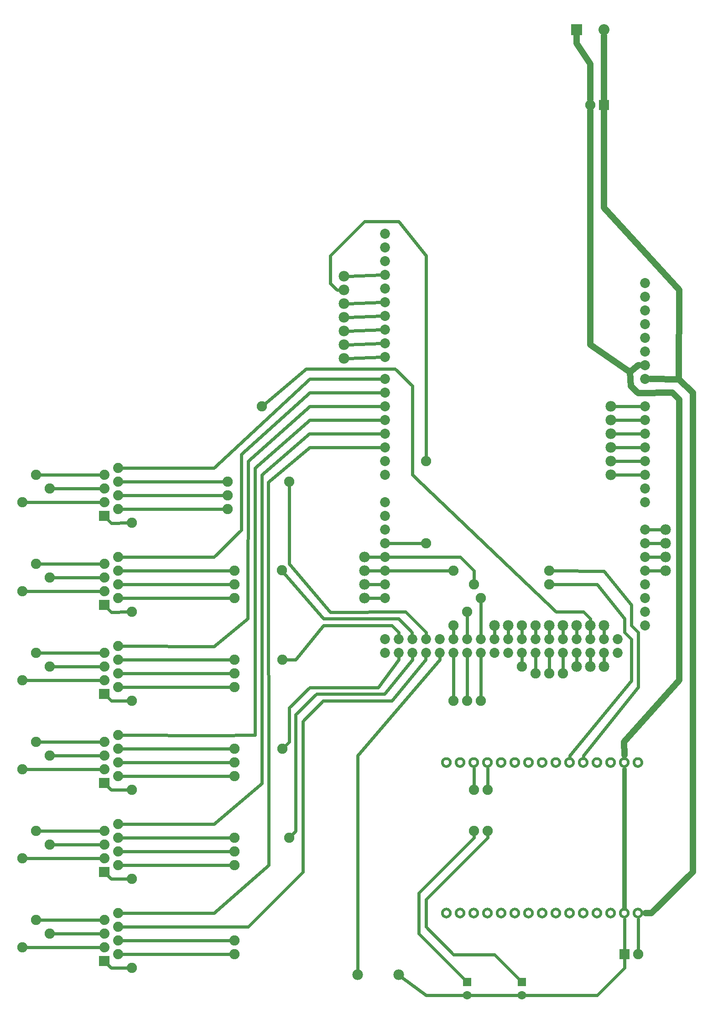
<source format=gbl>
G04 MADE WITH FRITZING*
G04 WWW.FRITZING.ORG*
G04 DOUBLE SIDED*
G04 HOLES PLATED*
G04 CONTOUR ON CENTER OF CONTOUR VECTOR*
%ASAXBY*%
%FSLAX23Y23*%
%MOIN*%
%OFA0B0*%
%SFA1.0B1.0*%
%ADD10C,0.072917*%
%ADD11C,0.078000*%
%ADD12C,0.074000*%
%ADD13C,0.075433*%
%ADD14C,0.075000*%
%ADD15C,0.062992*%
%ADD16C,0.080000*%
%ADD17R,0.062992X0.062992*%
%ADD18R,0.080000X0.079986*%
%ADD19R,0.075000X0.075000*%
%ADD20C,0.024000*%
%ADD21C,0.048000*%
%ADD22C,0.032000*%
%ADD23R,0.001000X0.001000*%
%LNCOPPER0*%
G90*
G70*
G54D10*
X4672Y3563D03*
X4672Y5163D03*
X4672Y3463D03*
X4672Y3363D03*
X4672Y3263D03*
X4672Y3163D03*
X3272Y2863D03*
X4672Y3063D03*
X4672Y2963D03*
X2772Y5123D03*
X4672Y4563D03*
X4672Y4463D03*
X4672Y4363D03*
X4672Y4263D03*
X4072Y2863D03*
X4672Y4163D03*
X4672Y4063D03*
X4672Y3963D03*
X4672Y3863D03*
X2772Y4363D03*
X2872Y2863D03*
X3672Y2863D03*
X4472Y2863D03*
X2772Y5523D03*
X4672Y4763D03*
X2772Y4763D03*
X3072Y2863D03*
X3472Y2863D03*
X3872Y2863D03*
X2772Y3163D03*
X4272Y2863D03*
X2772Y3263D03*
X2772Y3363D03*
X2772Y3463D03*
X2772Y3563D03*
X2772Y3663D03*
X2772Y3763D03*
X2772Y3863D03*
X2772Y5723D03*
X2772Y5323D03*
X2772Y4923D03*
X4672Y5363D03*
X4672Y4963D03*
X2772Y4163D03*
X2772Y4563D03*
X2772Y2863D03*
X2972Y2863D03*
X3172Y2863D03*
X3372Y2863D03*
X3572Y2863D03*
X3772Y2863D03*
X3972Y2863D03*
X4172Y2863D03*
X4372Y2863D03*
X2772Y5823D03*
X2772Y5623D03*
X2772Y5423D03*
X2772Y5223D03*
X2772Y5023D03*
X4672Y5463D03*
X4672Y5263D03*
X4672Y5063D03*
X4672Y4863D03*
X2772Y4063D03*
X2772Y4263D03*
X2772Y4463D03*
X2772Y4663D03*
X2772Y2763D03*
X2872Y2763D03*
X2972Y2763D03*
X3072Y2763D03*
X3172Y2763D03*
X3272Y2763D03*
X3372Y2763D03*
X3472Y2763D03*
X3572Y2763D03*
X3672Y2763D03*
X3772Y2763D03*
X3872Y2763D03*
X3972Y2763D03*
X4072Y2763D03*
X4172Y2763D03*
X4272Y2763D03*
X4372Y2763D03*
X4472Y2763D03*
X4672Y3663D03*
X4672Y3563D03*
X4672Y5163D03*
X4672Y3463D03*
X4672Y3363D03*
X4672Y3263D03*
X4672Y3163D03*
X3272Y2863D03*
X4672Y3063D03*
X4672Y2963D03*
X2772Y5123D03*
X4672Y4563D03*
X4672Y4463D03*
X4672Y4363D03*
X4672Y4263D03*
X4072Y2863D03*
X4672Y4163D03*
X4672Y4063D03*
X4672Y3963D03*
X4672Y3863D03*
X2772Y4363D03*
X2872Y2863D03*
X3672Y2863D03*
X4472Y2863D03*
X2772Y5523D03*
X4672Y4763D03*
X2772Y4763D03*
X3072Y2863D03*
X3472Y2863D03*
X3872Y2863D03*
X2772Y3163D03*
X4272Y2863D03*
X2772Y3263D03*
X2772Y3363D03*
X2772Y3463D03*
X2772Y3563D03*
X2772Y3663D03*
X2772Y3763D03*
X2772Y3863D03*
X2772Y5723D03*
X2772Y5323D03*
X2772Y4923D03*
X4672Y5363D03*
X4672Y4963D03*
X2772Y4163D03*
X2772Y4563D03*
X2772Y2863D03*
X2972Y2863D03*
X3172Y2863D03*
X3372Y2863D03*
X3572Y2863D03*
X3772Y2863D03*
X3972Y2863D03*
X4172Y2863D03*
X4372Y2863D03*
X2772Y5823D03*
X2772Y5623D03*
X2772Y5423D03*
X2772Y5223D03*
X2772Y5023D03*
X4672Y5463D03*
X4672Y5263D03*
X4672Y5063D03*
X4672Y4863D03*
X2772Y4063D03*
X2772Y4263D03*
X2772Y4463D03*
X2772Y4663D03*
X2772Y2763D03*
X2872Y2763D03*
X2972Y2763D03*
X3072Y2763D03*
X3172Y2763D03*
X3272Y2763D03*
X3372Y2763D03*
X3472Y2763D03*
X3572Y2763D03*
X3672Y2763D03*
X3772Y2763D03*
X3872Y2763D03*
X3972Y2763D03*
X4072Y2763D03*
X4172Y2763D03*
X4272Y2763D03*
X4372Y2763D03*
X4472Y2763D03*
X4672Y3663D03*
G54D11*
X2622Y3463D03*
X2622Y3363D03*
X2622Y3463D03*
X2622Y3363D03*
X2872Y413D03*
X2872Y413D03*
X4422Y4563D03*
X4422Y4463D03*
X4422Y4363D03*
X4422Y4263D03*
X4422Y4163D03*
X4422Y4063D03*
X4422Y4563D03*
X4422Y4463D03*
X4422Y4363D03*
X4422Y4263D03*
X4422Y4163D03*
X4422Y4063D03*
X2472Y5513D03*
X2472Y5413D03*
X2472Y5313D03*
X2472Y5213D03*
X2472Y5113D03*
X2472Y5013D03*
X2472Y4913D03*
X2472Y5513D03*
X2472Y5413D03*
X2472Y5313D03*
X2472Y5213D03*
X2472Y5113D03*
X2472Y5013D03*
X2472Y4913D03*
X2622Y3263D03*
X2622Y3163D03*
X2622Y3263D03*
X2622Y3163D03*
G54D12*
X822Y863D03*
X722Y813D03*
X822Y763D03*
X822Y663D03*
X822Y563D03*
X722Y713D03*
X722Y613D03*
X722Y513D03*
X822Y863D03*
X722Y813D03*
X822Y763D03*
X822Y663D03*
X822Y563D03*
X722Y713D03*
X722Y613D03*
X722Y513D03*
X822Y1513D03*
X722Y1463D03*
X822Y1413D03*
X822Y1313D03*
X822Y1213D03*
X722Y1363D03*
X722Y1263D03*
X722Y1163D03*
X822Y1513D03*
X722Y1463D03*
X822Y1413D03*
X822Y1313D03*
X822Y1213D03*
X722Y1363D03*
X722Y1263D03*
X722Y1163D03*
X822Y2163D03*
X722Y2113D03*
X822Y2063D03*
X822Y1963D03*
X822Y1863D03*
X722Y2013D03*
X722Y1913D03*
X722Y1813D03*
X822Y2163D03*
X722Y2113D03*
X822Y2063D03*
X822Y1963D03*
X822Y1863D03*
X722Y2013D03*
X722Y1913D03*
X722Y1813D03*
X822Y3463D03*
X722Y3413D03*
X822Y3363D03*
X822Y3263D03*
X822Y3163D03*
X722Y3313D03*
X722Y3213D03*
X722Y3113D03*
X822Y3463D03*
X722Y3413D03*
X822Y3363D03*
X822Y3263D03*
X822Y3163D03*
X722Y3313D03*
X722Y3213D03*
X722Y3113D03*
X822Y2813D03*
X722Y2763D03*
X822Y2713D03*
X822Y2613D03*
X822Y2513D03*
X722Y2663D03*
X722Y2563D03*
X722Y2463D03*
X822Y2813D03*
X722Y2763D03*
X822Y2713D03*
X822Y2613D03*
X822Y2513D03*
X722Y2663D03*
X722Y2563D03*
X722Y2463D03*
X822Y4113D03*
X722Y4063D03*
X822Y4013D03*
X822Y3913D03*
X822Y3813D03*
X722Y3963D03*
X722Y3863D03*
X722Y3763D03*
X822Y4113D03*
X722Y4063D03*
X822Y4013D03*
X822Y3913D03*
X822Y3813D03*
X722Y3963D03*
X722Y3863D03*
X722Y3763D03*
G54D11*
X2572Y413D03*
X2572Y413D03*
G54D13*
X122Y613D03*
X122Y1263D03*
X122Y1913D03*
X122Y2563D03*
X122Y3213D03*
X122Y3863D03*
X322Y713D03*
X322Y1363D03*
X322Y2013D03*
X322Y2663D03*
X322Y3313D03*
X322Y3963D03*
X222Y813D03*
X222Y1463D03*
X222Y2113D03*
X222Y2763D03*
X222Y3413D03*
X222Y4063D03*
G54D11*
X4172Y2663D03*
X4172Y2663D03*
X3972Y2963D03*
X4072Y2963D03*
X4172Y2963D03*
X3972Y2963D03*
X4072Y2963D03*
X4172Y2963D03*
X3572Y2963D03*
X3672Y2963D03*
X3572Y2963D03*
X3672Y2963D03*
X4272Y2663D03*
X4372Y2663D03*
X4272Y2663D03*
X4372Y2663D03*
X4272Y2963D03*
X4372Y2963D03*
X4272Y2963D03*
X4372Y2963D03*
G54D13*
X1622Y3813D03*
X922Y463D03*
X922Y1113D03*
X922Y1763D03*
X922Y2413D03*
X922Y3063D03*
X922Y3713D03*
X3972Y2613D03*
X3872Y2613D03*
X1672Y563D03*
X1672Y1213D03*
X1672Y3163D03*
X1672Y1863D03*
X1672Y2513D03*
X3772Y2663D03*
X4072Y2613D03*
X1872Y4563D03*
X1622Y3913D03*
X3872Y2963D03*
X3772Y2963D03*
X3472Y3163D03*
X3372Y3063D03*
X3472Y2413D03*
X3372Y2413D03*
X3272Y2413D03*
X3272Y2963D03*
X1672Y1963D03*
X1672Y663D03*
X1672Y1313D03*
X1672Y2613D03*
X1672Y3263D03*
X1672Y1413D03*
X2072Y1413D03*
X2022Y2063D03*
X1672Y2063D03*
X2022Y2713D03*
X1672Y2713D03*
X1672Y3363D03*
X2020Y3367D03*
X2072Y4013D03*
X1622Y4013D03*
G54D14*
X3422Y3263D03*
X3972Y3263D03*
X3272Y3363D03*
X3972Y3363D03*
G54D11*
X4822Y3663D03*
X4822Y3563D03*
X4822Y3463D03*
X4822Y3363D03*
X4822Y3663D03*
X4822Y3563D03*
X4822Y3463D03*
X4822Y3363D03*
G54D15*
X3772Y361D03*
X3772Y263D03*
X3772Y361D03*
X3772Y263D03*
X3372Y361D03*
X3372Y263D03*
X3372Y361D03*
X3372Y263D03*
G54D14*
X3422Y1763D03*
X3422Y1463D03*
X3422Y1763D03*
X3422Y1463D03*
X3522Y1763D03*
X3522Y1463D03*
X3522Y1763D03*
X3522Y1463D03*
X3072Y3563D03*
X3072Y4163D03*
G54D16*
X4172Y7313D03*
X4372Y7313D03*
X4172Y7313D03*
X4372Y7313D03*
G54D14*
X4522Y563D03*
X4622Y563D03*
X4522Y563D03*
X4622Y563D03*
X4372Y6763D03*
X4272Y6763D03*
X4372Y6763D03*
X4272Y6763D03*
G54D17*
X3772Y361D03*
X3772Y361D03*
X3372Y361D03*
X3372Y361D03*
G54D18*
X4172Y7313D03*
X4172Y7313D03*
G54D19*
X4522Y563D03*
X4522Y563D03*
X4372Y6763D03*
X4372Y6763D03*
G54D20*
X3772Y2893D02*
X3772Y2934D01*
D02*
X3872Y2893D02*
X3872Y2934D01*
D02*
X2742Y3263D02*
X2652Y3263D01*
D02*
X2742Y3163D02*
X2652Y3163D01*
D02*
X251Y4063D02*
X691Y4063D01*
D02*
X691Y3413D02*
X251Y3413D01*
D02*
X251Y2763D02*
X691Y2763D01*
D02*
X691Y2113D02*
X251Y2113D01*
D02*
X251Y1463D02*
X691Y1463D01*
D02*
X691Y813D02*
X251Y813D01*
D02*
X691Y713D02*
X351Y713D01*
D02*
X691Y1363D02*
X351Y1363D01*
D02*
X691Y2013D02*
X351Y2013D01*
D02*
X691Y2663D02*
X351Y2663D01*
D02*
X691Y3313D02*
X351Y3313D01*
D02*
X691Y3963D02*
X351Y3963D01*
D02*
X691Y3863D02*
X151Y3863D01*
D02*
X691Y3213D02*
X151Y3213D01*
D02*
X691Y2563D02*
X151Y2563D01*
D02*
X691Y1913D02*
X151Y1913D01*
D02*
X691Y1263D02*
X151Y1263D01*
D02*
X691Y613D02*
X151Y613D01*
D02*
X1522Y4115D02*
X874Y4113D01*
D02*
X2224Y4763D02*
X1522Y4115D01*
D02*
X874Y4113D02*
X853Y4113D01*
D02*
X2742Y4763D02*
X2224Y4763D01*
D02*
X1723Y3661D02*
X1522Y3465D01*
D02*
X1724Y4212D02*
X1723Y3662D01*
D02*
X1522Y3465D02*
X853Y3463D01*
D02*
X2224Y4663D02*
X1724Y4212D01*
D02*
X2742Y4663D02*
X2224Y4663D01*
D02*
X1773Y4163D02*
X1770Y3012D01*
D02*
X1522Y2811D02*
X853Y2813D01*
D02*
X1770Y3012D02*
X1522Y2811D01*
D02*
X2224Y4563D02*
X1773Y4163D01*
D02*
X2742Y4563D02*
X2224Y4563D01*
D02*
X2224Y4463D02*
X1822Y4113D01*
D02*
X1522Y2161D02*
X853Y2163D01*
D02*
X1822Y2163D02*
X1522Y2161D01*
D02*
X1822Y4113D02*
X1822Y2163D01*
D02*
X2742Y4463D02*
X2224Y4463D01*
D02*
X1872Y4062D02*
X1873Y1811D01*
D02*
X1522Y1512D02*
X853Y1513D01*
D02*
X1873Y1811D02*
X1522Y1512D01*
D02*
X2220Y4363D02*
X1872Y4062D01*
D02*
X2742Y4363D02*
X2220Y4363D01*
D02*
X1924Y1212D02*
X1522Y862D01*
D02*
X1522Y862D02*
X853Y863D01*
D02*
X1921Y4011D02*
X1924Y1212D01*
D02*
X2224Y4263D02*
X1921Y4011D01*
D02*
X2742Y4263D02*
X2224Y4263D01*
D02*
X4272Y2893D02*
X4272Y2933D01*
D02*
X4372Y2893D02*
X4372Y2933D01*
D02*
X4272Y2733D02*
X4272Y2693D01*
D02*
X4372Y2733D02*
X4372Y2693D01*
D02*
X2823Y2965D02*
X2873Y2912D01*
D02*
X2121Y2714D02*
X2323Y2962D01*
D02*
X2873Y2912D02*
X2872Y2893D01*
D02*
X2323Y2962D02*
X2823Y2965D01*
D02*
X2051Y2713D02*
X2121Y2714D01*
D02*
X853Y2713D02*
X1643Y2713D01*
D02*
X2873Y3014D02*
X2323Y3014D01*
D02*
X1643Y3363D02*
X853Y3363D01*
D02*
X2971Y2912D02*
X2873Y3014D01*
D02*
X2323Y3014D02*
X2038Y3345D01*
D02*
X2971Y2893D02*
X2971Y2912D01*
D02*
X2922Y3063D02*
X2374Y3061D01*
D02*
X2074Y3412D02*
X2072Y3984D01*
D02*
X1593Y4013D02*
X853Y4013D01*
D02*
X2374Y3061D02*
X2074Y3412D01*
D02*
X3073Y2912D02*
X2922Y3063D01*
D02*
X3073Y2893D02*
X3073Y2912D01*
D02*
X1643Y2063D02*
X853Y2063D01*
D02*
X2072Y2114D02*
X2042Y2084D01*
D02*
X2072Y2364D02*
X2072Y2114D01*
D02*
X2722Y2511D02*
X2223Y2511D01*
D02*
X2223Y2511D02*
X2072Y2364D01*
D02*
X2873Y2715D02*
X2722Y2511D01*
D02*
X2873Y2733D02*
X2873Y2715D01*
D02*
X853Y1413D02*
X1643Y1413D01*
D02*
X2121Y2315D02*
X2121Y1464D01*
D02*
X2121Y1464D02*
X2092Y1434D01*
D02*
X2272Y2462D02*
X2121Y2315D01*
D02*
X2771Y2462D02*
X2272Y2462D01*
D02*
X2974Y2715D02*
X2771Y2462D01*
D02*
X2973Y2733D02*
X2974Y2715D01*
D02*
X1774Y764D02*
X853Y763D01*
D02*
X2173Y2262D02*
X2174Y1164D01*
D02*
X2174Y1164D02*
X1774Y764D01*
D02*
X2321Y2413D02*
X2173Y2262D01*
D02*
X2823Y2413D02*
X2321Y2413D01*
D02*
X3070Y2715D02*
X2823Y2413D01*
D02*
X3071Y2733D02*
X3070Y2715D01*
D02*
X1643Y3263D02*
X853Y3263D01*
D02*
X853Y2613D02*
X1643Y2613D01*
D02*
X853Y1963D02*
X1643Y1963D01*
D02*
X853Y1313D02*
X1643Y1313D01*
D02*
X853Y663D02*
X1643Y663D01*
D02*
X3472Y2893D02*
X3472Y3134D01*
D02*
X3372Y2893D02*
X3372Y3034D01*
D02*
X3272Y2893D02*
X3272Y2934D01*
D02*
X3372Y2442D02*
X3372Y2733D01*
D02*
X3272Y2442D02*
X3272Y2733D01*
D02*
X3472Y2442D02*
X3472Y2733D01*
D02*
X853Y3913D02*
X1593Y3913D01*
D02*
X1643Y3163D02*
X853Y3163D01*
D02*
X1643Y2513D02*
X853Y2513D01*
D02*
X1643Y1863D02*
X853Y1863D01*
D02*
X853Y1213D02*
X1643Y1213D01*
D02*
X853Y563D02*
X1643Y563D01*
D02*
X4223Y3063D02*
X4274Y3012D01*
D02*
X4274Y3012D02*
X4273Y2993D01*
D02*
X4023Y3063D02*
X4223Y3063D01*
D02*
X2972Y4063D02*
X4023Y3063D01*
D02*
X2972Y4714D02*
X2972Y4063D01*
D02*
X2197Y4837D02*
X2623Y4837D01*
D02*
X2846Y4837D02*
X2972Y4714D01*
D02*
X2623Y4837D02*
X2846Y4837D01*
D02*
X1894Y4581D02*
X2197Y4837D01*
D02*
X3772Y2733D02*
X3772Y2692D01*
D02*
X3872Y2733D02*
X3872Y2642D01*
D02*
X3972Y2733D02*
X3972Y2642D01*
D02*
X4072Y2733D02*
X4072Y2642D01*
D02*
X772Y464D02*
X744Y491D01*
D02*
X893Y463D02*
X772Y464D01*
D02*
X772Y1114D02*
X744Y1141D01*
D02*
X893Y1113D02*
X772Y1114D01*
D02*
X772Y1765D02*
X744Y1791D01*
D02*
X893Y1763D02*
X772Y1765D01*
D02*
X772Y2415D02*
X893Y2413D01*
D02*
X744Y2442D02*
X772Y2415D01*
D02*
X772Y3061D02*
X744Y3091D01*
D02*
X893Y3062D02*
X772Y3061D01*
D02*
X772Y3711D02*
X744Y3741D01*
D02*
X893Y3712D02*
X772Y3711D01*
D02*
X853Y3813D02*
X1593Y3813D01*
D02*
X2742Y5522D02*
X2502Y5514D01*
D02*
X2742Y4922D02*
X2502Y4914D01*
D02*
X4642Y4563D02*
X4452Y4563D01*
D02*
X4642Y4463D02*
X4452Y4463D01*
D02*
X4642Y4363D02*
X4452Y4363D01*
D02*
X4642Y4263D02*
X4452Y4263D01*
D02*
X4642Y4163D02*
X4452Y4163D01*
D02*
X4642Y4063D02*
X4452Y4063D01*
G54D21*
D02*
X5023Y1162D02*
X5024Y4663D01*
D02*
X4720Y864D02*
X5023Y1162D01*
D02*
X4920Y4761D02*
X4714Y4763D01*
D02*
X5024Y4663D02*
X4920Y4761D01*
D02*
X4622Y4862D02*
X4631Y4862D01*
D02*
X4571Y4711D02*
X4562Y4812D01*
D02*
X4522Y2016D02*
X4521Y2114D01*
D02*
X4521Y2114D02*
X4924Y2564D01*
G54D22*
D02*
X4522Y896D02*
X4522Y1915D01*
G54D21*
D02*
X4872Y4663D02*
X4622Y4661D01*
D02*
X4924Y4613D02*
X4872Y4663D01*
D02*
X4622Y4661D02*
X4571Y4711D01*
D02*
X4562Y4812D02*
X4622Y4862D01*
D02*
X4924Y2564D02*
X4924Y4613D01*
D02*
X4720Y864D02*
X4676Y864D01*
G54D20*
D02*
X4324Y3264D02*
X4523Y3014D01*
D02*
X4122Y2013D02*
X4122Y2005D01*
D02*
X4523Y3014D02*
X4523Y2913D01*
D02*
X4573Y2862D02*
X4573Y2561D01*
D02*
X4523Y2913D02*
X4573Y2862D01*
D02*
X4573Y2561D02*
X4122Y2013D01*
D02*
X4374Y3361D02*
X4573Y3112D01*
D02*
X4223Y2013D02*
X4223Y2005D01*
D02*
X4573Y3112D02*
X4573Y2963D01*
D02*
X4573Y2963D02*
X4624Y2913D01*
D02*
X4624Y2515D02*
X4223Y2013D01*
D02*
X4624Y2913D02*
X4624Y2515D01*
D02*
X4374Y3361D02*
X4001Y3363D01*
D02*
X4324Y3264D02*
X4001Y3263D01*
D02*
X4792Y3663D02*
X4702Y3663D01*
D02*
X4792Y3563D02*
X4702Y3563D01*
D02*
X4792Y3463D02*
X4702Y3463D01*
D02*
X4792Y3363D02*
X4702Y3363D01*
D02*
X4522Y591D02*
X4522Y821D01*
D02*
X2896Y395D02*
X3073Y263D01*
D02*
X2572Y2013D02*
X3172Y2713D01*
D02*
X3172Y2713D02*
X3172Y2733D01*
D02*
X2572Y443D02*
X2572Y2013D01*
D02*
X4322Y263D02*
X3799Y263D01*
D02*
X3745Y263D02*
X3399Y263D01*
D02*
X3073Y263D02*
X3345Y263D01*
D02*
X3522Y1791D02*
X3522Y1920D01*
D02*
X3422Y1920D02*
X3422Y1791D01*
D02*
X3423Y1413D02*
X3423Y1434D01*
D02*
X3021Y713D02*
X3021Y1011D01*
D02*
X3021Y1011D02*
X3423Y1413D01*
D02*
X3353Y380D02*
X3021Y713D01*
D02*
X3272Y561D02*
X3073Y765D01*
D02*
X3575Y561D02*
X3272Y561D01*
D02*
X3073Y765D02*
X3073Y964D01*
D02*
X3073Y964D02*
X3523Y1413D01*
D02*
X3523Y1413D02*
X3522Y1434D01*
D02*
X3753Y380D02*
X3575Y561D01*
D02*
X2742Y5022D02*
X2502Y5014D01*
D02*
X2742Y5122D02*
X2502Y5114D01*
D02*
X2742Y5222D02*
X2502Y5214D01*
D02*
X2742Y5322D02*
X2502Y5314D01*
D02*
X2372Y5461D02*
X2422Y5412D01*
D02*
X2622Y5912D02*
X2372Y5662D01*
D02*
X2873Y5912D02*
X2622Y5912D01*
D02*
X2372Y5662D02*
X2372Y5461D01*
D02*
X2422Y5412D02*
X2442Y5412D01*
D02*
X3073Y5662D02*
X2873Y5912D01*
D02*
X3072Y4191D02*
X3073Y5662D01*
D02*
X3572Y2893D02*
X3572Y2933D01*
D02*
X3672Y2893D02*
X3672Y2933D01*
D02*
X4172Y2893D02*
X4172Y2933D01*
D02*
X4072Y2893D02*
X4072Y2933D01*
D02*
X3972Y2893D02*
X3972Y2933D01*
D02*
X4172Y2733D02*
X4172Y2693D01*
D02*
X2742Y3463D02*
X2652Y3463D01*
D02*
X2742Y3363D02*
X2652Y3363D01*
D02*
X3044Y3563D02*
X2802Y3563D01*
D02*
X3244Y3363D02*
X2802Y3363D01*
D02*
X3423Y3364D02*
X3323Y3465D01*
D02*
X3423Y3291D02*
X3423Y3364D01*
D02*
X3323Y3465D02*
X2802Y3463D01*
G54D21*
D02*
X4372Y6803D02*
X4372Y7271D01*
D02*
X4372Y6013D02*
X4372Y6723D01*
D02*
X4922Y5413D02*
X4372Y6013D01*
D02*
X4920Y4761D02*
X4922Y5413D01*
D02*
X4172Y7213D02*
X4172Y7271D01*
D02*
X4272Y7063D02*
X4172Y7213D01*
D02*
X4272Y6803D02*
X4272Y7063D01*
D02*
X4272Y5013D02*
X4272Y6723D01*
D02*
X4562Y4812D02*
X4272Y5013D01*
G54D20*
D02*
X4622Y821D02*
X4622Y591D01*
D02*
X4522Y463D02*
X4522Y534D01*
D02*
X4322Y263D02*
X4522Y463D01*
G54D23*
X685Y3800D02*
X758Y3800D01*
X685Y3799D02*
X758Y3799D01*
X685Y3798D02*
X758Y3798D01*
X685Y3797D02*
X758Y3797D01*
X685Y3796D02*
X758Y3796D01*
X685Y3795D02*
X758Y3795D01*
X685Y3794D02*
X758Y3794D01*
X685Y3793D02*
X758Y3793D01*
X685Y3792D02*
X758Y3792D01*
X685Y3791D02*
X758Y3791D01*
X685Y3790D02*
X758Y3790D01*
X685Y3789D02*
X758Y3789D01*
X685Y3788D02*
X758Y3788D01*
X685Y3787D02*
X758Y3787D01*
X685Y3786D02*
X758Y3786D01*
X685Y3785D02*
X758Y3785D01*
X685Y3784D02*
X758Y3784D01*
X685Y3783D02*
X758Y3783D01*
X685Y3782D02*
X715Y3782D01*
X728Y3782D02*
X758Y3782D01*
X685Y3781D02*
X713Y3781D01*
X731Y3781D02*
X758Y3781D01*
X685Y3780D02*
X711Y3780D01*
X732Y3780D02*
X758Y3780D01*
X685Y3779D02*
X709Y3779D01*
X734Y3779D02*
X758Y3779D01*
X685Y3778D02*
X708Y3778D01*
X735Y3778D02*
X758Y3778D01*
X685Y3777D02*
X707Y3777D01*
X736Y3777D02*
X758Y3777D01*
X685Y3776D02*
X706Y3776D01*
X737Y3776D02*
X758Y3776D01*
X685Y3775D02*
X705Y3775D01*
X738Y3775D02*
X758Y3775D01*
X685Y3774D02*
X705Y3774D01*
X739Y3774D02*
X758Y3774D01*
X685Y3773D02*
X704Y3773D01*
X739Y3773D02*
X758Y3773D01*
X685Y3772D02*
X704Y3772D01*
X740Y3772D02*
X758Y3772D01*
X685Y3771D02*
X703Y3771D01*
X740Y3771D02*
X758Y3771D01*
X685Y3770D02*
X703Y3770D01*
X741Y3770D02*
X758Y3770D01*
X685Y3769D02*
X702Y3769D01*
X741Y3769D02*
X758Y3769D01*
X685Y3768D02*
X702Y3768D01*
X741Y3768D02*
X758Y3768D01*
X685Y3767D02*
X702Y3767D01*
X741Y3767D02*
X758Y3767D01*
X685Y3766D02*
X702Y3766D01*
X742Y3766D02*
X758Y3766D01*
X685Y3765D02*
X702Y3765D01*
X742Y3765D02*
X758Y3765D01*
X685Y3764D02*
X702Y3764D01*
X742Y3764D02*
X758Y3764D01*
X685Y3763D02*
X702Y3763D01*
X742Y3763D02*
X758Y3763D01*
X685Y3762D02*
X702Y3762D01*
X742Y3762D02*
X758Y3762D01*
X685Y3761D02*
X702Y3761D01*
X742Y3761D02*
X758Y3761D01*
X685Y3760D02*
X702Y3760D01*
X742Y3760D02*
X758Y3760D01*
X685Y3759D02*
X702Y3759D01*
X741Y3759D02*
X758Y3759D01*
X685Y3758D02*
X702Y3758D01*
X741Y3758D02*
X758Y3758D01*
X685Y3757D02*
X703Y3757D01*
X741Y3757D02*
X758Y3757D01*
X685Y3756D02*
X703Y3756D01*
X740Y3756D02*
X758Y3756D01*
X685Y3755D02*
X703Y3755D01*
X740Y3755D02*
X758Y3755D01*
X685Y3754D02*
X704Y3754D01*
X739Y3754D02*
X758Y3754D01*
X685Y3753D02*
X704Y3753D01*
X739Y3753D02*
X758Y3753D01*
X685Y3752D02*
X705Y3752D01*
X738Y3752D02*
X758Y3752D01*
X685Y3751D02*
X706Y3751D01*
X737Y3751D02*
X758Y3751D01*
X685Y3750D02*
X707Y3750D01*
X737Y3750D02*
X758Y3750D01*
X685Y3749D02*
X708Y3749D01*
X736Y3749D02*
X758Y3749D01*
X685Y3748D02*
X709Y3748D01*
X734Y3748D02*
X758Y3748D01*
X685Y3747D02*
X710Y3747D01*
X733Y3747D02*
X758Y3747D01*
X685Y3746D02*
X712Y3746D01*
X731Y3746D02*
X758Y3746D01*
X685Y3745D02*
X714Y3745D01*
X729Y3745D02*
X758Y3745D01*
X685Y3744D02*
X717Y3744D01*
X726Y3744D02*
X758Y3744D01*
X685Y3743D02*
X758Y3743D01*
X685Y3742D02*
X758Y3742D01*
X685Y3741D02*
X758Y3741D01*
X685Y3740D02*
X758Y3740D01*
X685Y3739D02*
X758Y3739D01*
X685Y3738D02*
X758Y3738D01*
X685Y3737D02*
X758Y3737D01*
X685Y3736D02*
X758Y3736D01*
X685Y3735D02*
X758Y3735D01*
X685Y3734D02*
X758Y3734D01*
X685Y3733D02*
X758Y3733D01*
X685Y3732D02*
X758Y3732D01*
X685Y3731D02*
X758Y3731D01*
X685Y3730D02*
X758Y3730D01*
X685Y3729D02*
X758Y3729D01*
X685Y3728D02*
X758Y3728D01*
X685Y3727D02*
X758Y3727D01*
X685Y3150D02*
X758Y3150D01*
X685Y3149D02*
X758Y3149D01*
X685Y3148D02*
X758Y3148D01*
X685Y3147D02*
X758Y3147D01*
X685Y3146D02*
X758Y3146D01*
X685Y3145D02*
X758Y3145D01*
X685Y3144D02*
X758Y3144D01*
X685Y3143D02*
X758Y3143D01*
X685Y3142D02*
X758Y3142D01*
X685Y3141D02*
X758Y3141D01*
X685Y3140D02*
X758Y3140D01*
X685Y3139D02*
X758Y3139D01*
X685Y3138D02*
X758Y3138D01*
X685Y3137D02*
X758Y3137D01*
X685Y3136D02*
X758Y3136D01*
X685Y3135D02*
X758Y3135D01*
X685Y3134D02*
X758Y3134D01*
X685Y3133D02*
X758Y3133D01*
X685Y3132D02*
X715Y3132D01*
X728Y3132D02*
X758Y3132D01*
X685Y3131D02*
X713Y3131D01*
X731Y3131D02*
X758Y3131D01*
X685Y3130D02*
X711Y3130D01*
X733Y3130D02*
X758Y3130D01*
X685Y3129D02*
X709Y3129D01*
X734Y3129D02*
X758Y3129D01*
X685Y3128D02*
X708Y3128D01*
X735Y3128D02*
X758Y3128D01*
X685Y3127D02*
X707Y3127D01*
X736Y3127D02*
X758Y3127D01*
X685Y3126D02*
X706Y3126D01*
X737Y3126D02*
X758Y3126D01*
X685Y3125D02*
X705Y3125D01*
X738Y3125D02*
X758Y3125D01*
X685Y3124D02*
X705Y3124D01*
X739Y3124D02*
X758Y3124D01*
X685Y3123D02*
X704Y3123D01*
X739Y3123D02*
X758Y3123D01*
X685Y3122D02*
X704Y3122D01*
X740Y3122D02*
X758Y3122D01*
X685Y3121D02*
X703Y3121D01*
X740Y3121D02*
X758Y3121D01*
X685Y3120D02*
X703Y3120D01*
X741Y3120D02*
X758Y3120D01*
X685Y3119D02*
X702Y3119D01*
X741Y3119D02*
X758Y3119D01*
X685Y3118D02*
X702Y3118D01*
X741Y3118D02*
X758Y3118D01*
X685Y3117D02*
X702Y3117D01*
X741Y3117D02*
X758Y3117D01*
X685Y3116D02*
X702Y3116D01*
X742Y3116D02*
X758Y3116D01*
X685Y3115D02*
X702Y3115D01*
X742Y3115D02*
X758Y3115D01*
X685Y3114D02*
X702Y3114D01*
X742Y3114D02*
X758Y3114D01*
X685Y3113D02*
X702Y3113D01*
X742Y3113D02*
X758Y3113D01*
X685Y3112D02*
X702Y3112D01*
X742Y3112D02*
X758Y3112D01*
X685Y3111D02*
X702Y3111D01*
X742Y3111D02*
X758Y3111D01*
X685Y3110D02*
X702Y3110D01*
X742Y3110D02*
X758Y3110D01*
X685Y3109D02*
X702Y3109D01*
X741Y3109D02*
X758Y3109D01*
X685Y3108D02*
X702Y3108D01*
X741Y3108D02*
X758Y3108D01*
X685Y3107D02*
X703Y3107D01*
X741Y3107D02*
X758Y3107D01*
X685Y3106D02*
X703Y3106D01*
X740Y3106D02*
X758Y3106D01*
X685Y3105D02*
X703Y3105D01*
X740Y3105D02*
X758Y3105D01*
X685Y3104D02*
X704Y3104D01*
X739Y3104D02*
X758Y3104D01*
X685Y3103D02*
X704Y3103D01*
X739Y3103D02*
X758Y3103D01*
X685Y3102D02*
X705Y3102D01*
X738Y3102D02*
X758Y3102D01*
X685Y3101D02*
X706Y3101D01*
X737Y3101D02*
X758Y3101D01*
X685Y3100D02*
X707Y3100D01*
X737Y3100D02*
X758Y3100D01*
X685Y3099D02*
X708Y3099D01*
X736Y3099D02*
X758Y3099D01*
X685Y3098D02*
X709Y3098D01*
X734Y3098D02*
X758Y3098D01*
X685Y3097D02*
X710Y3097D01*
X733Y3097D02*
X758Y3097D01*
X685Y3096D02*
X712Y3096D01*
X731Y3096D02*
X758Y3096D01*
X685Y3095D02*
X714Y3095D01*
X729Y3095D02*
X758Y3095D01*
X685Y3094D02*
X718Y3094D01*
X726Y3094D02*
X758Y3094D01*
X685Y3093D02*
X758Y3093D01*
X685Y3092D02*
X758Y3092D01*
X685Y3091D02*
X758Y3091D01*
X685Y3090D02*
X758Y3090D01*
X685Y3089D02*
X758Y3089D01*
X685Y3088D02*
X758Y3088D01*
X685Y3087D02*
X758Y3087D01*
X685Y3086D02*
X758Y3086D01*
X685Y3085D02*
X758Y3085D01*
X685Y3084D02*
X758Y3084D01*
X685Y3083D02*
X758Y3083D01*
X685Y3082D02*
X758Y3082D01*
X685Y3081D02*
X758Y3081D01*
X685Y3080D02*
X758Y3080D01*
X685Y3079D02*
X758Y3079D01*
X685Y3078D02*
X758Y3078D01*
X685Y3077D02*
X758Y3077D01*
X685Y2500D02*
X758Y2500D01*
X685Y2499D02*
X758Y2499D01*
X685Y2498D02*
X758Y2498D01*
X685Y2497D02*
X758Y2497D01*
X685Y2496D02*
X758Y2496D01*
X685Y2495D02*
X758Y2495D01*
X685Y2494D02*
X758Y2494D01*
X685Y2493D02*
X758Y2493D01*
X685Y2492D02*
X758Y2492D01*
X685Y2491D02*
X758Y2491D01*
X685Y2490D02*
X758Y2490D01*
X685Y2489D02*
X758Y2489D01*
X685Y2488D02*
X758Y2488D01*
X685Y2487D02*
X758Y2487D01*
X685Y2486D02*
X758Y2486D01*
X685Y2485D02*
X758Y2485D01*
X685Y2484D02*
X758Y2484D01*
X685Y2483D02*
X758Y2483D01*
X685Y2482D02*
X715Y2482D01*
X728Y2482D02*
X758Y2482D01*
X685Y2481D02*
X713Y2481D01*
X731Y2481D02*
X758Y2481D01*
X685Y2480D02*
X711Y2480D01*
X733Y2480D02*
X758Y2480D01*
X685Y2479D02*
X709Y2479D01*
X734Y2479D02*
X758Y2479D01*
X685Y2478D02*
X708Y2478D01*
X735Y2478D02*
X758Y2478D01*
X685Y2477D02*
X707Y2477D01*
X736Y2477D02*
X758Y2477D01*
X685Y2476D02*
X706Y2476D01*
X737Y2476D02*
X758Y2476D01*
X685Y2475D02*
X705Y2475D01*
X738Y2475D02*
X758Y2475D01*
X685Y2474D02*
X705Y2474D01*
X739Y2474D02*
X758Y2474D01*
X685Y2473D02*
X704Y2473D01*
X739Y2473D02*
X758Y2473D01*
X685Y2472D02*
X704Y2472D01*
X740Y2472D02*
X758Y2472D01*
X685Y2471D02*
X703Y2471D01*
X740Y2471D02*
X758Y2471D01*
X685Y2470D02*
X703Y2470D01*
X741Y2470D02*
X758Y2470D01*
X685Y2469D02*
X702Y2469D01*
X741Y2469D02*
X758Y2469D01*
X685Y2468D02*
X702Y2468D01*
X741Y2468D02*
X758Y2468D01*
X685Y2467D02*
X702Y2467D01*
X741Y2467D02*
X758Y2467D01*
X685Y2466D02*
X702Y2466D01*
X742Y2466D02*
X758Y2466D01*
X685Y2465D02*
X702Y2465D01*
X742Y2465D02*
X758Y2465D01*
X685Y2464D02*
X702Y2464D01*
X742Y2464D02*
X758Y2464D01*
X685Y2463D02*
X702Y2463D01*
X742Y2463D02*
X758Y2463D01*
X685Y2462D02*
X702Y2462D01*
X742Y2462D02*
X758Y2462D01*
X685Y2461D02*
X702Y2461D01*
X742Y2461D02*
X758Y2461D01*
X685Y2460D02*
X702Y2460D01*
X742Y2460D02*
X758Y2460D01*
X685Y2459D02*
X702Y2459D01*
X741Y2459D02*
X758Y2459D01*
X685Y2458D02*
X702Y2458D01*
X741Y2458D02*
X758Y2458D01*
X685Y2457D02*
X703Y2457D01*
X741Y2457D02*
X758Y2457D01*
X685Y2456D02*
X703Y2456D01*
X740Y2456D02*
X758Y2456D01*
X685Y2455D02*
X703Y2455D01*
X740Y2455D02*
X758Y2455D01*
X685Y2454D02*
X704Y2454D01*
X739Y2454D02*
X758Y2454D01*
X685Y2453D02*
X704Y2453D01*
X739Y2453D02*
X758Y2453D01*
X685Y2452D02*
X705Y2452D01*
X738Y2452D02*
X758Y2452D01*
X685Y2451D02*
X706Y2451D01*
X737Y2451D02*
X758Y2451D01*
X685Y2450D02*
X707Y2450D01*
X737Y2450D02*
X758Y2450D01*
X685Y2449D02*
X708Y2449D01*
X736Y2449D02*
X758Y2449D01*
X685Y2448D02*
X709Y2448D01*
X734Y2448D02*
X758Y2448D01*
X685Y2447D02*
X710Y2447D01*
X733Y2447D02*
X758Y2447D01*
X685Y2446D02*
X712Y2446D01*
X731Y2446D02*
X758Y2446D01*
X685Y2445D02*
X714Y2445D01*
X729Y2445D02*
X758Y2445D01*
X685Y2444D02*
X718Y2444D01*
X726Y2444D02*
X758Y2444D01*
X685Y2443D02*
X758Y2443D01*
X685Y2442D02*
X758Y2442D01*
X685Y2441D02*
X758Y2441D01*
X685Y2440D02*
X758Y2440D01*
X685Y2439D02*
X758Y2439D01*
X685Y2438D02*
X758Y2438D01*
X685Y2437D02*
X758Y2437D01*
X685Y2436D02*
X758Y2436D01*
X685Y2435D02*
X758Y2435D01*
X685Y2434D02*
X758Y2434D01*
X685Y2433D02*
X758Y2433D01*
X685Y2432D02*
X758Y2432D01*
X685Y2431D02*
X758Y2431D01*
X685Y2430D02*
X758Y2430D01*
X685Y2429D02*
X758Y2429D01*
X685Y2428D02*
X758Y2428D01*
X685Y2427D02*
X758Y2427D01*
X3215Y2001D02*
X3228Y2001D01*
X3315Y2001D02*
X3328Y2001D01*
X3415Y2001D02*
X3428Y2001D01*
X3515Y2001D02*
X3528Y2001D01*
X3615Y2001D02*
X3628Y2001D01*
X3715Y2001D02*
X3728Y2001D01*
X3815Y2001D02*
X3828Y2001D01*
X3915Y2001D02*
X3928Y2001D01*
X4015Y2001D02*
X4028Y2001D01*
X4115Y2001D02*
X4128Y2001D01*
X4215Y2001D02*
X4228Y2001D01*
X4315Y2001D02*
X4328Y2001D01*
X4415Y2001D02*
X4428Y2001D01*
X4515Y2001D02*
X4528Y2001D01*
X4614Y2001D02*
X4628Y2001D01*
X3211Y2000D02*
X3232Y2000D01*
X3311Y2000D02*
X3332Y2000D01*
X3411Y2000D02*
X3432Y2000D01*
X3511Y2000D02*
X3532Y2000D01*
X3611Y2000D02*
X3632Y2000D01*
X3711Y2000D02*
X3732Y2000D01*
X3811Y2000D02*
X3832Y2000D01*
X3911Y2000D02*
X3932Y2000D01*
X4011Y2000D02*
X4032Y2000D01*
X4111Y2000D02*
X4132Y2000D01*
X4211Y2000D02*
X4232Y2000D01*
X4311Y2000D02*
X4332Y2000D01*
X4411Y2000D02*
X4432Y2000D01*
X4511Y2000D02*
X4532Y2000D01*
X4611Y2000D02*
X4632Y2000D01*
X3208Y1999D02*
X3235Y1999D01*
X3308Y1999D02*
X3335Y1999D01*
X3408Y1999D02*
X3435Y1999D01*
X3508Y1999D02*
X3535Y1999D01*
X3608Y1999D02*
X3635Y1999D01*
X3708Y1999D02*
X3735Y1999D01*
X3808Y1999D02*
X3835Y1999D01*
X3908Y1999D02*
X3935Y1999D01*
X4008Y1999D02*
X4035Y1999D01*
X4108Y1999D02*
X4135Y1999D01*
X4208Y1999D02*
X4235Y1999D01*
X4308Y1999D02*
X4335Y1999D01*
X4408Y1999D02*
X4435Y1999D01*
X4508Y1999D02*
X4535Y1999D01*
X4608Y1999D02*
X4635Y1999D01*
X3206Y1998D02*
X3237Y1998D01*
X3306Y1998D02*
X3337Y1998D01*
X3406Y1998D02*
X3437Y1998D01*
X3506Y1998D02*
X3537Y1998D01*
X3606Y1998D02*
X3637Y1998D01*
X3706Y1998D02*
X3737Y1998D01*
X3806Y1998D02*
X3837Y1998D01*
X3906Y1998D02*
X3937Y1998D01*
X4006Y1998D02*
X4037Y1998D01*
X4106Y1998D02*
X4137Y1998D01*
X4206Y1998D02*
X4237Y1998D01*
X4306Y1998D02*
X4337Y1998D01*
X4406Y1998D02*
X4437Y1998D01*
X4506Y1998D02*
X4537Y1998D01*
X4605Y1998D02*
X4637Y1998D01*
X3204Y1997D02*
X3239Y1997D01*
X3304Y1997D02*
X3339Y1997D01*
X3404Y1997D02*
X3439Y1997D01*
X3504Y1997D02*
X3539Y1997D01*
X3604Y1997D02*
X3639Y1997D01*
X3704Y1997D02*
X3739Y1997D01*
X3803Y1997D02*
X3839Y1997D01*
X3903Y1997D02*
X3939Y1997D01*
X4003Y1997D02*
X4039Y1997D01*
X4103Y1997D02*
X4139Y1997D01*
X4203Y1997D02*
X4239Y1997D01*
X4304Y1997D02*
X4340Y1997D01*
X4404Y1997D02*
X4439Y1997D01*
X4504Y1997D02*
X4539Y1997D01*
X4603Y1997D02*
X4639Y1997D01*
X3202Y1996D02*
X3241Y1996D01*
X3302Y1996D02*
X3341Y1996D01*
X3402Y1996D02*
X3441Y1996D01*
X3502Y1996D02*
X3541Y1996D01*
X3602Y1996D02*
X3641Y1996D01*
X3702Y1996D02*
X3741Y1996D01*
X3802Y1996D02*
X3841Y1996D01*
X3902Y1996D02*
X3941Y1996D01*
X4002Y1996D02*
X4041Y1996D01*
X4102Y1996D02*
X4141Y1996D01*
X4202Y1996D02*
X4241Y1996D01*
X4302Y1996D02*
X4341Y1996D01*
X4402Y1996D02*
X4441Y1996D01*
X4502Y1996D02*
X4541Y1996D01*
X4602Y1996D02*
X4641Y1996D01*
X3200Y1995D02*
X3243Y1995D01*
X3300Y1995D02*
X3343Y1995D01*
X3400Y1995D02*
X3443Y1995D01*
X3500Y1995D02*
X3543Y1995D01*
X3600Y1995D02*
X3643Y1995D01*
X3700Y1995D02*
X3743Y1995D01*
X3800Y1995D02*
X3843Y1995D01*
X3900Y1995D02*
X3943Y1995D01*
X4000Y1995D02*
X4043Y1995D01*
X4100Y1995D02*
X4143Y1995D01*
X4200Y1995D02*
X4243Y1995D01*
X4300Y1995D02*
X4343Y1995D01*
X4400Y1995D02*
X4443Y1995D01*
X4500Y1995D02*
X4543Y1995D01*
X4600Y1995D02*
X4642Y1995D01*
X3199Y1994D02*
X3244Y1994D01*
X3299Y1994D02*
X3344Y1994D01*
X3399Y1994D02*
X3444Y1994D01*
X3499Y1994D02*
X3544Y1994D01*
X3599Y1994D02*
X3644Y1994D01*
X3699Y1994D02*
X3744Y1994D01*
X3799Y1994D02*
X3844Y1994D01*
X3899Y1994D02*
X3944Y1994D01*
X3999Y1994D02*
X4044Y1994D01*
X4099Y1994D02*
X4144Y1994D01*
X4199Y1994D02*
X4244Y1994D01*
X4299Y1994D02*
X4344Y1994D01*
X4399Y1994D02*
X4444Y1994D01*
X4499Y1994D02*
X4544Y1994D01*
X4599Y1994D02*
X4644Y1994D01*
X3197Y1993D02*
X3245Y1993D01*
X3297Y1993D02*
X3345Y1993D01*
X3397Y1993D02*
X3445Y1993D01*
X3497Y1993D02*
X3545Y1993D01*
X3597Y1993D02*
X3645Y1993D01*
X3697Y1993D02*
X3745Y1993D01*
X3797Y1993D02*
X3845Y1993D01*
X3897Y1993D02*
X3945Y1993D01*
X3997Y1993D02*
X4045Y1993D01*
X4097Y1993D02*
X4145Y1993D01*
X4197Y1993D02*
X4245Y1993D01*
X4298Y1993D02*
X4346Y1993D01*
X4397Y1993D02*
X4446Y1993D01*
X4497Y1993D02*
X4545Y1993D01*
X4597Y1993D02*
X4645Y1993D01*
X3196Y1992D02*
X3247Y1992D01*
X3296Y1992D02*
X3347Y1992D01*
X3396Y1992D02*
X3447Y1992D01*
X3496Y1992D02*
X3547Y1992D01*
X3596Y1992D02*
X3647Y1992D01*
X3696Y1992D02*
X3747Y1992D01*
X3796Y1992D02*
X3847Y1992D01*
X3896Y1992D02*
X3947Y1992D01*
X3996Y1992D02*
X4047Y1992D01*
X4096Y1992D02*
X4147Y1992D01*
X4196Y1992D02*
X4246Y1992D01*
X4296Y1992D02*
X4347Y1992D01*
X4396Y1992D02*
X4447Y1992D01*
X4496Y1992D02*
X4547Y1992D01*
X4596Y1992D02*
X4646Y1992D01*
X3195Y1991D02*
X3248Y1991D01*
X3295Y1991D02*
X3348Y1991D01*
X3395Y1991D02*
X3448Y1991D01*
X3495Y1991D02*
X3548Y1991D01*
X3595Y1991D02*
X3648Y1991D01*
X3695Y1991D02*
X3748Y1991D01*
X3795Y1991D02*
X3848Y1991D01*
X3895Y1991D02*
X3948Y1991D01*
X3995Y1991D02*
X4048Y1991D01*
X4095Y1991D02*
X4148Y1991D01*
X4195Y1991D02*
X4248Y1991D01*
X4295Y1991D02*
X4348Y1991D01*
X4395Y1991D02*
X4448Y1991D01*
X4495Y1991D02*
X4548Y1991D01*
X4595Y1991D02*
X4648Y1991D01*
X3194Y1990D02*
X3249Y1990D01*
X3294Y1990D02*
X3349Y1990D01*
X3394Y1990D02*
X3449Y1990D01*
X3494Y1990D02*
X3549Y1990D01*
X3594Y1990D02*
X3649Y1990D01*
X3694Y1990D02*
X3749Y1990D01*
X3794Y1990D02*
X3849Y1990D01*
X3894Y1990D02*
X3949Y1990D01*
X3994Y1990D02*
X4049Y1990D01*
X4094Y1990D02*
X4149Y1990D01*
X4194Y1990D02*
X4249Y1990D01*
X4294Y1990D02*
X4349Y1990D01*
X4394Y1990D02*
X4449Y1990D01*
X4494Y1990D02*
X4549Y1990D01*
X4594Y1990D02*
X4649Y1990D01*
X3193Y1989D02*
X3250Y1989D01*
X3293Y1989D02*
X3350Y1989D01*
X3393Y1989D02*
X3450Y1989D01*
X3493Y1989D02*
X3550Y1989D01*
X3593Y1989D02*
X3650Y1989D01*
X3693Y1989D02*
X3750Y1989D01*
X3793Y1989D02*
X3850Y1989D01*
X3893Y1989D02*
X3950Y1989D01*
X3993Y1989D02*
X4050Y1989D01*
X4093Y1989D02*
X4150Y1989D01*
X4193Y1989D02*
X4250Y1989D01*
X4293Y1989D02*
X4350Y1989D01*
X4393Y1989D02*
X4450Y1989D01*
X4493Y1989D02*
X4550Y1989D01*
X4593Y1989D02*
X4649Y1989D01*
X3192Y1988D02*
X3251Y1988D01*
X3292Y1988D02*
X3351Y1988D01*
X3392Y1988D02*
X3451Y1988D01*
X3492Y1988D02*
X3551Y1988D01*
X3592Y1988D02*
X3650Y1988D01*
X3692Y1988D02*
X3750Y1988D01*
X3792Y1988D02*
X3850Y1988D01*
X3892Y1988D02*
X3950Y1988D01*
X3992Y1988D02*
X4050Y1988D01*
X4092Y1988D02*
X4150Y1988D01*
X4192Y1988D02*
X4250Y1988D01*
X4293Y1988D02*
X4351Y1988D01*
X4392Y1988D02*
X4451Y1988D01*
X4492Y1988D02*
X4551Y1988D01*
X4592Y1988D02*
X4650Y1988D01*
X3191Y1987D02*
X3251Y1987D01*
X3291Y1987D02*
X3351Y1987D01*
X3391Y1987D02*
X3451Y1987D01*
X3491Y1987D02*
X3551Y1987D01*
X3591Y1987D02*
X3651Y1987D01*
X3691Y1987D02*
X3751Y1987D01*
X3791Y1987D02*
X3851Y1987D01*
X3891Y1987D02*
X3951Y1987D01*
X3991Y1987D02*
X4051Y1987D01*
X4091Y1987D02*
X4151Y1987D01*
X4191Y1987D02*
X4251Y1987D01*
X4292Y1987D02*
X4352Y1987D01*
X4392Y1987D02*
X4451Y1987D01*
X4491Y1987D02*
X4551Y1987D01*
X4591Y1987D02*
X4651Y1987D01*
X3191Y1986D02*
X3252Y1986D01*
X3291Y1986D02*
X3352Y1986D01*
X3391Y1986D02*
X3452Y1986D01*
X3491Y1986D02*
X3552Y1986D01*
X3591Y1986D02*
X3652Y1986D01*
X3691Y1986D02*
X3752Y1986D01*
X3791Y1986D02*
X3852Y1986D01*
X3891Y1986D02*
X3952Y1986D01*
X3991Y1986D02*
X4052Y1986D01*
X4091Y1986D02*
X4152Y1986D01*
X4191Y1986D02*
X4252Y1986D01*
X4291Y1986D02*
X4352Y1986D01*
X4391Y1986D02*
X4452Y1986D01*
X4491Y1986D02*
X4552Y1986D01*
X4591Y1986D02*
X4652Y1986D01*
X3190Y1985D02*
X3253Y1985D01*
X3290Y1985D02*
X3353Y1985D01*
X3390Y1985D02*
X3453Y1985D01*
X3490Y1985D02*
X3553Y1985D01*
X3590Y1985D02*
X3653Y1985D01*
X3690Y1985D02*
X3753Y1985D01*
X3790Y1985D02*
X3853Y1985D01*
X3890Y1985D02*
X3953Y1985D01*
X3990Y1985D02*
X4053Y1985D01*
X4090Y1985D02*
X4153Y1985D01*
X4190Y1985D02*
X4253Y1985D01*
X4290Y1985D02*
X4353Y1985D01*
X4390Y1985D02*
X4453Y1985D01*
X4490Y1985D02*
X4553Y1985D01*
X4590Y1985D02*
X4653Y1985D01*
X3189Y1984D02*
X3253Y1984D01*
X3289Y1984D02*
X3353Y1984D01*
X3389Y1984D02*
X3453Y1984D01*
X3489Y1984D02*
X3553Y1984D01*
X3589Y1984D02*
X3653Y1984D01*
X3689Y1984D02*
X3753Y1984D01*
X3789Y1984D02*
X3853Y1984D01*
X3889Y1984D02*
X3953Y1984D01*
X3989Y1984D02*
X4053Y1984D01*
X4089Y1984D02*
X4153Y1984D01*
X4189Y1984D02*
X4253Y1984D01*
X4290Y1984D02*
X4354Y1984D01*
X4390Y1984D02*
X4454Y1984D01*
X4489Y1984D02*
X4553Y1984D01*
X4589Y1984D02*
X4653Y1984D01*
X3189Y1983D02*
X3254Y1983D01*
X3289Y1983D02*
X3354Y1983D01*
X3389Y1983D02*
X3454Y1983D01*
X3489Y1983D02*
X3554Y1983D01*
X3589Y1983D02*
X3654Y1983D01*
X3689Y1983D02*
X3754Y1983D01*
X3789Y1983D02*
X3854Y1983D01*
X3889Y1983D02*
X3954Y1983D01*
X3989Y1983D02*
X4054Y1983D01*
X4089Y1983D02*
X4154Y1983D01*
X4189Y1983D02*
X4254Y1983D01*
X4289Y1983D02*
X4354Y1983D01*
X4389Y1983D02*
X4454Y1983D01*
X4489Y1983D02*
X4554Y1983D01*
X4589Y1983D02*
X4654Y1983D01*
X3188Y1982D02*
X3255Y1982D01*
X3288Y1982D02*
X3355Y1982D01*
X3388Y1982D02*
X3455Y1982D01*
X3488Y1982D02*
X3555Y1982D01*
X3588Y1982D02*
X3655Y1982D01*
X3688Y1982D02*
X3755Y1982D01*
X3788Y1982D02*
X3855Y1982D01*
X3888Y1982D02*
X3954Y1982D01*
X3988Y1982D02*
X4054Y1982D01*
X4088Y1982D02*
X4154Y1982D01*
X4188Y1982D02*
X4254Y1982D01*
X4289Y1982D02*
X4355Y1982D01*
X4388Y1982D02*
X4455Y1982D01*
X4488Y1982D02*
X4555Y1982D01*
X4588Y1982D02*
X4654Y1982D01*
X3188Y1981D02*
X3215Y1981D01*
X3228Y1981D02*
X3255Y1981D01*
X3288Y1981D02*
X3315Y1981D01*
X3328Y1981D02*
X3355Y1981D01*
X3388Y1981D02*
X3415Y1981D01*
X3428Y1981D02*
X3455Y1981D01*
X3488Y1981D02*
X3515Y1981D01*
X3528Y1981D02*
X3555Y1981D01*
X3588Y1981D02*
X3615Y1981D01*
X3628Y1981D02*
X3655Y1981D01*
X3688Y1981D02*
X3715Y1981D01*
X3728Y1981D02*
X3755Y1981D01*
X3788Y1981D02*
X3815Y1981D01*
X3828Y1981D02*
X3855Y1981D01*
X3888Y1981D02*
X3915Y1981D01*
X3928Y1981D02*
X3955Y1981D01*
X3988Y1981D02*
X4015Y1981D01*
X4028Y1981D02*
X4055Y1981D01*
X4088Y1981D02*
X4115Y1981D01*
X4128Y1981D02*
X4155Y1981D01*
X4188Y1981D02*
X4215Y1981D01*
X4228Y1981D02*
X4255Y1981D01*
X4288Y1981D02*
X4315Y1981D01*
X4328Y1981D02*
X4355Y1981D01*
X4388Y1981D02*
X4415Y1981D01*
X4428Y1981D02*
X4455Y1981D01*
X4488Y1981D02*
X4515Y1981D01*
X4528Y1981D02*
X4555Y1981D01*
X4587Y1981D02*
X4615Y1981D01*
X4628Y1981D02*
X4655Y1981D01*
X3187Y1980D02*
X3213Y1980D01*
X3230Y1980D02*
X3256Y1980D01*
X3287Y1980D02*
X3312Y1980D01*
X3330Y1980D02*
X3356Y1980D01*
X3387Y1980D02*
X3412Y1980D01*
X3430Y1980D02*
X3456Y1980D01*
X3487Y1980D02*
X3512Y1980D01*
X3530Y1980D02*
X3556Y1980D01*
X3587Y1980D02*
X3612Y1980D01*
X3630Y1980D02*
X3656Y1980D01*
X3687Y1980D02*
X3712Y1980D01*
X3730Y1980D02*
X3756Y1980D01*
X3787Y1980D02*
X3812Y1980D01*
X3830Y1980D02*
X3856Y1980D01*
X3887Y1980D02*
X3912Y1980D01*
X3930Y1980D02*
X3956Y1980D01*
X3987Y1980D02*
X4012Y1980D01*
X4030Y1980D02*
X4055Y1980D01*
X4087Y1980D02*
X4112Y1980D01*
X4130Y1980D02*
X4155Y1980D01*
X4187Y1980D02*
X4212Y1980D01*
X4230Y1980D02*
X4255Y1980D01*
X4287Y1980D02*
X4313Y1980D01*
X4331Y1980D02*
X4356Y1980D01*
X4387Y1980D02*
X4413Y1980D01*
X4430Y1980D02*
X4456Y1980D01*
X4487Y1980D02*
X4513Y1980D01*
X4530Y1980D02*
X4556Y1980D01*
X4587Y1980D02*
X4612Y1980D01*
X4630Y1980D02*
X4655Y1980D01*
X3187Y1979D02*
X3211Y1979D01*
X3232Y1979D02*
X3256Y1979D01*
X3287Y1979D02*
X3311Y1979D01*
X3332Y1979D02*
X3356Y1979D01*
X3387Y1979D02*
X3411Y1979D01*
X3432Y1979D02*
X3456Y1979D01*
X3487Y1979D02*
X3511Y1979D01*
X3532Y1979D02*
X3556Y1979D01*
X3587Y1979D02*
X3611Y1979D01*
X3632Y1979D02*
X3656Y1979D01*
X3687Y1979D02*
X3711Y1979D01*
X3732Y1979D02*
X3756Y1979D01*
X3787Y1979D02*
X3811Y1979D01*
X3832Y1979D02*
X3856Y1979D01*
X3887Y1979D02*
X3911Y1979D01*
X3932Y1979D02*
X3956Y1979D01*
X3987Y1979D02*
X4011Y1979D01*
X4032Y1979D02*
X4056Y1979D01*
X4087Y1979D02*
X4111Y1979D01*
X4132Y1979D02*
X4156Y1979D01*
X4187Y1979D02*
X4211Y1979D01*
X4232Y1979D02*
X4256Y1979D01*
X4287Y1979D02*
X4311Y1979D01*
X4332Y1979D02*
X4356Y1979D01*
X4387Y1979D02*
X4411Y1979D01*
X4432Y1979D02*
X4456Y1979D01*
X4487Y1979D02*
X4511Y1979D01*
X4532Y1979D02*
X4556Y1979D01*
X4587Y1979D02*
X4611Y1979D01*
X4632Y1979D02*
X4656Y1979D01*
X3186Y1978D02*
X3209Y1978D01*
X3233Y1978D02*
X3257Y1978D01*
X3286Y1978D02*
X3309Y1978D01*
X3333Y1978D02*
X3357Y1978D01*
X3386Y1978D02*
X3409Y1978D01*
X3433Y1978D02*
X3457Y1978D01*
X3486Y1978D02*
X3509Y1978D01*
X3533Y1978D02*
X3557Y1978D01*
X3586Y1978D02*
X3609Y1978D01*
X3633Y1978D02*
X3656Y1978D01*
X3686Y1978D02*
X3709Y1978D01*
X3733Y1978D02*
X3756Y1978D01*
X3786Y1978D02*
X3809Y1978D01*
X3833Y1978D02*
X3856Y1978D01*
X3886Y1978D02*
X3909Y1978D01*
X3933Y1978D02*
X3956Y1978D01*
X3986Y1978D02*
X4009Y1978D01*
X4033Y1978D02*
X4056Y1978D01*
X4086Y1978D02*
X4109Y1978D01*
X4133Y1978D02*
X4156Y1978D01*
X4186Y1978D02*
X4209Y1978D01*
X4233Y1978D02*
X4256Y1978D01*
X4287Y1978D02*
X4310Y1978D01*
X4334Y1978D02*
X4357Y1978D01*
X4386Y1978D02*
X4410Y1978D01*
X4433Y1978D02*
X4457Y1978D01*
X4486Y1978D02*
X4509Y1978D01*
X4533Y1978D02*
X4557Y1978D01*
X4586Y1978D02*
X4609Y1978D01*
X4633Y1978D02*
X4656Y1978D01*
X3186Y1977D02*
X3208Y1977D01*
X3234Y1977D02*
X3257Y1977D01*
X3286Y1977D02*
X3308Y1977D01*
X3334Y1977D02*
X3357Y1977D01*
X3386Y1977D02*
X3408Y1977D01*
X3434Y1977D02*
X3457Y1977D01*
X3486Y1977D02*
X3508Y1977D01*
X3534Y1977D02*
X3557Y1977D01*
X3586Y1977D02*
X3608Y1977D01*
X3634Y1977D02*
X3657Y1977D01*
X3686Y1977D02*
X3708Y1977D01*
X3734Y1977D02*
X3757Y1977D01*
X3786Y1977D02*
X3808Y1977D01*
X3834Y1977D02*
X3857Y1977D01*
X3886Y1977D02*
X3908Y1977D01*
X3934Y1977D02*
X3957Y1977D01*
X3986Y1977D02*
X4008Y1977D01*
X4034Y1977D02*
X4057Y1977D01*
X4086Y1977D02*
X4108Y1977D01*
X4134Y1977D02*
X4157Y1977D01*
X4186Y1977D02*
X4208Y1977D01*
X4234Y1977D02*
X4257Y1977D01*
X4286Y1977D02*
X4309Y1977D01*
X4335Y1977D02*
X4357Y1977D01*
X4386Y1977D02*
X4408Y1977D01*
X4435Y1977D02*
X4457Y1977D01*
X4486Y1977D02*
X4508Y1977D01*
X4534Y1977D02*
X4557Y1977D01*
X4586Y1977D02*
X4608Y1977D01*
X4634Y1977D02*
X4657Y1977D01*
X3185Y1976D02*
X3207Y1976D01*
X3236Y1976D02*
X3257Y1976D01*
X3285Y1976D02*
X3307Y1976D01*
X3336Y1976D02*
X3357Y1976D01*
X3385Y1976D02*
X3407Y1976D01*
X3436Y1976D02*
X3457Y1976D01*
X3485Y1976D02*
X3507Y1976D01*
X3535Y1976D02*
X3557Y1976D01*
X3585Y1976D02*
X3607Y1976D01*
X3635Y1976D02*
X3657Y1976D01*
X3685Y1976D02*
X3707Y1976D01*
X3735Y1976D02*
X3757Y1976D01*
X3785Y1976D02*
X3807Y1976D01*
X3835Y1976D02*
X3857Y1976D01*
X3885Y1976D02*
X3907Y1976D01*
X3935Y1976D02*
X3957Y1976D01*
X3985Y1976D02*
X4007Y1976D01*
X4035Y1976D02*
X4057Y1976D01*
X4085Y1976D02*
X4107Y1976D01*
X4135Y1976D02*
X4157Y1976D01*
X4185Y1976D02*
X4207Y1976D01*
X4235Y1976D02*
X4257Y1976D01*
X4286Y1976D02*
X4308Y1976D01*
X4336Y1976D02*
X4358Y1976D01*
X4386Y1976D02*
X4407Y1976D01*
X4436Y1976D02*
X4457Y1976D01*
X4485Y1976D02*
X4507Y1976D01*
X4536Y1976D02*
X4557Y1976D01*
X4585Y1976D02*
X4607Y1976D01*
X4635Y1976D02*
X4657Y1976D01*
X3185Y1975D02*
X3206Y1975D01*
X3236Y1975D02*
X3258Y1975D01*
X3285Y1975D02*
X3306Y1975D01*
X3336Y1975D02*
X3358Y1975D01*
X3385Y1975D02*
X3406Y1975D01*
X3436Y1975D02*
X3458Y1975D01*
X3485Y1975D02*
X3506Y1975D01*
X3536Y1975D02*
X3558Y1975D01*
X3585Y1975D02*
X3606Y1975D01*
X3636Y1975D02*
X3658Y1975D01*
X3685Y1975D02*
X3706Y1975D01*
X3736Y1975D02*
X3758Y1975D01*
X3785Y1975D02*
X3806Y1975D01*
X3836Y1975D02*
X3858Y1975D01*
X3885Y1975D02*
X3906Y1975D01*
X3936Y1975D02*
X3958Y1975D01*
X3985Y1975D02*
X4006Y1975D01*
X4036Y1975D02*
X4058Y1975D01*
X4085Y1975D02*
X4106Y1975D01*
X4136Y1975D02*
X4158Y1975D01*
X4185Y1975D02*
X4206Y1975D01*
X4236Y1975D02*
X4258Y1975D01*
X4285Y1975D02*
X4307Y1975D01*
X4337Y1975D02*
X4358Y1975D01*
X4385Y1975D02*
X4407Y1975D01*
X4437Y1975D02*
X4458Y1975D01*
X4485Y1975D02*
X4506Y1975D01*
X4536Y1975D02*
X4558Y1975D01*
X4585Y1975D02*
X4606Y1975D01*
X4636Y1975D02*
X4657Y1975D01*
X3185Y1974D02*
X3206Y1974D01*
X3237Y1974D02*
X3258Y1974D01*
X3285Y1974D02*
X3305Y1974D01*
X3337Y1974D02*
X3358Y1974D01*
X3385Y1974D02*
X3405Y1974D01*
X3437Y1974D02*
X3458Y1974D01*
X3485Y1974D02*
X3505Y1974D01*
X3537Y1974D02*
X3558Y1974D01*
X3585Y1974D02*
X3605Y1974D01*
X3637Y1974D02*
X3658Y1974D01*
X3685Y1974D02*
X3705Y1974D01*
X3737Y1974D02*
X3758Y1974D01*
X3785Y1974D02*
X3805Y1974D01*
X3837Y1974D02*
X3858Y1974D01*
X3885Y1974D02*
X3905Y1974D01*
X3937Y1974D02*
X3958Y1974D01*
X3985Y1974D02*
X4005Y1974D01*
X4037Y1974D02*
X4058Y1974D01*
X4085Y1974D02*
X4105Y1974D01*
X4137Y1974D02*
X4158Y1974D01*
X4185Y1974D02*
X4205Y1974D01*
X4237Y1974D02*
X4258Y1974D01*
X4285Y1974D02*
X4306Y1974D01*
X4338Y1974D02*
X4358Y1974D01*
X4385Y1974D02*
X4406Y1974D01*
X4437Y1974D02*
X4458Y1974D01*
X4485Y1974D02*
X4506Y1974D01*
X4537Y1974D02*
X4558Y1974D01*
X4585Y1974D02*
X4605Y1974D01*
X4637Y1974D02*
X4658Y1974D01*
X3184Y1973D02*
X3205Y1973D01*
X3238Y1973D02*
X3258Y1973D01*
X3284Y1973D02*
X3305Y1973D01*
X3338Y1973D02*
X3358Y1973D01*
X3384Y1973D02*
X3405Y1973D01*
X3438Y1973D02*
X3458Y1973D01*
X3484Y1973D02*
X3505Y1973D01*
X3538Y1973D02*
X3558Y1973D01*
X3584Y1973D02*
X3605Y1973D01*
X3638Y1973D02*
X3658Y1973D01*
X3684Y1973D02*
X3705Y1973D01*
X3738Y1973D02*
X3758Y1973D01*
X3784Y1973D02*
X3805Y1973D01*
X3838Y1973D02*
X3858Y1973D01*
X3884Y1973D02*
X3905Y1973D01*
X3938Y1973D02*
X3958Y1973D01*
X3984Y1973D02*
X4005Y1973D01*
X4038Y1973D02*
X4058Y1973D01*
X4084Y1973D02*
X4105Y1973D01*
X4138Y1973D02*
X4158Y1973D01*
X4184Y1973D02*
X4205Y1973D01*
X4238Y1973D02*
X4258Y1973D01*
X4285Y1973D02*
X4305Y1973D01*
X4338Y1973D02*
X4359Y1973D01*
X4385Y1973D02*
X4405Y1973D01*
X4438Y1973D02*
X4458Y1973D01*
X4484Y1973D02*
X4505Y1973D01*
X4538Y1973D02*
X4558Y1973D01*
X4584Y1973D02*
X4605Y1973D01*
X4638Y1973D02*
X4658Y1973D01*
X3184Y1972D02*
X3204Y1972D01*
X3239Y1972D02*
X3259Y1972D01*
X3284Y1972D02*
X3304Y1972D01*
X3339Y1972D02*
X3359Y1972D01*
X3384Y1972D02*
X3404Y1972D01*
X3439Y1972D02*
X3459Y1972D01*
X3484Y1972D02*
X3504Y1972D01*
X3539Y1972D02*
X3559Y1972D01*
X3584Y1972D02*
X3604Y1972D01*
X3639Y1972D02*
X3659Y1972D01*
X3684Y1972D02*
X3704Y1972D01*
X3739Y1972D02*
X3758Y1972D01*
X3784Y1972D02*
X3804Y1972D01*
X3839Y1972D02*
X3858Y1972D01*
X3884Y1972D02*
X3904Y1972D01*
X3939Y1972D02*
X3958Y1972D01*
X3984Y1972D02*
X4004Y1972D01*
X4038Y1972D02*
X4058Y1972D01*
X4084Y1972D02*
X4104Y1972D01*
X4138Y1972D02*
X4158Y1972D01*
X4184Y1972D02*
X4204Y1972D01*
X4238Y1972D02*
X4258Y1972D01*
X4285Y1972D02*
X4304Y1972D01*
X4339Y1972D02*
X4359Y1972D01*
X4384Y1972D02*
X4404Y1972D01*
X4439Y1972D02*
X4459Y1972D01*
X4484Y1972D02*
X4504Y1972D01*
X4539Y1972D02*
X4559Y1972D01*
X4584Y1972D02*
X4604Y1972D01*
X4638Y1972D02*
X4658Y1972D01*
X3184Y1971D02*
X3204Y1971D01*
X3239Y1971D02*
X3259Y1971D01*
X3284Y1971D02*
X3304Y1971D01*
X3339Y1971D02*
X3359Y1971D01*
X3384Y1971D02*
X3404Y1971D01*
X3439Y1971D02*
X3459Y1971D01*
X3484Y1971D02*
X3504Y1971D01*
X3539Y1971D02*
X3559Y1971D01*
X3584Y1971D02*
X3604Y1971D01*
X3639Y1971D02*
X3659Y1971D01*
X3684Y1971D02*
X3704Y1971D01*
X3739Y1971D02*
X3759Y1971D01*
X3784Y1971D02*
X3804Y1971D01*
X3839Y1971D02*
X3859Y1971D01*
X3884Y1971D02*
X3904Y1971D01*
X3939Y1971D02*
X3959Y1971D01*
X3984Y1971D02*
X4004Y1971D01*
X4039Y1971D02*
X4059Y1971D01*
X4084Y1971D02*
X4103Y1971D01*
X4139Y1971D02*
X4159Y1971D01*
X4184Y1971D02*
X4203Y1971D01*
X4239Y1971D02*
X4259Y1971D01*
X4284Y1971D02*
X4304Y1971D01*
X4339Y1971D02*
X4359Y1971D01*
X4384Y1971D02*
X4404Y1971D01*
X4439Y1971D02*
X4459Y1971D01*
X4484Y1971D02*
X4504Y1971D01*
X4539Y1971D02*
X4559Y1971D01*
X4584Y1971D02*
X4603Y1971D01*
X4639Y1971D02*
X4659Y1971D01*
X3184Y1970D02*
X3203Y1970D01*
X3240Y1970D02*
X3259Y1970D01*
X3284Y1970D02*
X3303Y1970D01*
X3340Y1970D02*
X3359Y1970D01*
X3384Y1970D02*
X3403Y1970D01*
X3440Y1970D02*
X3459Y1970D01*
X3484Y1970D02*
X3503Y1970D01*
X3540Y1970D02*
X3559Y1970D01*
X3584Y1970D02*
X3603Y1970D01*
X3640Y1970D02*
X3659Y1970D01*
X3684Y1970D02*
X3703Y1970D01*
X3740Y1970D02*
X3759Y1970D01*
X3784Y1970D02*
X3803Y1970D01*
X3840Y1970D02*
X3859Y1970D01*
X3884Y1970D02*
X3903Y1970D01*
X3940Y1970D02*
X3959Y1970D01*
X3984Y1970D02*
X4003Y1970D01*
X4040Y1970D02*
X4059Y1970D01*
X4084Y1970D02*
X4103Y1970D01*
X4140Y1970D02*
X4159Y1970D01*
X4184Y1970D02*
X4203Y1970D01*
X4240Y1970D02*
X4259Y1970D01*
X4284Y1970D02*
X4303Y1970D01*
X4340Y1970D02*
X4359Y1970D01*
X4384Y1970D02*
X4403Y1970D01*
X4440Y1970D02*
X4459Y1970D01*
X4484Y1970D02*
X4503Y1970D01*
X4540Y1970D02*
X4559Y1970D01*
X4584Y1970D02*
X4603Y1970D01*
X4639Y1970D02*
X4659Y1970D01*
X3184Y1969D02*
X3203Y1969D01*
X3240Y1969D02*
X3259Y1969D01*
X3284Y1969D02*
X3303Y1969D01*
X3340Y1969D02*
X3359Y1969D01*
X3384Y1969D02*
X3403Y1969D01*
X3440Y1969D02*
X3459Y1969D01*
X3484Y1969D02*
X3503Y1969D01*
X3540Y1969D02*
X3559Y1969D01*
X3584Y1969D02*
X3603Y1969D01*
X3640Y1969D02*
X3659Y1969D01*
X3683Y1969D02*
X3703Y1969D01*
X3740Y1969D02*
X3759Y1969D01*
X3783Y1969D02*
X3803Y1969D01*
X3840Y1969D02*
X3859Y1969D01*
X3883Y1969D02*
X3903Y1969D01*
X3940Y1969D02*
X3959Y1969D01*
X3983Y1969D02*
X4003Y1969D01*
X4040Y1969D02*
X4059Y1969D01*
X4083Y1969D02*
X4103Y1969D01*
X4140Y1969D02*
X4159Y1969D01*
X4183Y1969D02*
X4203Y1969D01*
X4240Y1969D02*
X4259Y1969D01*
X4284Y1969D02*
X4303Y1969D01*
X4340Y1969D02*
X4360Y1969D01*
X4384Y1969D02*
X4403Y1969D01*
X4440Y1969D02*
X4459Y1969D01*
X4484Y1969D02*
X4503Y1969D01*
X4540Y1969D02*
X4559Y1969D01*
X4583Y1969D02*
X4603Y1969D01*
X4640Y1969D02*
X4659Y1969D01*
X3183Y1968D02*
X3203Y1968D01*
X3240Y1968D02*
X3259Y1968D01*
X3283Y1968D02*
X3303Y1968D01*
X3340Y1968D02*
X3359Y1968D01*
X3383Y1968D02*
X3403Y1968D01*
X3440Y1968D02*
X3459Y1968D01*
X3483Y1968D02*
X3503Y1968D01*
X3540Y1968D02*
X3559Y1968D01*
X3583Y1968D02*
X3602Y1968D01*
X3640Y1968D02*
X3659Y1968D01*
X3683Y1968D02*
X3702Y1968D01*
X3740Y1968D02*
X3759Y1968D01*
X3783Y1968D02*
X3802Y1968D01*
X3840Y1968D02*
X3859Y1968D01*
X3883Y1968D02*
X3902Y1968D01*
X3940Y1968D02*
X3959Y1968D01*
X3983Y1968D02*
X4002Y1968D01*
X4040Y1968D02*
X4059Y1968D01*
X4083Y1968D02*
X4102Y1968D01*
X4140Y1968D02*
X4159Y1968D01*
X4183Y1968D02*
X4202Y1968D01*
X4240Y1968D02*
X4259Y1968D01*
X4284Y1968D02*
X4303Y1968D01*
X4341Y1968D02*
X4360Y1968D01*
X4384Y1968D02*
X4403Y1968D01*
X4440Y1968D02*
X4460Y1968D01*
X4483Y1968D02*
X4503Y1968D01*
X4540Y1968D02*
X4559Y1968D01*
X4583Y1968D02*
X4602Y1968D01*
X4640Y1968D02*
X4659Y1968D01*
X3183Y1967D02*
X3202Y1967D01*
X3240Y1967D02*
X3260Y1967D01*
X3283Y1967D02*
X3302Y1967D01*
X3340Y1967D02*
X3360Y1967D01*
X3383Y1967D02*
X3402Y1967D01*
X3440Y1967D02*
X3460Y1967D01*
X3483Y1967D02*
X3502Y1967D01*
X3540Y1967D02*
X3559Y1967D01*
X3583Y1967D02*
X3602Y1967D01*
X3640Y1967D02*
X3659Y1967D01*
X3683Y1967D02*
X3702Y1967D01*
X3740Y1967D02*
X3759Y1967D01*
X3783Y1967D02*
X3802Y1967D01*
X3840Y1967D02*
X3859Y1967D01*
X3883Y1967D02*
X3902Y1967D01*
X3940Y1967D02*
X3959Y1967D01*
X3983Y1967D02*
X4002Y1967D01*
X4040Y1967D02*
X4059Y1967D01*
X4083Y1967D02*
X4102Y1967D01*
X4140Y1967D02*
X4159Y1967D01*
X4183Y1967D02*
X4202Y1967D01*
X4240Y1967D02*
X4259Y1967D01*
X4284Y1967D02*
X4303Y1967D01*
X4341Y1967D02*
X4360Y1967D01*
X4383Y1967D02*
X4402Y1967D01*
X4441Y1967D02*
X4460Y1967D01*
X4483Y1967D02*
X4502Y1967D01*
X4540Y1967D02*
X4560Y1967D01*
X4583Y1967D02*
X4602Y1967D01*
X4640Y1967D02*
X4659Y1967D01*
X3183Y1966D02*
X3202Y1966D01*
X3241Y1966D02*
X3260Y1966D01*
X3283Y1966D02*
X3302Y1966D01*
X3341Y1966D02*
X3360Y1966D01*
X3383Y1966D02*
X3402Y1966D01*
X3441Y1966D02*
X3460Y1966D01*
X3483Y1966D02*
X3502Y1966D01*
X3541Y1966D02*
X3560Y1966D01*
X3583Y1966D02*
X3602Y1966D01*
X3641Y1966D02*
X3660Y1966D01*
X3683Y1966D02*
X3702Y1966D01*
X3741Y1966D02*
X3760Y1966D01*
X3783Y1966D02*
X3802Y1966D01*
X3841Y1966D02*
X3860Y1966D01*
X3883Y1966D02*
X3902Y1966D01*
X3941Y1966D02*
X3960Y1966D01*
X3983Y1966D02*
X4002Y1966D01*
X4041Y1966D02*
X4060Y1966D01*
X4083Y1966D02*
X4102Y1966D01*
X4141Y1966D02*
X4160Y1966D01*
X4183Y1966D02*
X4202Y1966D01*
X4240Y1966D02*
X4260Y1966D01*
X4283Y1966D02*
X4302Y1966D01*
X4341Y1966D02*
X4360Y1966D01*
X4383Y1966D02*
X4402Y1966D01*
X4441Y1966D02*
X4460Y1966D01*
X4483Y1966D02*
X4502Y1966D01*
X4541Y1966D02*
X4560Y1966D01*
X4583Y1966D02*
X4602Y1966D01*
X4640Y1966D02*
X4659Y1966D01*
X3183Y1965D02*
X3202Y1965D01*
X3241Y1965D02*
X3260Y1965D01*
X3283Y1965D02*
X3302Y1965D01*
X3341Y1965D02*
X3360Y1965D01*
X3383Y1965D02*
X3402Y1965D01*
X3441Y1965D02*
X3460Y1965D01*
X3483Y1965D02*
X3502Y1965D01*
X3541Y1965D02*
X3560Y1965D01*
X3583Y1965D02*
X3602Y1965D01*
X3641Y1965D02*
X3660Y1965D01*
X3683Y1965D02*
X3702Y1965D01*
X3741Y1965D02*
X3760Y1965D01*
X3783Y1965D02*
X3802Y1965D01*
X3841Y1965D02*
X3860Y1965D01*
X3883Y1965D02*
X3902Y1965D01*
X3941Y1965D02*
X3960Y1965D01*
X3983Y1965D02*
X4002Y1965D01*
X4041Y1965D02*
X4060Y1965D01*
X4083Y1965D02*
X4102Y1965D01*
X4141Y1965D02*
X4160Y1965D01*
X4183Y1965D02*
X4202Y1965D01*
X4241Y1965D02*
X4260Y1965D01*
X4283Y1965D02*
X4302Y1965D01*
X4341Y1965D02*
X4360Y1965D01*
X4383Y1965D02*
X4402Y1965D01*
X4441Y1965D02*
X4460Y1965D01*
X4483Y1965D02*
X4502Y1965D01*
X4541Y1965D02*
X4560Y1965D01*
X4583Y1965D02*
X4602Y1965D01*
X4641Y1965D02*
X4660Y1965D01*
X3183Y1964D02*
X3202Y1964D01*
X3241Y1964D02*
X3260Y1964D01*
X3283Y1964D02*
X3302Y1964D01*
X3341Y1964D02*
X3360Y1964D01*
X3383Y1964D02*
X3402Y1964D01*
X3441Y1964D02*
X3460Y1964D01*
X3483Y1964D02*
X3502Y1964D01*
X3541Y1964D02*
X3560Y1964D01*
X3583Y1964D02*
X3602Y1964D01*
X3641Y1964D02*
X3660Y1964D01*
X3683Y1964D02*
X3702Y1964D01*
X3741Y1964D02*
X3760Y1964D01*
X3783Y1964D02*
X3802Y1964D01*
X3841Y1964D02*
X3860Y1964D01*
X3883Y1964D02*
X3902Y1964D01*
X3941Y1964D02*
X3960Y1964D01*
X3983Y1964D02*
X4002Y1964D01*
X4041Y1964D02*
X4060Y1964D01*
X4083Y1964D02*
X4102Y1964D01*
X4141Y1964D02*
X4160Y1964D01*
X4183Y1964D02*
X4202Y1964D01*
X4241Y1964D02*
X4260Y1964D01*
X4283Y1964D02*
X4302Y1964D01*
X4341Y1964D02*
X4360Y1964D01*
X4383Y1964D02*
X4402Y1964D01*
X4441Y1964D02*
X4460Y1964D01*
X4483Y1964D02*
X4502Y1964D01*
X4541Y1964D02*
X4560Y1964D01*
X4583Y1964D02*
X4602Y1964D01*
X4641Y1964D02*
X4660Y1964D01*
X3183Y1963D02*
X3202Y1963D01*
X3241Y1963D02*
X3260Y1963D01*
X3283Y1963D02*
X3302Y1963D01*
X3341Y1963D02*
X3360Y1963D01*
X3383Y1963D02*
X3402Y1963D01*
X3441Y1963D02*
X3460Y1963D01*
X3483Y1963D02*
X3502Y1963D01*
X3541Y1963D02*
X3560Y1963D01*
X3583Y1963D02*
X3602Y1963D01*
X3641Y1963D02*
X3660Y1963D01*
X3683Y1963D02*
X3702Y1963D01*
X3741Y1963D02*
X3760Y1963D01*
X3783Y1963D02*
X3802Y1963D01*
X3841Y1963D02*
X3860Y1963D01*
X3883Y1963D02*
X3902Y1963D01*
X3941Y1963D02*
X3960Y1963D01*
X3983Y1963D02*
X4002Y1963D01*
X4041Y1963D02*
X4060Y1963D01*
X4083Y1963D02*
X4102Y1963D01*
X4141Y1963D02*
X4160Y1963D01*
X4183Y1963D02*
X4202Y1963D01*
X4241Y1963D02*
X4260Y1963D01*
X4283Y1963D02*
X4302Y1963D01*
X4341Y1963D02*
X4360Y1963D01*
X4383Y1963D02*
X4402Y1963D01*
X4441Y1963D02*
X4460Y1963D01*
X4483Y1963D02*
X4502Y1963D01*
X4541Y1963D02*
X4560Y1963D01*
X4583Y1963D02*
X4602Y1963D01*
X4641Y1963D02*
X4660Y1963D01*
X3183Y1962D02*
X3202Y1962D01*
X3241Y1962D02*
X3260Y1962D01*
X3283Y1962D02*
X3302Y1962D01*
X3341Y1962D02*
X3360Y1962D01*
X3383Y1962D02*
X3402Y1962D01*
X3441Y1962D02*
X3460Y1962D01*
X3483Y1962D02*
X3502Y1962D01*
X3541Y1962D02*
X3560Y1962D01*
X3583Y1962D02*
X3602Y1962D01*
X3641Y1962D02*
X3660Y1962D01*
X3683Y1962D02*
X3702Y1962D01*
X3741Y1962D02*
X3760Y1962D01*
X3783Y1962D02*
X3802Y1962D01*
X3841Y1962D02*
X3860Y1962D01*
X3883Y1962D02*
X3902Y1962D01*
X3941Y1962D02*
X3960Y1962D01*
X3983Y1962D02*
X4002Y1962D01*
X4041Y1962D02*
X4060Y1962D01*
X4083Y1962D02*
X4102Y1962D01*
X4141Y1962D02*
X4160Y1962D01*
X4183Y1962D02*
X4202Y1962D01*
X4241Y1962D02*
X4260Y1962D01*
X4283Y1962D02*
X4302Y1962D01*
X4341Y1962D02*
X4360Y1962D01*
X4383Y1962D02*
X4402Y1962D01*
X4441Y1962D02*
X4460Y1962D01*
X4483Y1962D02*
X4502Y1962D01*
X4541Y1962D02*
X4560Y1962D01*
X4583Y1962D02*
X4602Y1962D01*
X4641Y1962D02*
X4660Y1962D01*
X3183Y1961D02*
X3202Y1961D01*
X3241Y1961D02*
X3260Y1961D01*
X3283Y1961D02*
X3302Y1961D01*
X3341Y1961D02*
X3360Y1961D01*
X3383Y1961D02*
X3402Y1961D01*
X3441Y1961D02*
X3460Y1961D01*
X3483Y1961D02*
X3502Y1961D01*
X3541Y1961D02*
X3560Y1961D01*
X3583Y1961D02*
X3602Y1961D01*
X3641Y1961D02*
X3660Y1961D01*
X3683Y1961D02*
X3702Y1961D01*
X3741Y1961D02*
X3760Y1961D01*
X3783Y1961D02*
X3802Y1961D01*
X3841Y1961D02*
X3860Y1961D01*
X3883Y1961D02*
X3902Y1961D01*
X3941Y1961D02*
X3960Y1961D01*
X3983Y1961D02*
X4002Y1961D01*
X4041Y1961D02*
X4060Y1961D01*
X4083Y1961D02*
X4102Y1961D01*
X4141Y1961D02*
X4160Y1961D01*
X4183Y1961D02*
X4202Y1961D01*
X4241Y1961D02*
X4260Y1961D01*
X4283Y1961D02*
X4302Y1961D01*
X4341Y1961D02*
X4360Y1961D01*
X4383Y1961D02*
X4402Y1961D01*
X4441Y1961D02*
X4460Y1961D01*
X4483Y1961D02*
X4502Y1961D01*
X4541Y1961D02*
X4560Y1961D01*
X4583Y1961D02*
X4602Y1961D01*
X4641Y1961D02*
X4660Y1961D01*
X3183Y1960D02*
X3202Y1960D01*
X3241Y1960D02*
X3260Y1960D01*
X3283Y1960D02*
X3302Y1960D01*
X3341Y1960D02*
X3360Y1960D01*
X3383Y1960D02*
X3402Y1960D01*
X3441Y1960D02*
X3460Y1960D01*
X3483Y1960D02*
X3502Y1960D01*
X3541Y1960D02*
X3560Y1960D01*
X3583Y1960D02*
X3602Y1960D01*
X3641Y1960D02*
X3660Y1960D01*
X3683Y1960D02*
X3702Y1960D01*
X3741Y1960D02*
X3760Y1960D01*
X3783Y1960D02*
X3802Y1960D01*
X3841Y1960D02*
X3860Y1960D01*
X3883Y1960D02*
X3902Y1960D01*
X3941Y1960D02*
X3960Y1960D01*
X3983Y1960D02*
X4002Y1960D01*
X4041Y1960D02*
X4060Y1960D01*
X4083Y1960D02*
X4102Y1960D01*
X4141Y1960D02*
X4160Y1960D01*
X4183Y1960D02*
X4202Y1960D01*
X4241Y1960D02*
X4260Y1960D01*
X4283Y1960D02*
X4302Y1960D01*
X4341Y1960D02*
X4360Y1960D01*
X4383Y1960D02*
X4402Y1960D01*
X4441Y1960D02*
X4460Y1960D01*
X4483Y1960D02*
X4502Y1960D01*
X4541Y1960D02*
X4560Y1960D01*
X4583Y1960D02*
X4602Y1960D01*
X4640Y1960D02*
X4659Y1960D01*
X3183Y1959D02*
X3202Y1959D01*
X3241Y1959D02*
X3260Y1959D01*
X3283Y1959D02*
X3302Y1959D01*
X3341Y1959D02*
X3360Y1959D01*
X3383Y1959D02*
X3402Y1959D01*
X3441Y1959D02*
X3460Y1959D01*
X3483Y1959D02*
X3502Y1959D01*
X3540Y1959D02*
X3560Y1959D01*
X3583Y1959D02*
X3602Y1959D01*
X3640Y1959D02*
X3660Y1959D01*
X3683Y1959D02*
X3702Y1959D01*
X3740Y1959D02*
X3760Y1959D01*
X3783Y1959D02*
X3802Y1959D01*
X3840Y1959D02*
X3859Y1959D01*
X3883Y1959D02*
X3902Y1959D01*
X3940Y1959D02*
X3959Y1959D01*
X3983Y1959D02*
X4002Y1959D01*
X4040Y1959D02*
X4059Y1959D01*
X4083Y1959D02*
X4102Y1959D01*
X4140Y1959D02*
X4159Y1959D01*
X4183Y1959D02*
X4202Y1959D01*
X4240Y1959D02*
X4259Y1959D01*
X4284Y1959D02*
X4303Y1959D01*
X4341Y1959D02*
X4360Y1959D01*
X4383Y1959D02*
X4402Y1959D01*
X4441Y1959D02*
X4460Y1959D01*
X4483Y1959D02*
X4502Y1959D01*
X4541Y1959D02*
X4560Y1959D01*
X4583Y1959D02*
X4602Y1959D01*
X4640Y1959D02*
X4659Y1959D01*
X3183Y1958D02*
X3202Y1958D01*
X3240Y1958D02*
X3259Y1958D01*
X3283Y1958D02*
X3302Y1958D01*
X3340Y1958D02*
X3359Y1958D01*
X3383Y1958D02*
X3402Y1958D01*
X3440Y1958D02*
X3459Y1958D01*
X3483Y1958D02*
X3502Y1958D01*
X3540Y1958D02*
X3559Y1958D01*
X3583Y1958D02*
X3602Y1958D01*
X3640Y1958D02*
X3659Y1958D01*
X3683Y1958D02*
X3702Y1958D01*
X3740Y1958D02*
X3759Y1958D01*
X3783Y1958D02*
X3802Y1958D01*
X3840Y1958D02*
X3859Y1958D01*
X3883Y1958D02*
X3902Y1958D01*
X3940Y1958D02*
X3959Y1958D01*
X3983Y1958D02*
X4002Y1958D01*
X4040Y1958D02*
X4059Y1958D01*
X4083Y1958D02*
X4102Y1958D01*
X4140Y1958D02*
X4159Y1958D01*
X4183Y1958D02*
X4202Y1958D01*
X4240Y1958D02*
X4259Y1958D01*
X4284Y1958D02*
X4303Y1958D01*
X4341Y1958D02*
X4360Y1958D01*
X4384Y1958D02*
X4403Y1958D01*
X4440Y1958D02*
X4460Y1958D01*
X4483Y1958D02*
X4502Y1958D01*
X4540Y1958D02*
X4559Y1958D01*
X4583Y1958D02*
X4602Y1958D01*
X4640Y1958D02*
X4659Y1958D01*
X3184Y1957D02*
X3203Y1957D01*
X3240Y1957D02*
X3259Y1957D01*
X3283Y1957D02*
X3303Y1957D01*
X3340Y1957D02*
X3359Y1957D01*
X3383Y1957D02*
X3403Y1957D01*
X3440Y1957D02*
X3459Y1957D01*
X3483Y1957D02*
X3503Y1957D01*
X3540Y1957D02*
X3559Y1957D01*
X3583Y1957D02*
X3603Y1957D01*
X3640Y1957D02*
X3659Y1957D01*
X3683Y1957D02*
X3703Y1957D01*
X3740Y1957D02*
X3759Y1957D01*
X3783Y1957D02*
X3803Y1957D01*
X3840Y1957D02*
X3859Y1957D01*
X3883Y1957D02*
X3903Y1957D01*
X3940Y1957D02*
X3959Y1957D01*
X3983Y1957D02*
X4003Y1957D01*
X4040Y1957D02*
X4059Y1957D01*
X4083Y1957D02*
X4103Y1957D01*
X4140Y1957D02*
X4159Y1957D01*
X4183Y1957D02*
X4203Y1957D01*
X4240Y1957D02*
X4259Y1957D01*
X4284Y1957D02*
X4303Y1957D01*
X4340Y1957D02*
X4360Y1957D01*
X4384Y1957D02*
X4403Y1957D01*
X4440Y1957D02*
X4459Y1957D01*
X4484Y1957D02*
X4503Y1957D01*
X4540Y1957D02*
X4559Y1957D01*
X4583Y1957D02*
X4603Y1957D01*
X4640Y1957D02*
X4659Y1957D01*
X3184Y1956D02*
X3203Y1956D01*
X3240Y1956D02*
X3259Y1956D01*
X3284Y1956D02*
X3303Y1956D01*
X3340Y1956D02*
X3359Y1956D01*
X3384Y1956D02*
X3403Y1956D01*
X3440Y1956D02*
X3459Y1956D01*
X3484Y1956D02*
X3503Y1956D01*
X3540Y1956D02*
X3559Y1956D01*
X3584Y1956D02*
X3603Y1956D01*
X3640Y1956D02*
X3659Y1956D01*
X3684Y1956D02*
X3703Y1956D01*
X3740Y1956D02*
X3759Y1956D01*
X3784Y1956D02*
X3803Y1956D01*
X3840Y1956D02*
X3859Y1956D01*
X3884Y1956D02*
X3903Y1956D01*
X3940Y1956D02*
X3959Y1956D01*
X3984Y1956D02*
X4003Y1956D01*
X4040Y1956D02*
X4059Y1956D01*
X4084Y1956D02*
X4103Y1956D01*
X4140Y1956D02*
X4159Y1956D01*
X4184Y1956D02*
X4203Y1956D01*
X4240Y1956D02*
X4259Y1956D01*
X4284Y1956D02*
X4303Y1956D01*
X4340Y1956D02*
X4359Y1956D01*
X4384Y1956D02*
X4403Y1956D01*
X4440Y1956D02*
X4459Y1956D01*
X4484Y1956D02*
X4503Y1956D01*
X4540Y1956D02*
X4559Y1956D01*
X4584Y1956D02*
X4603Y1956D01*
X4640Y1956D02*
X4659Y1956D01*
X3184Y1955D02*
X3203Y1955D01*
X3239Y1955D02*
X3259Y1955D01*
X3284Y1955D02*
X3303Y1955D01*
X3339Y1955D02*
X3359Y1955D01*
X3384Y1955D02*
X3403Y1955D01*
X3439Y1955D02*
X3459Y1955D01*
X3484Y1955D02*
X3503Y1955D01*
X3539Y1955D02*
X3559Y1955D01*
X3584Y1955D02*
X3603Y1955D01*
X3639Y1955D02*
X3659Y1955D01*
X3684Y1955D02*
X3703Y1955D01*
X3739Y1955D02*
X3759Y1955D01*
X3784Y1955D02*
X3803Y1955D01*
X3839Y1955D02*
X3859Y1955D01*
X3884Y1955D02*
X3903Y1955D01*
X3939Y1955D02*
X3959Y1955D01*
X3984Y1955D02*
X4003Y1955D01*
X4039Y1955D02*
X4059Y1955D01*
X4084Y1955D02*
X4103Y1955D01*
X4139Y1955D02*
X4159Y1955D01*
X4184Y1955D02*
X4203Y1955D01*
X4239Y1955D02*
X4259Y1955D01*
X4284Y1955D02*
X4304Y1955D01*
X4340Y1955D02*
X4359Y1955D01*
X4384Y1955D02*
X4404Y1955D01*
X4439Y1955D02*
X4459Y1955D01*
X4484Y1955D02*
X4503Y1955D01*
X4539Y1955D02*
X4559Y1955D01*
X4584Y1955D02*
X4603Y1955D01*
X4639Y1955D02*
X4659Y1955D01*
X3184Y1954D02*
X3204Y1954D01*
X3239Y1954D02*
X3259Y1954D01*
X3284Y1954D02*
X3304Y1954D01*
X3339Y1954D02*
X3359Y1954D01*
X3384Y1954D02*
X3404Y1954D01*
X3439Y1954D02*
X3459Y1954D01*
X3484Y1954D02*
X3504Y1954D01*
X3539Y1954D02*
X3559Y1954D01*
X3584Y1954D02*
X3604Y1954D01*
X3639Y1954D02*
X3659Y1954D01*
X3684Y1954D02*
X3704Y1954D01*
X3739Y1954D02*
X3759Y1954D01*
X3784Y1954D02*
X3804Y1954D01*
X3839Y1954D02*
X3859Y1954D01*
X3884Y1954D02*
X3904Y1954D01*
X3939Y1954D02*
X3959Y1954D01*
X3984Y1954D02*
X4004Y1954D01*
X4039Y1954D02*
X4059Y1954D01*
X4084Y1954D02*
X4104Y1954D01*
X4139Y1954D02*
X4158Y1954D01*
X4184Y1954D02*
X4204Y1954D01*
X4239Y1954D02*
X4258Y1954D01*
X4284Y1954D02*
X4304Y1954D01*
X4339Y1954D02*
X4359Y1954D01*
X4384Y1954D02*
X4404Y1954D01*
X4439Y1954D02*
X4459Y1954D01*
X4484Y1954D02*
X4504Y1954D01*
X4539Y1954D02*
X4559Y1954D01*
X4584Y1954D02*
X4604Y1954D01*
X4639Y1954D02*
X4658Y1954D01*
X3184Y1953D02*
X3205Y1953D01*
X3238Y1953D02*
X3258Y1953D01*
X3284Y1953D02*
X3305Y1953D01*
X3338Y1953D02*
X3358Y1953D01*
X3384Y1953D02*
X3405Y1953D01*
X3438Y1953D02*
X3458Y1953D01*
X3484Y1953D02*
X3505Y1953D01*
X3538Y1953D02*
X3558Y1953D01*
X3584Y1953D02*
X3605Y1953D01*
X3638Y1953D02*
X3658Y1953D01*
X3684Y1953D02*
X3705Y1953D01*
X3738Y1953D02*
X3758Y1953D01*
X3784Y1953D02*
X3805Y1953D01*
X3838Y1953D02*
X3858Y1953D01*
X3884Y1953D02*
X3905Y1953D01*
X3938Y1953D02*
X3958Y1953D01*
X3984Y1953D02*
X4005Y1953D01*
X4038Y1953D02*
X4058Y1953D01*
X4084Y1953D02*
X4104Y1953D01*
X4138Y1953D02*
X4158Y1953D01*
X4184Y1953D02*
X4204Y1953D01*
X4238Y1953D02*
X4258Y1953D01*
X4285Y1953D02*
X4305Y1953D01*
X4338Y1953D02*
X4359Y1953D01*
X4385Y1953D02*
X4405Y1953D01*
X4438Y1953D02*
X4459Y1953D01*
X4484Y1953D02*
X4505Y1953D01*
X4538Y1953D02*
X4558Y1953D01*
X4584Y1953D02*
X4604Y1953D01*
X4638Y1953D02*
X4658Y1953D01*
X3185Y1952D02*
X3205Y1952D01*
X3237Y1952D02*
X3258Y1952D01*
X3285Y1952D02*
X3305Y1952D01*
X3337Y1952D02*
X3358Y1952D01*
X3385Y1952D02*
X3405Y1952D01*
X3437Y1952D02*
X3458Y1952D01*
X3485Y1952D02*
X3505Y1952D01*
X3537Y1952D02*
X3558Y1952D01*
X3585Y1952D02*
X3605Y1952D01*
X3637Y1952D02*
X3658Y1952D01*
X3685Y1952D02*
X3705Y1952D01*
X3737Y1952D02*
X3758Y1952D01*
X3785Y1952D02*
X3805Y1952D01*
X3837Y1952D02*
X3858Y1952D01*
X3885Y1952D02*
X3905Y1952D01*
X3937Y1952D02*
X3958Y1952D01*
X3985Y1952D02*
X4005Y1952D01*
X4037Y1952D02*
X4058Y1952D01*
X4085Y1952D02*
X4105Y1952D01*
X4137Y1952D02*
X4158Y1952D01*
X4185Y1952D02*
X4205Y1952D01*
X4237Y1952D02*
X4258Y1952D01*
X4285Y1952D02*
X4306Y1952D01*
X4338Y1952D02*
X4358Y1952D01*
X4385Y1952D02*
X4405Y1952D01*
X4438Y1952D02*
X4458Y1952D01*
X4485Y1952D02*
X4505Y1952D01*
X4537Y1952D02*
X4558Y1952D01*
X4585Y1952D02*
X4605Y1952D01*
X4637Y1952D02*
X4658Y1952D01*
X3185Y1951D02*
X3206Y1951D01*
X3237Y1951D02*
X3258Y1951D01*
X3285Y1951D02*
X3306Y1951D01*
X3337Y1951D02*
X3358Y1951D01*
X3385Y1951D02*
X3406Y1951D01*
X3437Y1951D02*
X3458Y1951D01*
X3485Y1951D02*
X3506Y1951D01*
X3537Y1951D02*
X3558Y1951D01*
X3585Y1951D02*
X3606Y1951D01*
X3637Y1951D02*
X3658Y1951D01*
X3685Y1951D02*
X3706Y1951D01*
X3737Y1951D02*
X3758Y1951D01*
X3785Y1951D02*
X3806Y1951D01*
X3837Y1951D02*
X3858Y1951D01*
X3885Y1951D02*
X3906Y1951D01*
X3937Y1951D02*
X3958Y1951D01*
X3985Y1951D02*
X4006Y1951D01*
X4036Y1951D02*
X4058Y1951D01*
X4085Y1951D02*
X4106Y1951D01*
X4136Y1951D02*
X4158Y1951D01*
X4185Y1951D02*
X4206Y1951D01*
X4236Y1951D02*
X4258Y1951D01*
X4285Y1951D02*
X4306Y1951D01*
X4337Y1951D02*
X4358Y1951D01*
X4385Y1951D02*
X4406Y1951D01*
X4437Y1951D02*
X4458Y1951D01*
X4485Y1951D02*
X4506Y1951D01*
X4537Y1951D02*
X4558Y1951D01*
X4585Y1951D02*
X4606Y1951D01*
X4636Y1951D02*
X4658Y1951D01*
X3185Y1950D02*
X3207Y1950D01*
X3236Y1950D02*
X3257Y1950D01*
X3285Y1950D02*
X3307Y1950D01*
X3336Y1950D02*
X3357Y1950D01*
X3385Y1950D02*
X3407Y1950D01*
X3436Y1950D02*
X3457Y1950D01*
X3485Y1950D02*
X3507Y1950D01*
X3536Y1950D02*
X3557Y1950D01*
X3585Y1950D02*
X3607Y1950D01*
X3636Y1950D02*
X3657Y1950D01*
X3685Y1950D02*
X3707Y1950D01*
X3736Y1950D02*
X3757Y1950D01*
X3785Y1950D02*
X3807Y1950D01*
X3836Y1950D02*
X3857Y1950D01*
X3885Y1950D02*
X3907Y1950D01*
X3936Y1950D02*
X3957Y1950D01*
X3985Y1950D02*
X4007Y1950D01*
X4036Y1950D02*
X4057Y1950D01*
X4085Y1950D02*
X4107Y1950D01*
X4136Y1950D02*
X4157Y1950D01*
X4185Y1950D02*
X4207Y1950D01*
X4236Y1950D02*
X4257Y1950D01*
X4286Y1950D02*
X4307Y1950D01*
X4336Y1950D02*
X4358Y1950D01*
X4386Y1950D02*
X4407Y1950D01*
X4436Y1950D02*
X4458Y1950D01*
X4485Y1950D02*
X4507Y1950D01*
X4536Y1950D02*
X4557Y1950D01*
X4585Y1950D02*
X4607Y1950D01*
X4636Y1950D02*
X4657Y1950D01*
X3186Y1949D02*
X3208Y1949D01*
X3235Y1949D02*
X3257Y1949D01*
X3286Y1949D02*
X3308Y1949D01*
X3335Y1949D02*
X3357Y1949D01*
X3386Y1949D02*
X3408Y1949D01*
X3435Y1949D02*
X3457Y1949D01*
X3486Y1949D02*
X3508Y1949D01*
X3535Y1949D02*
X3557Y1949D01*
X3586Y1949D02*
X3608Y1949D01*
X3635Y1949D02*
X3657Y1949D01*
X3686Y1949D02*
X3708Y1949D01*
X3735Y1949D02*
X3757Y1949D01*
X3786Y1949D02*
X3808Y1949D01*
X3835Y1949D02*
X3857Y1949D01*
X3886Y1949D02*
X3908Y1949D01*
X3935Y1949D02*
X3957Y1949D01*
X3986Y1949D02*
X4008Y1949D01*
X4035Y1949D02*
X4057Y1949D01*
X4086Y1949D02*
X4108Y1949D01*
X4135Y1949D02*
X4157Y1949D01*
X4186Y1949D02*
X4208Y1949D01*
X4235Y1949D02*
X4257Y1949D01*
X4286Y1949D02*
X4308Y1949D01*
X4335Y1949D02*
X4357Y1949D01*
X4386Y1949D02*
X4408Y1949D01*
X4435Y1949D02*
X4457Y1949D01*
X4486Y1949D02*
X4508Y1949D01*
X4535Y1949D02*
X4557Y1949D01*
X4586Y1949D02*
X4608Y1949D01*
X4635Y1949D02*
X4657Y1949D01*
X3186Y1948D02*
X3209Y1948D01*
X3234Y1948D02*
X3257Y1948D01*
X3286Y1948D02*
X3309Y1948D01*
X3334Y1948D02*
X3357Y1948D01*
X3386Y1948D02*
X3409Y1948D01*
X3434Y1948D02*
X3457Y1948D01*
X3486Y1948D02*
X3509Y1948D01*
X3534Y1948D02*
X3557Y1948D01*
X3586Y1948D02*
X3609Y1948D01*
X3634Y1948D02*
X3657Y1948D01*
X3686Y1948D02*
X3709Y1948D01*
X3733Y1948D02*
X3757Y1948D01*
X3786Y1948D02*
X3809Y1948D01*
X3833Y1948D02*
X3857Y1948D01*
X3886Y1948D02*
X3909Y1948D01*
X3933Y1948D02*
X3957Y1948D01*
X3986Y1948D02*
X4009Y1948D01*
X4033Y1948D02*
X4057Y1948D01*
X4086Y1948D02*
X4109Y1948D01*
X4133Y1948D02*
X4157Y1948D01*
X4186Y1948D02*
X4209Y1948D01*
X4233Y1948D02*
X4257Y1948D01*
X4286Y1948D02*
X4310Y1948D01*
X4334Y1948D02*
X4357Y1948D01*
X4386Y1948D02*
X4409Y1948D01*
X4434Y1948D02*
X4457Y1948D01*
X4486Y1948D02*
X4509Y1948D01*
X4534Y1948D02*
X4557Y1948D01*
X4586Y1948D02*
X4609Y1948D01*
X4633Y1948D02*
X4656Y1948D01*
X3187Y1947D02*
X3210Y1947D01*
X3232Y1947D02*
X3256Y1947D01*
X3287Y1947D02*
X3310Y1947D01*
X3332Y1947D02*
X3356Y1947D01*
X3387Y1947D02*
X3410Y1947D01*
X3432Y1947D02*
X3456Y1947D01*
X3487Y1947D02*
X3510Y1947D01*
X3532Y1947D02*
X3556Y1947D01*
X3587Y1947D02*
X3610Y1947D01*
X3632Y1947D02*
X3656Y1947D01*
X3687Y1947D02*
X3710Y1947D01*
X3732Y1947D02*
X3756Y1947D01*
X3786Y1947D02*
X3810Y1947D01*
X3832Y1947D02*
X3856Y1947D01*
X3886Y1947D02*
X3910Y1947D01*
X3932Y1947D02*
X3956Y1947D01*
X3986Y1947D02*
X4010Y1947D01*
X4032Y1947D02*
X4056Y1947D01*
X4086Y1947D02*
X4110Y1947D01*
X4132Y1947D02*
X4156Y1947D01*
X4186Y1947D02*
X4210Y1947D01*
X4232Y1947D02*
X4256Y1947D01*
X4287Y1947D02*
X4311Y1947D01*
X4333Y1947D02*
X4357Y1947D01*
X4387Y1947D02*
X4411Y1947D01*
X4433Y1947D02*
X4456Y1947D01*
X4487Y1947D02*
X4510Y1947D01*
X4532Y1947D02*
X4556Y1947D01*
X4586Y1947D02*
X4610Y1947D01*
X4632Y1947D02*
X4656Y1947D01*
X3187Y1946D02*
X3212Y1946D01*
X3231Y1946D02*
X3256Y1946D01*
X3287Y1946D02*
X3312Y1946D01*
X3331Y1946D02*
X3356Y1946D01*
X3387Y1946D02*
X3412Y1946D01*
X3431Y1946D02*
X3456Y1946D01*
X3487Y1946D02*
X3512Y1946D01*
X3531Y1946D02*
X3556Y1946D01*
X3587Y1946D02*
X3612Y1946D01*
X3631Y1946D02*
X3656Y1946D01*
X3687Y1946D02*
X3712Y1946D01*
X3731Y1946D02*
X3756Y1946D01*
X3787Y1946D02*
X3812Y1946D01*
X3831Y1946D02*
X3856Y1946D01*
X3887Y1946D02*
X3912Y1946D01*
X3931Y1946D02*
X3956Y1946D01*
X3987Y1946D02*
X4012Y1946D01*
X4031Y1946D02*
X4056Y1946D01*
X4087Y1946D02*
X4112Y1946D01*
X4131Y1946D02*
X4156Y1946D01*
X4187Y1946D02*
X4212Y1946D01*
X4231Y1946D02*
X4256Y1946D01*
X4287Y1946D02*
X4312Y1946D01*
X4331Y1946D02*
X4356Y1946D01*
X4387Y1946D02*
X4412Y1946D01*
X4431Y1946D02*
X4456Y1946D01*
X4487Y1946D02*
X4512Y1946D01*
X4531Y1946D02*
X4556Y1946D01*
X4587Y1946D02*
X4612Y1946D01*
X4630Y1946D02*
X4656Y1946D01*
X3188Y1945D02*
X3214Y1945D01*
X3228Y1945D02*
X3255Y1945D01*
X3288Y1945D02*
X3314Y1945D01*
X3328Y1945D02*
X3355Y1945D01*
X3388Y1945D02*
X3414Y1945D01*
X3428Y1945D02*
X3455Y1945D01*
X3487Y1945D02*
X3514Y1945D01*
X3528Y1945D02*
X3555Y1945D01*
X3587Y1945D02*
X3614Y1945D01*
X3628Y1945D02*
X3655Y1945D01*
X3687Y1945D02*
X3714Y1945D01*
X3728Y1945D02*
X3755Y1945D01*
X3787Y1945D02*
X3814Y1945D01*
X3828Y1945D02*
X3855Y1945D01*
X3887Y1945D02*
X3914Y1945D01*
X3928Y1945D02*
X3955Y1945D01*
X3987Y1945D02*
X4014Y1945D01*
X4028Y1945D02*
X4055Y1945D01*
X4087Y1945D02*
X4114Y1945D01*
X4128Y1945D02*
X4155Y1945D01*
X4187Y1945D02*
X4214Y1945D01*
X4228Y1945D02*
X4255Y1945D01*
X4288Y1945D02*
X4315Y1945D01*
X4329Y1945D02*
X4356Y1945D01*
X4388Y1945D02*
X4414Y1945D01*
X4429Y1945D02*
X4455Y1945D01*
X4488Y1945D02*
X4514Y1945D01*
X4528Y1945D02*
X4555Y1945D01*
X4587Y1945D02*
X4614Y1945D01*
X4628Y1945D02*
X4655Y1945D01*
X3188Y1944D02*
X3220Y1944D01*
X3222Y1944D02*
X3255Y1944D01*
X3288Y1944D02*
X3320Y1944D01*
X3322Y1944D02*
X3355Y1944D01*
X3388Y1944D02*
X3420Y1944D01*
X3422Y1944D02*
X3455Y1944D01*
X3488Y1944D02*
X3520Y1944D01*
X3522Y1944D02*
X3555Y1944D01*
X3588Y1944D02*
X3620Y1944D01*
X3622Y1944D02*
X3655Y1944D01*
X3688Y1944D02*
X3720Y1944D01*
X3722Y1944D02*
X3755Y1944D01*
X3788Y1944D02*
X3820Y1944D01*
X3822Y1944D02*
X3855Y1944D01*
X3888Y1944D02*
X3920Y1944D01*
X3922Y1944D02*
X3955Y1944D01*
X3988Y1944D02*
X4020Y1944D01*
X4022Y1944D02*
X4055Y1944D01*
X4088Y1944D02*
X4120Y1944D01*
X4122Y1944D02*
X4155Y1944D01*
X4188Y1944D02*
X4220Y1944D01*
X4222Y1944D02*
X4255Y1944D01*
X4288Y1944D02*
X4321Y1944D01*
X4323Y1944D02*
X4355Y1944D01*
X4388Y1944D02*
X4420Y1944D01*
X4423Y1944D02*
X4455Y1944D01*
X4488Y1944D02*
X4520Y1944D01*
X4522Y1944D02*
X4555Y1944D01*
X4588Y1944D02*
X4620Y1944D01*
X4622Y1944D02*
X4655Y1944D01*
X3189Y1943D02*
X3254Y1943D01*
X3289Y1943D02*
X3354Y1943D01*
X3389Y1943D02*
X3454Y1943D01*
X3489Y1943D02*
X3554Y1943D01*
X3589Y1943D02*
X3654Y1943D01*
X3689Y1943D02*
X3754Y1943D01*
X3789Y1943D02*
X3854Y1943D01*
X3889Y1943D02*
X3954Y1943D01*
X3989Y1943D02*
X4054Y1943D01*
X4089Y1943D02*
X4154Y1943D01*
X4189Y1943D02*
X4254Y1943D01*
X4289Y1943D02*
X4354Y1943D01*
X4389Y1943D02*
X4454Y1943D01*
X4489Y1943D02*
X4554Y1943D01*
X4588Y1943D02*
X4654Y1943D01*
X3189Y1942D02*
X3254Y1942D01*
X3289Y1942D02*
X3354Y1942D01*
X3389Y1942D02*
X3454Y1942D01*
X3489Y1942D02*
X3553Y1942D01*
X3589Y1942D02*
X3653Y1942D01*
X3689Y1942D02*
X3753Y1942D01*
X3789Y1942D02*
X3853Y1942D01*
X3889Y1942D02*
X3953Y1942D01*
X3989Y1942D02*
X4053Y1942D01*
X4089Y1942D02*
X4153Y1942D01*
X4189Y1942D02*
X4253Y1942D01*
X4290Y1942D02*
X4354Y1942D01*
X4389Y1942D02*
X4454Y1942D01*
X4489Y1942D02*
X4554Y1942D01*
X4589Y1942D02*
X4653Y1942D01*
X3190Y1941D02*
X3253Y1941D01*
X3290Y1941D02*
X3353Y1941D01*
X3390Y1941D02*
X3453Y1941D01*
X3490Y1941D02*
X3553Y1941D01*
X3590Y1941D02*
X3653Y1941D01*
X3690Y1941D02*
X3753Y1941D01*
X3790Y1941D02*
X3853Y1941D01*
X3890Y1941D02*
X3953Y1941D01*
X3990Y1941D02*
X4053Y1941D01*
X4090Y1941D02*
X4153Y1941D01*
X4190Y1941D02*
X4253Y1941D01*
X4290Y1941D02*
X4353Y1941D01*
X4390Y1941D02*
X4453Y1941D01*
X4490Y1941D02*
X4553Y1941D01*
X4590Y1941D02*
X4653Y1941D01*
X3191Y1940D02*
X3252Y1940D01*
X3291Y1940D02*
X3352Y1940D01*
X3391Y1940D02*
X3452Y1940D01*
X3491Y1940D02*
X3552Y1940D01*
X3591Y1940D02*
X3652Y1940D01*
X3691Y1940D02*
X3752Y1940D01*
X3790Y1940D02*
X3852Y1940D01*
X3890Y1940D02*
X3952Y1940D01*
X3990Y1940D02*
X4052Y1940D01*
X4090Y1940D02*
X4152Y1940D01*
X4190Y1940D02*
X4252Y1940D01*
X4291Y1940D02*
X4353Y1940D01*
X4391Y1940D02*
X4452Y1940D01*
X4491Y1940D02*
X4552Y1940D01*
X4590Y1940D02*
X4652Y1940D01*
X3191Y1939D02*
X3251Y1939D01*
X3291Y1939D02*
X3351Y1939D01*
X3391Y1939D02*
X3451Y1939D01*
X3491Y1939D02*
X3551Y1939D01*
X3591Y1939D02*
X3651Y1939D01*
X3691Y1939D02*
X3751Y1939D01*
X3791Y1939D02*
X3851Y1939D01*
X3891Y1939D02*
X3951Y1939D01*
X3991Y1939D02*
X4051Y1939D01*
X4091Y1939D02*
X4151Y1939D01*
X4191Y1939D02*
X4251Y1939D01*
X4292Y1939D02*
X4352Y1939D01*
X4391Y1939D02*
X4452Y1939D01*
X4491Y1939D02*
X4551Y1939D01*
X4591Y1939D02*
X4651Y1939D01*
X3192Y1938D02*
X3251Y1938D01*
X3292Y1938D02*
X3351Y1938D01*
X3392Y1938D02*
X3451Y1938D01*
X3492Y1938D02*
X3551Y1938D01*
X3592Y1938D02*
X3651Y1938D01*
X3692Y1938D02*
X3751Y1938D01*
X3792Y1938D02*
X3851Y1938D01*
X3892Y1938D02*
X3951Y1938D01*
X3992Y1938D02*
X4051Y1938D01*
X4092Y1938D02*
X4151Y1938D01*
X4192Y1938D02*
X4251Y1938D01*
X4292Y1938D02*
X4351Y1938D01*
X4392Y1938D02*
X4451Y1938D01*
X4492Y1938D02*
X4551Y1938D01*
X4592Y1938D02*
X4651Y1938D01*
X3193Y1937D02*
X3250Y1937D01*
X3293Y1937D02*
X3350Y1937D01*
X3393Y1937D02*
X3450Y1937D01*
X3493Y1937D02*
X3550Y1937D01*
X3593Y1937D02*
X3650Y1937D01*
X3693Y1937D02*
X3750Y1937D01*
X3793Y1937D02*
X3850Y1937D01*
X3893Y1937D02*
X3950Y1937D01*
X3993Y1937D02*
X4050Y1937D01*
X4093Y1937D02*
X4150Y1937D01*
X4193Y1937D02*
X4250Y1937D01*
X4293Y1937D02*
X4350Y1937D01*
X4393Y1937D02*
X4450Y1937D01*
X4493Y1937D02*
X4550Y1937D01*
X4593Y1937D02*
X4650Y1937D01*
X3194Y1936D02*
X3249Y1936D01*
X3294Y1936D02*
X3349Y1936D01*
X3394Y1936D02*
X3449Y1936D01*
X3494Y1936D02*
X3549Y1936D01*
X3594Y1936D02*
X3649Y1936D01*
X3694Y1936D02*
X3749Y1936D01*
X3794Y1936D02*
X3849Y1936D01*
X3894Y1936D02*
X3949Y1936D01*
X3994Y1936D02*
X4049Y1936D01*
X4094Y1936D02*
X4149Y1936D01*
X4194Y1936D02*
X4249Y1936D01*
X4294Y1936D02*
X4349Y1936D01*
X4394Y1936D02*
X4449Y1936D01*
X4494Y1936D02*
X4549Y1936D01*
X4594Y1936D02*
X4649Y1936D01*
X3195Y1935D02*
X3248Y1935D01*
X3295Y1935D02*
X3348Y1935D01*
X3395Y1935D02*
X3448Y1935D01*
X3495Y1935D02*
X3548Y1935D01*
X3595Y1935D02*
X3648Y1935D01*
X3695Y1935D02*
X3748Y1935D01*
X3795Y1935D02*
X3848Y1935D01*
X3895Y1935D02*
X3948Y1935D01*
X3995Y1935D02*
X4048Y1935D01*
X4095Y1935D02*
X4148Y1935D01*
X4195Y1935D02*
X4248Y1935D01*
X4295Y1935D02*
X4348Y1935D01*
X4395Y1935D02*
X4448Y1935D01*
X4495Y1935D02*
X4548Y1935D01*
X4595Y1935D02*
X4648Y1935D01*
X3196Y1934D02*
X3247Y1934D01*
X3296Y1934D02*
X3347Y1934D01*
X3396Y1934D02*
X3447Y1934D01*
X3496Y1934D02*
X3547Y1934D01*
X3596Y1934D02*
X3647Y1934D01*
X3696Y1934D02*
X3747Y1934D01*
X3796Y1934D02*
X3847Y1934D01*
X3896Y1934D02*
X3947Y1934D01*
X3996Y1934D02*
X4047Y1934D01*
X4096Y1934D02*
X4147Y1934D01*
X4196Y1934D02*
X4247Y1934D01*
X4296Y1934D02*
X4347Y1934D01*
X4396Y1934D02*
X4447Y1934D01*
X4496Y1934D02*
X4547Y1934D01*
X4596Y1934D02*
X4647Y1934D01*
X3197Y1933D02*
X3246Y1933D01*
X3297Y1933D02*
X3346Y1933D01*
X3397Y1933D02*
X3446Y1933D01*
X3497Y1933D02*
X3546Y1933D01*
X3597Y1933D02*
X3646Y1933D01*
X3697Y1933D02*
X3746Y1933D01*
X3797Y1933D02*
X3846Y1933D01*
X3897Y1933D02*
X3946Y1933D01*
X3997Y1933D02*
X4046Y1933D01*
X4097Y1933D02*
X4146Y1933D01*
X4197Y1933D02*
X4246Y1933D01*
X4297Y1933D02*
X4346Y1933D01*
X4397Y1933D02*
X4446Y1933D01*
X4497Y1933D02*
X4546Y1933D01*
X4597Y1933D02*
X4646Y1933D01*
X3198Y1932D02*
X3244Y1932D01*
X3298Y1932D02*
X3344Y1932D01*
X3398Y1932D02*
X3444Y1932D01*
X3498Y1932D02*
X3544Y1932D01*
X3598Y1932D02*
X3644Y1932D01*
X3698Y1932D02*
X3744Y1932D01*
X3798Y1932D02*
X3844Y1932D01*
X3898Y1932D02*
X3944Y1932D01*
X3998Y1932D02*
X4044Y1932D01*
X4098Y1932D02*
X4144Y1932D01*
X4198Y1932D02*
X4244Y1932D01*
X4299Y1932D02*
X4345Y1932D01*
X4399Y1932D02*
X4445Y1932D01*
X4498Y1932D02*
X4544Y1932D01*
X4598Y1932D02*
X4644Y1932D01*
X3200Y1931D02*
X3243Y1931D01*
X3300Y1931D02*
X3343Y1931D01*
X3400Y1931D02*
X3443Y1931D01*
X3500Y1931D02*
X3543Y1931D01*
X3600Y1931D02*
X3643Y1931D01*
X3700Y1931D02*
X3743Y1931D01*
X3800Y1931D02*
X3843Y1931D01*
X3900Y1931D02*
X3943Y1931D01*
X4000Y1931D02*
X4043Y1931D01*
X4100Y1931D02*
X4143Y1931D01*
X4200Y1931D02*
X4243Y1931D01*
X4300Y1931D02*
X4343Y1931D01*
X4400Y1931D02*
X4443Y1931D01*
X4500Y1931D02*
X4543Y1931D01*
X4600Y1931D02*
X4643Y1931D01*
X3201Y1930D02*
X3241Y1930D01*
X3301Y1930D02*
X3341Y1930D01*
X3401Y1930D02*
X3441Y1930D01*
X3501Y1930D02*
X3541Y1930D01*
X3601Y1930D02*
X3641Y1930D01*
X3701Y1930D02*
X3741Y1930D01*
X3801Y1930D02*
X3841Y1930D01*
X3901Y1930D02*
X3941Y1930D01*
X4001Y1930D02*
X4041Y1930D01*
X4101Y1930D02*
X4141Y1930D01*
X4201Y1930D02*
X4241Y1930D01*
X4302Y1930D02*
X4342Y1930D01*
X4402Y1930D02*
X4442Y1930D01*
X4501Y1930D02*
X4541Y1930D01*
X4601Y1930D02*
X4641Y1930D01*
X3203Y1929D02*
X3240Y1929D01*
X3303Y1929D02*
X3340Y1929D01*
X3403Y1929D02*
X3440Y1929D01*
X3503Y1929D02*
X3540Y1929D01*
X3603Y1929D02*
X3640Y1929D01*
X3703Y1929D02*
X3740Y1929D01*
X3803Y1929D02*
X3840Y1929D01*
X3903Y1929D02*
X3940Y1929D01*
X4003Y1929D02*
X4040Y1929D01*
X4103Y1929D02*
X4140Y1929D01*
X4203Y1929D02*
X4240Y1929D01*
X4303Y1929D02*
X4340Y1929D01*
X4403Y1929D02*
X4440Y1929D01*
X4503Y1929D02*
X4540Y1929D01*
X4603Y1929D02*
X4639Y1929D01*
X3205Y1928D02*
X3238Y1928D01*
X3305Y1928D02*
X3338Y1928D01*
X3405Y1928D02*
X3438Y1928D01*
X3505Y1928D02*
X3538Y1928D01*
X3605Y1928D02*
X3638Y1928D01*
X3705Y1928D02*
X3738Y1928D01*
X3805Y1928D02*
X3838Y1928D01*
X3905Y1928D02*
X3937Y1928D01*
X4005Y1928D02*
X4037Y1928D01*
X4105Y1928D02*
X4137Y1928D01*
X4205Y1928D02*
X4237Y1928D01*
X4305Y1928D02*
X4338Y1928D01*
X4405Y1928D02*
X4438Y1928D01*
X4505Y1928D02*
X4538Y1928D01*
X4605Y1928D02*
X4637Y1928D01*
X3207Y1927D02*
X3235Y1927D01*
X3307Y1927D02*
X3335Y1927D01*
X3407Y1927D02*
X3435Y1927D01*
X3507Y1927D02*
X3535Y1927D01*
X3607Y1927D02*
X3635Y1927D01*
X3707Y1927D02*
X3735Y1927D01*
X3807Y1927D02*
X3835Y1927D01*
X3907Y1927D02*
X3935Y1927D01*
X4007Y1927D02*
X4035Y1927D01*
X4107Y1927D02*
X4135Y1927D01*
X4207Y1927D02*
X4235Y1927D01*
X4308Y1927D02*
X4336Y1927D01*
X4408Y1927D02*
X4436Y1927D01*
X4507Y1927D02*
X4535Y1927D01*
X4607Y1927D02*
X4635Y1927D01*
X3210Y1926D02*
X3233Y1926D01*
X3310Y1926D02*
X3333Y1926D01*
X3410Y1926D02*
X3433Y1926D01*
X3510Y1926D02*
X3533Y1926D01*
X3610Y1926D02*
X3633Y1926D01*
X3710Y1926D02*
X3733Y1926D01*
X3810Y1926D02*
X3833Y1926D01*
X3910Y1926D02*
X3933Y1926D01*
X4010Y1926D02*
X4033Y1926D01*
X4110Y1926D02*
X4133Y1926D01*
X4210Y1926D02*
X4233Y1926D01*
X4310Y1926D02*
X4333Y1926D01*
X4410Y1926D02*
X4433Y1926D01*
X4510Y1926D02*
X4533Y1926D01*
X4610Y1926D02*
X4632Y1926D01*
X3214Y1925D02*
X3229Y1925D01*
X3314Y1925D02*
X3329Y1925D01*
X3414Y1925D02*
X3429Y1925D01*
X3514Y1925D02*
X3529Y1925D01*
X3614Y1925D02*
X3629Y1925D01*
X3714Y1925D02*
X3729Y1925D01*
X3814Y1925D02*
X3829Y1925D01*
X3914Y1925D02*
X3929Y1925D01*
X4014Y1925D02*
X4029Y1925D01*
X4114Y1925D02*
X4129Y1925D01*
X4214Y1925D02*
X4229Y1925D01*
X4314Y1925D02*
X4329Y1925D01*
X4414Y1925D02*
X4429Y1925D01*
X4514Y1925D02*
X4529Y1925D01*
X4614Y1925D02*
X4629Y1925D01*
X685Y1850D02*
X758Y1850D01*
X685Y1849D02*
X758Y1849D01*
X685Y1848D02*
X758Y1848D01*
X685Y1847D02*
X758Y1847D01*
X685Y1846D02*
X758Y1846D01*
X685Y1845D02*
X758Y1845D01*
X685Y1844D02*
X758Y1844D01*
X685Y1843D02*
X758Y1843D01*
X685Y1842D02*
X758Y1842D01*
X685Y1841D02*
X758Y1841D01*
X685Y1840D02*
X758Y1840D01*
X685Y1839D02*
X758Y1839D01*
X685Y1838D02*
X758Y1838D01*
X685Y1837D02*
X758Y1837D01*
X685Y1836D02*
X758Y1836D01*
X685Y1835D02*
X758Y1835D01*
X685Y1834D02*
X758Y1834D01*
X685Y1833D02*
X758Y1833D01*
X685Y1832D02*
X715Y1832D01*
X728Y1832D02*
X758Y1832D01*
X685Y1831D02*
X713Y1831D01*
X731Y1831D02*
X758Y1831D01*
X685Y1830D02*
X711Y1830D01*
X733Y1830D02*
X758Y1830D01*
X685Y1829D02*
X709Y1829D01*
X734Y1829D02*
X758Y1829D01*
X685Y1828D02*
X708Y1828D01*
X735Y1828D02*
X758Y1828D01*
X685Y1827D02*
X707Y1827D01*
X736Y1827D02*
X758Y1827D01*
X685Y1826D02*
X706Y1826D01*
X737Y1826D02*
X758Y1826D01*
X685Y1825D02*
X705Y1825D01*
X738Y1825D02*
X758Y1825D01*
X685Y1824D02*
X705Y1824D01*
X739Y1824D02*
X758Y1824D01*
X685Y1823D02*
X704Y1823D01*
X739Y1823D02*
X758Y1823D01*
X685Y1822D02*
X704Y1822D01*
X740Y1822D02*
X758Y1822D01*
X685Y1821D02*
X703Y1821D01*
X740Y1821D02*
X758Y1821D01*
X685Y1820D02*
X703Y1820D01*
X741Y1820D02*
X758Y1820D01*
X685Y1819D02*
X702Y1819D01*
X741Y1819D02*
X758Y1819D01*
X685Y1818D02*
X702Y1818D01*
X741Y1818D02*
X758Y1818D01*
X685Y1817D02*
X702Y1817D01*
X741Y1817D02*
X758Y1817D01*
X685Y1816D02*
X702Y1816D01*
X742Y1816D02*
X758Y1816D01*
X685Y1815D02*
X702Y1815D01*
X742Y1815D02*
X758Y1815D01*
X685Y1814D02*
X702Y1814D01*
X742Y1814D02*
X758Y1814D01*
X685Y1813D02*
X702Y1813D01*
X742Y1813D02*
X758Y1813D01*
X685Y1812D02*
X702Y1812D01*
X742Y1812D02*
X758Y1812D01*
X685Y1811D02*
X702Y1811D01*
X742Y1811D02*
X758Y1811D01*
X685Y1810D02*
X702Y1810D01*
X742Y1810D02*
X758Y1810D01*
X685Y1809D02*
X702Y1809D01*
X741Y1809D02*
X758Y1809D01*
X685Y1808D02*
X702Y1808D01*
X741Y1808D02*
X758Y1808D01*
X685Y1807D02*
X703Y1807D01*
X741Y1807D02*
X758Y1807D01*
X685Y1806D02*
X703Y1806D01*
X740Y1806D02*
X758Y1806D01*
X685Y1805D02*
X703Y1805D01*
X740Y1805D02*
X758Y1805D01*
X685Y1804D02*
X704Y1804D01*
X739Y1804D02*
X758Y1804D01*
X685Y1803D02*
X704Y1803D01*
X739Y1803D02*
X758Y1803D01*
X685Y1802D02*
X705Y1802D01*
X738Y1802D02*
X758Y1802D01*
X685Y1801D02*
X706Y1801D01*
X737Y1801D02*
X758Y1801D01*
X685Y1800D02*
X707Y1800D01*
X737Y1800D02*
X758Y1800D01*
X685Y1799D02*
X708Y1799D01*
X736Y1799D02*
X758Y1799D01*
X685Y1798D02*
X709Y1798D01*
X734Y1798D02*
X758Y1798D01*
X685Y1797D02*
X710Y1797D01*
X733Y1797D02*
X758Y1797D01*
X685Y1796D02*
X712Y1796D01*
X731Y1796D02*
X758Y1796D01*
X685Y1795D02*
X714Y1795D01*
X729Y1795D02*
X758Y1795D01*
X685Y1794D02*
X718Y1794D01*
X725Y1794D02*
X758Y1794D01*
X685Y1793D02*
X758Y1793D01*
X685Y1792D02*
X758Y1792D01*
X685Y1791D02*
X758Y1791D01*
X685Y1790D02*
X758Y1790D01*
X685Y1789D02*
X758Y1789D01*
X685Y1788D02*
X758Y1788D01*
X685Y1787D02*
X758Y1787D01*
X685Y1786D02*
X758Y1786D01*
X685Y1785D02*
X758Y1785D01*
X685Y1784D02*
X758Y1784D01*
X685Y1783D02*
X758Y1783D01*
X685Y1782D02*
X758Y1782D01*
X685Y1781D02*
X758Y1781D01*
X685Y1780D02*
X758Y1780D01*
X685Y1779D02*
X758Y1779D01*
X685Y1778D02*
X758Y1778D01*
X685Y1777D02*
X758Y1777D01*
X685Y1200D02*
X758Y1200D01*
X685Y1199D02*
X758Y1199D01*
X685Y1198D02*
X758Y1198D01*
X685Y1197D02*
X758Y1197D01*
X685Y1196D02*
X758Y1196D01*
X685Y1195D02*
X758Y1195D01*
X685Y1194D02*
X758Y1194D01*
X685Y1193D02*
X758Y1193D01*
X685Y1192D02*
X758Y1192D01*
X685Y1191D02*
X758Y1191D01*
X685Y1190D02*
X758Y1190D01*
X685Y1189D02*
X758Y1189D01*
X685Y1188D02*
X758Y1188D01*
X685Y1187D02*
X758Y1187D01*
X685Y1186D02*
X758Y1186D01*
X685Y1185D02*
X758Y1185D01*
X685Y1184D02*
X758Y1184D01*
X685Y1183D02*
X758Y1183D01*
X685Y1182D02*
X715Y1182D01*
X728Y1182D02*
X758Y1182D01*
X685Y1181D02*
X713Y1181D01*
X731Y1181D02*
X758Y1181D01*
X685Y1180D02*
X711Y1180D01*
X733Y1180D02*
X758Y1180D01*
X685Y1179D02*
X709Y1179D01*
X734Y1179D02*
X758Y1179D01*
X685Y1178D02*
X708Y1178D01*
X735Y1178D02*
X758Y1178D01*
X685Y1177D02*
X707Y1177D01*
X736Y1177D02*
X758Y1177D01*
X685Y1176D02*
X706Y1176D01*
X737Y1176D02*
X758Y1176D01*
X685Y1175D02*
X705Y1175D01*
X738Y1175D02*
X758Y1175D01*
X685Y1174D02*
X705Y1174D01*
X739Y1174D02*
X758Y1174D01*
X685Y1173D02*
X704Y1173D01*
X739Y1173D02*
X758Y1173D01*
X685Y1172D02*
X704Y1172D01*
X740Y1172D02*
X758Y1172D01*
X685Y1171D02*
X703Y1171D01*
X740Y1171D02*
X758Y1171D01*
X685Y1170D02*
X703Y1170D01*
X741Y1170D02*
X758Y1170D01*
X685Y1169D02*
X702Y1169D01*
X741Y1169D02*
X758Y1169D01*
X685Y1168D02*
X702Y1168D01*
X741Y1168D02*
X758Y1168D01*
X685Y1167D02*
X702Y1167D01*
X741Y1167D02*
X758Y1167D01*
X685Y1166D02*
X702Y1166D01*
X742Y1166D02*
X758Y1166D01*
X685Y1165D02*
X702Y1165D01*
X742Y1165D02*
X758Y1165D01*
X685Y1164D02*
X702Y1164D01*
X742Y1164D02*
X758Y1164D01*
X685Y1163D02*
X702Y1163D01*
X742Y1163D02*
X758Y1163D01*
X685Y1162D02*
X702Y1162D01*
X742Y1162D02*
X758Y1162D01*
X685Y1161D02*
X702Y1161D01*
X742Y1161D02*
X758Y1161D01*
X685Y1160D02*
X702Y1160D01*
X742Y1160D02*
X758Y1160D01*
X685Y1159D02*
X702Y1159D01*
X741Y1159D02*
X758Y1159D01*
X685Y1158D02*
X702Y1158D01*
X741Y1158D02*
X758Y1158D01*
X685Y1157D02*
X703Y1157D01*
X741Y1157D02*
X758Y1157D01*
X685Y1156D02*
X703Y1156D01*
X740Y1156D02*
X758Y1156D01*
X685Y1155D02*
X703Y1155D01*
X740Y1155D02*
X758Y1155D01*
X685Y1154D02*
X704Y1154D01*
X739Y1154D02*
X758Y1154D01*
X685Y1153D02*
X705Y1153D01*
X739Y1153D02*
X758Y1153D01*
X685Y1152D02*
X705Y1152D01*
X738Y1152D02*
X758Y1152D01*
X685Y1151D02*
X706Y1151D01*
X737Y1151D02*
X758Y1151D01*
X685Y1150D02*
X707Y1150D01*
X737Y1150D02*
X758Y1150D01*
X685Y1149D02*
X708Y1149D01*
X736Y1149D02*
X758Y1149D01*
X685Y1148D02*
X709Y1148D01*
X734Y1148D02*
X758Y1148D01*
X685Y1147D02*
X710Y1147D01*
X733Y1147D02*
X758Y1147D01*
X685Y1146D02*
X712Y1146D01*
X731Y1146D02*
X758Y1146D01*
X685Y1145D02*
X714Y1145D01*
X729Y1145D02*
X758Y1145D01*
X685Y1144D02*
X718Y1144D01*
X725Y1144D02*
X758Y1144D01*
X685Y1143D02*
X758Y1143D01*
X685Y1142D02*
X758Y1142D01*
X685Y1141D02*
X758Y1141D01*
X685Y1140D02*
X758Y1140D01*
X685Y1139D02*
X758Y1139D01*
X685Y1138D02*
X758Y1138D01*
X685Y1137D02*
X758Y1137D01*
X685Y1136D02*
X758Y1136D01*
X685Y1135D02*
X758Y1135D01*
X685Y1134D02*
X758Y1134D01*
X685Y1133D02*
X758Y1133D01*
X685Y1132D02*
X758Y1132D01*
X685Y1131D02*
X758Y1131D01*
X685Y1130D02*
X758Y1130D01*
X685Y1129D02*
X758Y1129D01*
X685Y1128D02*
X758Y1128D01*
X685Y1127D02*
X758Y1127D01*
X3218Y902D02*
X3225Y902D01*
X3318Y902D02*
X3325Y902D01*
X3418Y902D02*
X3425Y902D01*
X3518Y902D02*
X3525Y902D01*
X3618Y902D02*
X3625Y902D01*
X3718Y902D02*
X3725Y902D01*
X3818Y902D02*
X3825Y902D01*
X3918Y902D02*
X3925Y902D01*
X4018Y902D02*
X4025Y902D01*
X4118Y902D02*
X4125Y902D01*
X4218Y902D02*
X4225Y902D01*
X4318Y902D02*
X4325Y902D01*
X4418Y902D02*
X4425Y902D01*
X4518Y902D02*
X4525Y902D01*
X4618Y902D02*
X4625Y902D01*
X3213Y901D02*
X3230Y901D01*
X3313Y901D02*
X3330Y901D01*
X3413Y901D02*
X3430Y901D01*
X3513Y901D02*
X3530Y901D01*
X3613Y901D02*
X3630Y901D01*
X3713Y901D02*
X3730Y901D01*
X3813Y901D02*
X3830Y901D01*
X3913Y901D02*
X3930Y901D01*
X4013Y901D02*
X4030Y901D01*
X4113Y901D02*
X4130Y901D01*
X4213Y901D02*
X4230Y901D01*
X4313Y901D02*
X4330Y901D01*
X4413Y901D02*
X4430Y901D01*
X4513Y901D02*
X4530Y901D01*
X4613Y901D02*
X4630Y901D01*
X3209Y900D02*
X3233Y900D01*
X3309Y900D02*
X3333Y900D01*
X3409Y900D02*
X3433Y900D01*
X3509Y900D02*
X3533Y900D01*
X3609Y900D02*
X3633Y900D01*
X3709Y900D02*
X3733Y900D01*
X3809Y900D02*
X3833Y900D01*
X3909Y900D02*
X3933Y900D01*
X4009Y900D02*
X4033Y900D01*
X4109Y900D02*
X4133Y900D01*
X4209Y900D02*
X4233Y900D01*
X4310Y900D02*
X4334Y900D01*
X4410Y900D02*
X4433Y900D01*
X4509Y900D02*
X4533Y900D01*
X4609Y900D02*
X4633Y900D01*
X3207Y899D02*
X3236Y899D01*
X3307Y899D02*
X3336Y899D01*
X3407Y899D02*
X3436Y899D01*
X3507Y899D02*
X3536Y899D01*
X3607Y899D02*
X3636Y899D01*
X3707Y899D02*
X3736Y899D01*
X3807Y899D02*
X3836Y899D01*
X3907Y899D02*
X3936Y899D01*
X4007Y899D02*
X4036Y899D01*
X4107Y899D02*
X4136Y899D01*
X4207Y899D02*
X4236Y899D01*
X4307Y899D02*
X4336Y899D01*
X4407Y899D02*
X4436Y899D01*
X4507Y899D02*
X4536Y899D01*
X4607Y899D02*
X4636Y899D01*
X3205Y898D02*
X3238Y898D01*
X3305Y898D02*
X3338Y898D01*
X3405Y898D02*
X3438Y898D01*
X3505Y898D02*
X3538Y898D01*
X3605Y898D02*
X3638Y898D01*
X3705Y898D02*
X3738Y898D01*
X3805Y898D02*
X3838Y898D01*
X3905Y898D02*
X3938Y898D01*
X4005Y898D02*
X4038Y898D01*
X4105Y898D02*
X4138Y898D01*
X4205Y898D02*
X4238Y898D01*
X4305Y898D02*
X4338Y898D01*
X4405Y898D02*
X4438Y898D01*
X4505Y898D02*
X4538Y898D01*
X4604Y898D02*
X4638Y898D01*
X3203Y897D02*
X3240Y897D01*
X3303Y897D02*
X3340Y897D01*
X3403Y897D02*
X3440Y897D01*
X3503Y897D02*
X3540Y897D01*
X3603Y897D02*
X3640Y897D01*
X3703Y897D02*
X3740Y897D01*
X3803Y897D02*
X3840Y897D01*
X3903Y897D02*
X3940Y897D01*
X4003Y897D02*
X4040Y897D01*
X4103Y897D02*
X4140Y897D01*
X4203Y897D02*
X4240Y897D01*
X4303Y897D02*
X4340Y897D01*
X4403Y897D02*
X4440Y897D01*
X4503Y897D02*
X4540Y897D01*
X4603Y897D02*
X4640Y897D01*
X3201Y896D02*
X3242Y896D01*
X3301Y896D02*
X3342Y896D01*
X3401Y896D02*
X3442Y896D01*
X3501Y896D02*
X3542Y896D01*
X3601Y896D02*
X3642Y896D01*
X3701Y896D02*
X3742Y896D01*
X3801Y896D02*
X3842Y896D01*
X3901Y896D02*
X3942Y896D01*
X4001Y896D02*
X4042Y896D01*
X4101Y896D02*
X4142Y896D01*
X4201Y896D02*
X4242Y896D01*
X4301Y896D02*
X4342Y896D01*
X4401Y896D02*
X4442Y896D01*
X4501Y896D02*
X4542Y896D01*
X4601Y896D02*
X4642Y896D01*
X3199Y895D02*
X3243Y895D01*
X3299Y895D02*
X3343Y895D01*
X3399Y895D02*
X3443Y895D01*
X3499Y895D02*
X3543Y895D01*
X3599Y895D02*
X3643Y895D01*
X3699Y895D02*
X3743Y895D01*
X3799Y895D02*
X3843Y895D01*
X3899Y895D02*
X3943Y895D01*
X3999Y895D02*
X4043Y895D01*
X4099Y895D02*
X4143Y895D01*
X4199Y895D02*
X4243Y895D01*
X4300Y895D02*
X4344Y895D01*
X4400Y895D02*
X4443Y895D01*
X4499Y895D02*
X4543Y895D01*
X4599Y895D02*
X4643Y895D01*
X3198Y894D02*
X3245Y894D01*
X3298Y894D02*
X3345Y894D01*
X3398Y894D02*
X3445Y894D01*
X3498Y894D02*
X3545Y894D01*
X3598Y894D02*
X3645Y894D01*
X3698Y894D02*
X3745Y894D01*
X3798Y894D02*
X3845Y894D01*
X3898Y894D02*
X3945Y894D01*
X3998Y894D02*
X4045Y894D01*
X4098Y894D02*
X4145Y894D01*
X4198Y894D02*
X4245Y894D01*
X4298Y894D02*
X4345Y894D01*
X4398Y894D02*
X4445Y894D01*
X4498Y894D02*
X4545Y894D01*
X4598Y894D02*
X4645Y894D01*
X3197Y893D02*
X3246Y893D01*
X3297Y893D02*
X3346Y893D01*
X3397Y893D02*
X3446Y893D01*
X3497Y893D02*
X3546Y893D01*
X3597Y893D02*
X3646Y893D01*
X3697Y893D02*
X3746Y893D01*
X3797Y893D02*
X3846Y893D01*
X3897Y893D02*
X3946Y893D01*
X3997Y893D02*
X4046Y893D01*
X4097Y893D02*
X4146Y893D01*
X4197Y893D02*
X4246Y893D01*
X4297Y893D02*
X4346Y893D01*
X4397Y893D02*
X4446Y893D01*
X4497Y893D02*
X4546Y893D01*
X4597Y893D02*
X4646Y893D01*
X3196Y892D02*
X3247Y892D01*
X3296Y892D02*
X3347Y892D01*
X3396Y892D02*
X3447Y892D01*
X3496Y892D02*
X3547Y892D01*
X3596Y892D02*
X3647Y892D01*
X3696Y892D02*
X3747Y892D01*
X3796Y892D02*
X3847Y892D01*
X3896Y892D02*
X3947Y892D01*
X3996Y892D02*
X4047Y892D01*
X4096Y892D02*
X4147Y892D01*
X4196Y892D02*
X4247Y892D01*
X4296Y892D02*
X4347Y892D01*
X4396Y892D02*
X4447Y892D01*
X4496Y892D02*
X4547Y892D01*
X4595Y892D02*
X4647Y892D01*
X3195Y891D02*
X3248Y891D01*
X3295Y891D02*
X3348Y891D01*
X3395Y891D02*
X3448Y891D01*
X3494Y891D02*
X3548Y891D01*
X3594Y891D02*
X3648Y891D01*
X3694Y891D02*
X3748Y891D01*
X3794Y891D02*
X3848Y891D01*
X3894Y891D02*
X3948Y891D01*
X3994Y891D02*
X4048Y891D01*
X4094Y891D02*
X4148Y891D01*
X4194Y891D02*
X4248Y891D01*
X4295Y891D02*
X4349Y891D01*
X4395Y891D02*
X4448Y891D01*
X4495Y891D02*
X4548Y891D01*
X4594Y891D02*
X4648Y891D01*
X3194Y890D02*
X3249Y890D01*
X3294Y890D02*
X3349Y890D01*
X3394Y890D02*
X3449Y890D01*
X3494Y890D02*
X3549Y890D01*
X3594Y890D02*
X3649Y890D01*
X3694Y890D02*
X3749Y890D01*
X3794Y890D02*
X3849Y890D01*
X3893Y890D02*
X3949Y890D01*
X3993Y890D02*
X4049Y890D01*
X4093Y890D02*
X4149Y890D01*
X4193Y890D02*
X4249Y890D01*
X4294Y890D02*
X4350Y890D01*
X4394Y890D02*
X4449Y890D01*
X4494Y890D02*
X4549Y890D01*
X4593Y890D02*
X4649Y890D01*
X3193Y889D02*
X3250Y889D01*
X3293Y889D02*
X3350Y889D01*
X3393Y889D02*
X3450Y889D01*
X3493Y889D02*
X3550Y889D01*
X3593Y889D02*
X3650Y889D01*
X3693Y889D02*
X3750Y889D01*
X3793Y889D02*
X3850Y889D01*
X3893Y889D02*
X3950Y889D01*
X3993Y889D02*
X4050Y889D01*
X4093Y889D02*
X4150Y889D01*
X4193Y889D02*
X4250Y889D01*
X4293Y889D02*
X4350Y889D01*
X4393Y889D02*
X4450Y889D01*
X4493Y889D02*
X4550Y889D01*
X4593Y889D02*
X4650Y889D01*
X3192Y888D02*
X3251Y888D01*
X3292Y888D02*
X3351Y888D01*
X3392Y888D02*
X3451Y888D01*
X3492Y888D02*
X3551Y888D01*
X3592Y888D02*
X3651Y888D01*
X3692Y888D02*
X3751Y888D01*
X3792Y888D02*
X3851Y888D01*
X3892Y888D02*
X3951Y888D01*
X3992Y888D02*
X4051Y888D01*
X4092Y888D02*
X4151Y888D01*
X4192Y888D02*
X4251Y888D01*
X4292Y888D02*
X4351Y888D01*
X4392Y888D02*
X4451Y888D01*
X4492Y888D02*
X4551Y888D01*
X4592Y888D02*
X4651Y888D01*
X3191Y887D02*
X3252Y887D01*
X3291Y887D02*
X3352Y887D01*
X3391Y887D02*
X3452Y887D01*
X3491Y887D02*
X3552Y887D01*
X3591Y887D02*
X3652Y887D01*
X3691Y887D02*
X3752Y887D01*
X3791Y887D02*
X3852Y887D01*
X3891Y887D02*
X3952Y887D01*
X3991Y887D02*
X4052Y887D01*
X4091Y887D02*
X4152Y887D01*
X4191Y887D02*
X4252Y887D01*
X4291Y887D02*
X4352Y887D01*
X4391Y887D02*
X4452Y887D01*
X4491Y887D02*
X4552Y887D01*
X4591Y887D02*
X4651Y887D01*
X3190Y886D02*
X3252Y886D01*
X3290Y886D02*
X3352Y886D01*
X3390Y886D02*
X3452Y886D01*
X3490Y886D02*
X3552Y886D01*
X3590Y886D02*
X3652Y886D01*
X3690Y886D02*
X3752Y886D01*
X3790Y886D02*
X3852Y886D01*
X3890Y886D02*
X3952Y886D01*
X3990Y886D02*
X4052Y886D01*
X4090Y886D02*
X4152Y886D01*
X4190Y886D02*
X4252Y886D01*
X4291Y886D02*
X4353Y886D01*
X4391Y886D02*
X4453Y886D01*
X4490Y886D02*
X4552Y886D01*
X4590Y886D02*
X4652Y886D01*
X3190Y885D02*
X3253Y885D01*
X3290Y885D02*
X3353Y885D01*
X3390Y885D02*
X3453Y885D01*
X3490Y885D02*
X3553Y885D01*
X3590Y885D02*
X3653Y885D01*
X3690Y885D02*
X3753Y885D01*
X3790Y885D02*
X3853Y885D01*
X3890Y885D02*
X3953Y885D01*
X3990Y885D02*
X4053Y885D01*
X4090Y885D02*
X4153Y885D01*
X4190Y885D02*
X4253Y885D01*
X4290Y885D02*
X4353Y885D01*
X4390Y885D02*
X4453Y885D01*
X4490Y885D02*
X4553Y885D01*
X4590Y885D02*
X4653Y885D01*
X3189Y884D02*
X3254Y884D01*
X3289Y884D02*
X3354Y884D01*
X3389Y884D02*
X3454Y884D01*
X3489Y884D02*
X3554Y884D01*
X3589Y884D02*
X3654Y884D01*
X3689Y884D02*
X3754Y884D01*
X3789Y884D02*
X3854Y884D01*
X3889Y884D02*
X3954Y884D01*
X3989Y884D02*
X4054Y884D01*
X4089Y884D02*
X4154Y884D01*
X4189Y884D02*
X4254Y884D01*
X4289Y884D02*
X4354Y884D01*
X4389Y884D02*
X4454Y884D01*
X4489Y884D02*
X4554Y884D01*
X4589Y884D02*
X4654Y884D01*
X3188Y883D02*
X3254Y883D01*
X3288Y883D02*
X3354Y883D01*
X3388Y883D02*
X3454Y883D01*
X3488Y883D02*
X3554Y883D01*
X3588Y883D02*
X3654Y883D01*
X3688Y883D02*
X3754Y883D01*
X3788Y883D02*
X3854Y883D01*
X3888Y883D02*
X3954Y883D01*
X3988Y883D02*
X4054Y883D01*
X4088Y883D02*
X4154Y883D01*
X4188Y883D02*
X4254Y883D01*
X4289Y883D02*
X4355Y883D01*
X4389Y883D02*
X4454Y883D01*
X4488Y883D02*
X4554Y883D01*
X4588Y883D02*
X4654Y883D01*
X3188Y882D02*
X3217Y882D01*
X3226Y882D02*
X3255Y882D01*
X3288Y882D02*
X3317Y882D01*
X3326Y882D02*
X3355Y882D01*
X3388Y882D02*
X3417Y882D01*
X3426Y882D02*
X3455Y882D01*
X3488Y882D02*
X3517Y882D01*
X3526Y882D02*
X3555Y882D01*
X3588Y882D02*
X3617Y882D01*
X3626Y882D02*
X3655Y882D01*
X3688Y882D02*
X3717Y882D01*
X3726Y882D02*
X3755Y882D01*
X3788Y882D02*
X3817Y882D01*
X3826Y882D02*
X3855Y882D01*
X3888Y882D02*
X3917Y882D01*
X3926Y882D02*
X3955Y882D01*
X3988Y882D02*
X4017Y882D01*
X4025Y882D02*
X4055Y882D01*
X4088Y882D02*
X4117Y882D01*
X4125Y882D02*
X4155Y882D01*
X4188Y882D02*
X4217Y882D01*
X4225Y882D02*
X4255Y882D01*
X4288Y882D02*
X4317Y882D01*
X4326Y882D02*
X4355Y882D01*
X4388Y882D02*
X4417Y882D01*
X4426Y882D02*
X4455Y882D01*
X4488Y882D02*
X4517Y882D01*
X4526Y882D02*
X4555Y882D01*
X4588Y882D02*
X4617Y882D01*
X4625Y882D02*
X4655Y882D01*
X3187Y881D02*
X3214Y881D01*
X3229Y881D02*
X3255Y881D01*
X3287Y881D02*
X3314Y881D01*
X3329Y881D02*
X3355Y881D01*
X3387Y881D02*
X3414Y881D01*
X3429Y881D02*
X3455Y881D01*
X3487Y881D02*
X3514Y881D01*
X3529Y881D02*
X3555Y881D01*
X3587Y881D02*
X3614Y881D01*
X3629Y881D02*
X3655Y881D01*
X3687Y881D02*
X3714Y881D01*
X3729Y881D02*
X3755Y881D01*
X3787Y881D02*
X3813Y881D01*
X3829Y881D02*
X3855Y881D01*
X3887Y881D02*
X3913Y881D01*
X3929Y881D02*
X3955Y881D01*
X3987Y881D02*
X4013Y881D01*
X4029Y881D02*
X4055Y881D01*
X4087Y881D02*
X4113Y881D01*
X4129Y881D02*
X4155Y881D01*
X4187Y881D02*
X4213Y881D01*
X4229Y881D02*
X4255Y881D01*
X4288Y881D02*
X4314Y881D01*
X4330Y881D02*
X4356Y881D01*
X4388Y881D02*
X4414Y881D01*
X4429Y881D02*
X4456Y881D01*
X4487Y881D02*
X4514Y881D01*
X4529Y881D02*
X4555Y881D01*
X4587Y881D02*
X4613Y881D01*
X4629Y881D02*
X4655Y881D01*
X3187Y880D02*
X3212Y880D01*
X3231Y880D02*
X3256Y880D01*
X3287Y880D02*
X3312Y880D01*
X3331Y880D02*
X3356Y880D01*
X3387Y880D02*
X3412Y880D01*
X3431Y880D02*
X3456Y880D01*
X3487Y880D02*
X3512Y880D01*
X3531Y880D02*
X3556Y880D01*
X3587Y880D02*
X3612Y880D01*
X3631Y880D02*
X3656Y880D01*
X3687Y880D02*
X3712Y880D01*
X3731Y880D02*
X3756Y880D01*
X3787Y880D02*
X3812Y880D01*
X3831Y880D02*
X3856Y880D01*
X3887Y880D02*
X3912Y880D01*
X3931Y880D02*
X3956Y880D01*
X3987Y880D02*
X4012Y880D01*
X4031Y880D02*
X4056Y880D01*
X4087Y880D02*
X4112Y880D01*
X4131Y880D02*
X4156Y880D01*
X4187Y880D02*
X4212Y880D01*
X4231Y880D02*
X4256Y880D01*
X4287Y880D02*
X4312Y880D01*
X4331Y880D02*
X4356Y880D01*
X4387Y880D02*
X4412Y880D01*
X4431Y880D02*
X4456Y880D01*
X4487Y880D02*
X4512Y880D01*
X4531Y880D02*
X4556Y880D01*
X4587Y880D02*
X4612Y880D01*
X4631Y880D02*
X4656Y880D01*
X3186Y879D02*
X3210Y879D01*
X3233Y879D02*
X3256Y879D01*
X3286Y879D02*
X3310Y879D01*
X3333Y879D02*
X3356Y879D01*
X3386Y879D02*
X3410Y879D01*
X3433Y879D02*
X3456Y879D01*
X3486Y879D02*
X3510Y879D01*
X3533Y879D02*
X3556Y879D01*
X3586Y879D02*
X3610Y879D01*
X3633Y879D02*
X3656Y879D01*
X3686Y879D02*
X3710Y879D01*
X3733Y879D02*
X3756Y879D01*
X3786Y879D02*
X3810Y879D01*
X3833Y879D02*
X3856Y879D01*
X3886Y879D02*
X3910Y879D01*
X3933Y879D02*
X3956Y879D01*
X3986Y879D02*
X4010Y879D01*
X4033Y879D02*
X4056Y879D01*
X4086Y879D02*
X4110Y879D01*
X4133Y879D02*
X4156Y879D01*
X4186Y879D02*
X4210Y879D01*
X4233Y879D02*
X4256Y879D01*
X4287Y879D02*
X4310Y879D01*
X4333Y879D02*
X4357Y879D01*
X4387Y879D02*
X4410Y879D01*
X4433Y879D02*
X4456Y879D01*
X4486Y879D02*
X4510Y879D01*
X4533Y879D02*
X4556Y879D01*
X4586Y879D02*
X4610Y879D01*
X4632Y879D02*
X4656Y879D01*
X3186Y878D02*
X3209Y878D01*
X3234Y878D02*
X3257Y878D01*
X3286Y878D02*
X3309Y878D01*
X3334Y878D02*
X3357Y878D01*
X3386Y878D02*
X3409Y878D01*
X3434Y878D02*
X3457Y878D01*
X3486Y878D02*
X3509Y878D01*
X3534Y878D02*
X3557Y878D01*
X3586Y878D02*
X3609Y878D01*
X3634Y878D02*
X3657Y878D01*
X3686Y878D02*
X3709Y878D01*
X3734Y878D02*
X3757Y878D01*
X3786Y878D02*
X3809Y878D01*
X3834Y878D02*
X3857Y878D01*
X3886Y878D02*
X3909Y878D01*
X3934Y878D02*
X3957Y878D01*
X3986Y878D02*
X4009Y878D01*
X4034Y878D02*
X4057Y878D01*
X4086Y878D02*
X4109Y878D01*
X4134Y878D02*
X4157Y878D01*
X4186Y878D02*
X4209Y878D01*
X4234Y878D02*
X4257Y878D01*
X4286Y878D02*
X4309Y878D01*
X4334Y878D02*
X4357Y878D01*
X4386Y878D02*
X4409Y878D01*
X4434Y878D02*
X4457Y878D01*
X4486Y878D02*
X4509Y878D01*
X4534Y878D02*
X4557Y878D01*
X4586Y878D02*
X4609Y878D01*
X4634Y878D02*
X4657Y878D01*
X3186Y877D02*
X3208Y877D01*
X3235Y877D02*
X3257Y877D01*
X3286Y877D02*
X3308Y877D01*
X3335Y877D02*
X3357Y877D01*
X3386Y877D02*
X3408Y877D01*
X3435Y877D02*
X3457Y877D01*
X3486Y877D02*
X3508Y877D01*
X3535Y877D02*
X3557Y877D01*
X3586Y877D02*
X3608Y877D01*
X3635Y877D02*
X3657Y877D01*
X3686Y877D02*
X3708Y877D01*
X3735Y877D02*
X3757Y877D01*
X3786Y877D02*
X3808Y877D01*
X3835Y877D02*
X3857Y877D01*
X3886Y877D02*
X3908Y877D01*
X3935Y877D02*
X3957Y877D01*
X3986Y877D02*
X4008Y877D01*
X4035Y877D02*
X4057Y877D01*
X4086Y877D02*
X4108Y877D01*
X4135Y877D02*
X4157Y877D01*
X4186Y877D02*
X4208Y877D01*
X4235Y877D02*
X4257Y877D01*
X4286Y877D02*
X4308Y877D01*
X4335Y877D02*
X4357Y877D01*
X4386Y877D02*
X4408Y877D01*
X4435Y877D02*
X4457Y877D01*
X4486Y877D02*
X4508Y877D01*
X4535Y877D02*
X4557Y877D01*
X4585Y877D02*
X4608Y877D01*
X4635Y877D02*
X4657Y877D01*
X3185Y876D02*
X3207Y876D01*
X3236Y876D02*
X3257Y876D01*
X3285Y876D02*
X3307Y876D01*
X3336Y876D02*
X3357Y876D01*
X3385Y876D02*
X3407Y876D01*
X3436Y876D02*
X3457Y876D01*
X3485Y876D02*
X3507Y876D01*
X3536Y876D02*
X3557Y876D01*
X3585Y876D02*
X3607Y876D01*
X3636Y876D02*
X3657Y876D01*
X3685Y876D02*
X3707Y876D01*
X3736Y876D02*
X3757Y876D01*
X3785Y876D02*
X3807Y876D01*
X3836Y876D02*
X3857Y876D01*
X3885Y876D02*
X3907Y876D01*
X3936Y876D02*
X3957Y876D01*
X3985Y876D02*
X4007Y876D01*
X4036Y876D02*
X4057Y876D01*
X4085Y876D02*
X4107Y876D01*
X4136Y876D02*
X4157Y876D01*
X4185Y876D02*
X4207Y876D01*
X4236Y876D02*
X4257Y876D01*
X4286Y876D02*
X4307Y876D01*
X4336Y876D02*
X4358Y876D01*
X4385Y876D02*
X4407Y876D01*
X4436Y876D02*
X4458Y876D01*
X4485Y876D02*
X4507Y876D01*
X4536Y876D02*
X4557Y876D01*
X4585Y876D02*
X4607Y876D01*
X4636Y876D02*
X4657Y876D01*
X3185Y875D02*
X3206Y875D01*
X3237Y875D02*
X3258Y875D01*
X3285Y875D02*
X3306Y875D01*
X3337Y875D02*
X3358Y875D01*
X3385Y875D02*
X3406Y875D01*
X3437Y875D02*
X3458Y875D01*
X3485Y875D02*
X3506Y875D01*
X3537Y875D02*
X3558Y875D01*
X3585Y875D02*
X3606Y875D01*
X3637Y875D02*
X3658Y875D01*
X3685Y875D02*
X3706Y875D01*
X3737Y875D02*
X3758Y875D01*
X3785Y875D02*
X3806Y875D01*
X3837Y875D02*
X3858Y875D01*
X3885Y875D02*
X3906Y875D01*
X3937Y875D02*
X3958Y875D01*
X3985Y875D02*
X4006Y875D01*
X4037Y875D02*
X4058Y875D01*
X4085Y875D02*
X4106Y875D01*
X4137Y875D02*
X4158Y875D01*
X4185Y875D02*
X4206Y875D01*
X4237Y875D02*
X4258Y875D01*
X4285Y875D02*
X4306Y875D01*
X4337Y875D02*
X4358Y875D01*
X4385Y875D02*
X4406Y875D01*
X4437Y875D02*
X4458Y875D01*
X4485Y875D02*
X4506Y875D01*
X4537Y875D02*
X4558Y875D01*
X4585Y875D02*
X4606Y875D01*
X4637Y875D02*
X4658Y875D01*
X3185Y874D02*
X3205Y874D01*
X3238Y874D02*
X3258Y874D01*
X3285Y874D02*
X3305Y874D01*
X3338Y874D02*
X3358Y874D01*
X3385Y874D02*
X3405Y874D01*
X3438Y874D02*
X3458Y874D01*
X3485Y874D02*
X3505Y874D01*
X3538Y874D02*
X3558Y874D01*
X3585Y874D02*
X3605Y874D01*
X3638Y874D02*
X3658Y874D01*
X3685Y874D02*
X3705Y874D01*
X3738Y874D02*
X3758Y874D01*
X3785Y874D02*
X3805Y874D01*
X3838Y874D02*
X3858Y874D01*
X3885Y874D02*
X3905Y874D01*
X3938Y874D02*
X3958Y874D01*
X3985Y874D02*
X4005Y874D01*
X4038Y874D02*
X4058Y874D01*
X4085Y874D02*
X4105Y874D01*
X4138Y874D02*
X4158Y874D01*
X4185Y874D02*
X4205Y874D01*
X4238Y874D02*
X4258Y874D01*
X4285Y874D02*
X4305Y874D01*
X4338Y874D02*
X4358Y874D01*
X4385Y874D02*
X4405Y874D01*
X4438Y874D02*
X4458Y874D01*
X4485Y874D02*
X4505Y874D01*
X4538Y874D02*
X4558Y874D01*
X4584Y874D02*
X4605Y874D01*
X4637Y874D02*
X4658Y874D01*
X3184Y873D02*
X3204Y873D01*
X3238Y873D02*
X3258Y873D01*
X3284Y873D02*
X3304Y873D01*
X3338Y873D02*
X3358Y873D01*
X3384Y873D02*
X3404Y873D01*
X3438Y873D02*
X3458Y873D01*
X3484Y873D02*
X3504Y873D01*
X3538Y873D02*
X3558Y873D01*
X3584Y873D02*
X3604Y873D01*
X3638Y873D02*
X3658Y873D01*
X3684Y873D02*
X3704Y873D01*
X3738Y873D02*
X3758Y873D01*
X3784Y873D02*
X3804Y873D01*
X3838Y873D02*
X3858Y873D01*
X3884Y873D02*
X3904Y873D01*
X3938Y873D02*
X3958Y873D01*
X3984Y873D02*
X4004Y873D01*
X4038Y873D02*
X4058Y873D01*
X4084Y873D02*
X4104Y873D01*
X4138Y873D02*
X4158Y873D01*
X4184Y873D02*
X4204Y873D01*
X4238Y873D02*
X4258Y873D01*
X4285Y873D02*
X4305Y873D01*
X4339Y873D02*
X4359Y873D01*
X4385Y873D02*
X4405Y873D01*
X4438Y873D02*
X4459Y873D01*
X4484Y873D02*
X4504Y873D01*
X4538Y873D02*
X4558Y873D01*
X4584Y873D02*
X4604Y873D01*
X4638Y873D02*
X4658Y873D01*
X3184Y872D02*
X3204Y872D01*
X3239Y872D02*
X3259Y872D01*
X3284Y872D02*
X3304Y872D01*
X3339Y872D02*
X3359Y872D01*
X3384Y872D02*
X3404Y872D01*
X3439Y872D02*
X3459Y872D01*
X3484Y872D02*
X3504Y872D01*
X3539Y872D02*
X3559Y872D01*
X3584Y872D02*
X3604Y872D01*
X3639Y872D02*
X3659Y872D01*
X3684Y872D02*
X3704Y872D01*
X3739Y872D02*
X3759Y872D01*
X3784Y872D02*
X3804Y872D01*
X3839Y872D02*
X3859Y872D01*
X3884Y872D02*
X3904Y872D01*
X3939Y872D02*
X3959Y872D01*
X3984Y872D02*
X4004Y872D01*
X4039Y872D02*
X4059Y872D01*
X4084Y872D02*
X4104Y872D01*
X4139Y872D02*
X4159Y872D01*
X4184Y872D02*
X4204Y872D01*
X4239Y872D02*
X4259Y872D01*
X4284Y872D02*
X4304Y872D01*
X4339Y872D02*
X4359Y872D01*
X4384Y872D02*
X4404Y872D01*
X4439Y872D02*
X4459Y872D01*
X4484Y872D02*
X4504Y872D01*
X4539Y872D02*
X4559Y872D01*
X4584Y872D02*
X4604Y872D01*
X4639Y872D02*
X4659Y872D01*
X3184Y871D02*
X3203Y871D01*
X3239Y871D02*
X3259Y871D01*
X3284Y871D02*
X3303Y871D01*
X3339Y871D02*
X3359Y871D01*
X3384Y871D02*
X3403Y871D01*
X3439Y871D02*
X3459Y871D01*
X3484Y871D02*
X3503Y871D01*
X3539Y871D02*
X3559Y871D01*
X3584Y871D02*
X3603Y871D01*
X3639Y871D02*
X3659Y871D01*
X3684Y871D02*
X3703Y871D01*
X3739Y871D02*
X3759Y871D01*
X3784Y871D02*
X3803Y871D01*
X3839Y871D02*
X3859Y871D01*
X3884Y871D02*
X3903Y871D01*
X3939Y871D02*
X3959Y871D01*
X3984Y871D02*
X4003Y871D01*
X4039Y871D02*
X4059Y871D01*
X4084Y871D02*
X4103Y871D01*
X4139Y871D02*
X4159Y871D01*
X4184Y871D02*
X4203Y871D01*
X4239Y871D02*
X4259Y871D01*
X4284Y871D02*
X4304Y871D01*
X4340Y871D02*
X4359Y871D01*
X4384Y871D02*
X4404Y871D01*
X4440Y871D02*
X4459Y871D01*
X4484Y871D02*
X4503Y871D01*
X4539Y871D02*
X4559Y871D01*
X4584Y871D02*
X4603Y871D01*
X4639Y871D02*
X4659Y871D01*
X3184Y870D02*
X3203Y870D01*
X3240Y870D02*
X3259Y870D01*
X3284Y870D02*
X3303Y870D01*
X3340Y870D02*
X3359Y870D01*
X3384Y870D02*
X3403Y870D01*
X3440Y870D02*
X3459Y870D01*
X3484Y870D02*
X3503Y870D01*
X3540Y870D02*
X3559Y870D01*
X3584Y870D02*
X3603Y870D01*
X3640Y870D02*
X3659Y870D01*
X3684Y870D02*
X3703Y870D01*
X3740Y870D02*
X3759Y870D01*
X3784Y870D02*
X3803Y870D01*
X3840Y870D02*
X3859Y870D01*
X3884Y870D02*
X3903Y870D01*
X3940Y870D02*
X3959Y870D01*
X3984Y870D02*
X4003Y870D01*
X4040Y870D02*
X4059Y870D01*
X4084Y870D02*
X4103Y870D01*
X4140Y870D02*
X4159Y870D01*
X4184Y870D02*
X4203Y870D01*
X4240Y870D02*
X4259Y870D01*
X4284Y870D02*
X4303Y870D01*
X4340Y870D02*
X4359Y870D01*
X4384Y870D02*
X4403Y870D01*
X4440Y870D02*
X4459Y870D01*
X4484Y870D02*
X4503Y870D01*
X4540Y870D02*
X4559Y870D01*
X4583Y870D02*
X4603Y870D01*
X4640Y870D02*
X4659Y870D01*
X3183Y869D02*
X3203Y869D01*
X3240Y869D02*
X3259Y869D01*
X3283Y869D02*
X3303Y869D01*
X3340Y869D02*
X3359Y869D01*
X3383Y869D02*
X3403Y869D01*
X3440Y869D02*
X3459Y869D01*
X3483Y869D02*
X3503Y869D01*
X3540Y869D02*
X3559Y869D01*
X3583Y869D02*
X3603Y869D01*
X3640Y869D02*
X3659Y869D01*
X3683Y869D02*
X3703Y869D01*
X3740Y869D02*
X3759Y869D01*
X3783Y869D02*
X3803Y869D01*
X3840Y869D02*
X3859Y869D01*
X3883Y869D02*
X3903Y869D01*
X3940Y869D02*
X3959Y869D01*
X3983Y869D02*
X4003Y869D01*
X4040Y869D02*
X4059Y869D01*
X4083Y869D02*
X4103Y869D01*
X4140Y869D02*
X4159Y869D01*
X4183Y869D02*
X4203Y869D01*
X4240Y869D02*
X4259Y869D01*
X4284Y869D02*
X4303Y869D01*
X4340Y869D02*
X4360Y869D01*
X4384Y869D02*
X4403Y869D01*
X4440Y869D02*
X4459Y869D01*
X4483Y869D02*
X4503Y869D01*
X4540Y869D02*
X4559Y869D01*
X4583Y869D02*
X4603Y869D01*
X4640Y869D02*
X4659Y869D01*
X3183Y868D02*
X3202Y868D01*
X3240Y868D02*
X3259Y868D01*
X3283Y868D02*
X3302Y868D01*
X3340Y868D02*
X3359Y868D01*
X3383Y868D02*
X3402Y868D01*
X3440Y868D02*
X3459Y868D01*
X3483Y868D02*
X3502Y868D01*
X3540Y868D02*
X3559Y868D01*
X3583Y868D02*
X3602Y868D01*
X3640Y868D02*
X3659Y868D01*
X3683Y868D02*
X3702Y868D01*
X3740Y868D02*
X3759Y868D01*
X3783Y868D02*
X3802Y868D01*
X3840Y868D02*
X3859Y868D01*
X3883Y868D02*
X3902Y868D01*
X3940Y868D02*
X3959Y868D01*
X3983Y868D02*
X4002Y868D01*
X4040Y868D02*
X4059Y868D01*
X4083Y868D02*
X4102Y868D01*
X4140Y868D02*
X4159Y868D01*
X4183Y868D02*
X4202Y868D01*
X4240Y868D02*
X4259Y868D01*
X4284Y868D02*
X4303Y868D01*
X4341Y868D02*
X4360Y868D01*
X4383Y868D02*
X4403Y868D01*
X4441Y868D02*
X4460Y868D01*
X4483Y868D02*
X4502Y868D01*
X4540Y868D02*
X4559Y868D01*
X4583Y868D02*
X4602Y868D01*
X4640Y868D02*
X4659Y868D01*
X3183Y867D02*
X3202Y867D01*
X3241Y867D02*
X3260Y867D01*
X3283Y867D02*
X3302Y867D01*
X3341Y867D02*
X3360Y867D01*
X3383Y867D02*
X3402Y867D01*
X3441Y867D02*
X3460Y867D01*
X3483Y867D02*
X3502Y867D01*
X3541Y867D02*
X3560Y867D01*
X3583Y867D02*
X3602Y867D01*
X3641Y867D02*
X3660Y867D01*
X3683Y867D02*
X3702Y867D01*
X3741Y867D02*
X3760Y867D01*
X3783Y867D02*
X3802Y867D01*
X3840Y867D02*
X3860Y867D01*
X3883Y867D02*
X3902Y867D01*
X3940Y867D02*
X3960Y867D01*
X3983Y867D02*
X4002Y867D01*
X4040Y867D02*
X4059Y867D01*
X4083Y867D02*
X4102Y867D01*
X4140Y867D02*
X4159Y867D01*
X4183Y867D02*
X4202Y867D01*
X4240Y867D02*
X4259Y867D01*
X4283Y867D02*
X4303Y867D01*
X4341Y867D02*
X4360Y867D01*
X4383Y867D02*
X4402Y867D01*
X4441Y867D02*
X4460Y867D01*
X4483Y867D02*
X4502Y867D01*
X4541Y867D02*
X4560Y867D01*
X4583Y867D02*
X4602Y867D01*
X4640Y867D02*
X4659Y867D01*
X3183Y866D02*
X3202Y866D01*
X3241Y866D02*
X3260Y866D01*
X3283Y866D02*
X3302Y866D01*
X3341Y866D02*
X3360Y866D01*
X3383Y866D02*
X3402Y866D01*
X3441Y866D02*
X3460Y866D01*
X3483Y866D02*
X3502Y866D01*
X3541Y866D02*
X3560Y866D01*
X3583Y866D02*
X3602Y866D01*
X3641Y866D02*
X3660Y866D01*
X3683Y866D02*
X3702Y866D01*
X3741Y866D02*
X3760Y866D01*
X3783Y866D02*
X3802Y866D01*
X3841Y866D02*
X3860Y866D01*
X3883Y866D02*
X3902Y866D01*
X3941Y866D02*
X3960Y866D01*
X3983Y866D02*
X4002Y866D01*
X4041Y866D02*
X4060Y866D01*
X4083Y866D02*
X4102Y866D01*
X4141Y866D02*
X4160Y866D01*
X4183Y866D02*
X4202Y866D01*
X4241Y866D02*
X4260Y866D01*
X4283Y866D02*
X4302Y866D01*
X4341Y866D02*
X4360Y866D01*
X4383Y866D02*
X4402Y866D01*
X4441Y866D02*
X4460Y866D01*
X4483Y866D02*
X4502Y866D01*
X4541Y866D02*
X4560Y866D01*
X4583Y866D02*
X4602Y866D01*
X4640Y866D02*
X4659Y866D01*
X3183Y865D02*
X3202Y865D01*
X3241Y865D02*
X3260Y865D01*
X3283Y865D02*
X3302Y865D01*
X3341Y865D02*
X3360Y865D01*
X3383Y865D02*
X3402Y865D01*
X3441Y865D02*
X3460Y865D01*
X3483Y865D02*
X3502Y865D01*
X3541Y865D02*
X3560Y865D01*
X3583Y865D02*
X3602Y865D01*
X3641Y865D02*
X3660Y865D01*
X3683Y865D02*
X3702Y865D01*
X3741Y865D02*
X3760Y865D01*
X3783Y865D02*
X3802Y865D01*
X3841Y865D02*
X3860Y865D01*
X3883Y865D02*
X3902Y865D01*
X3941Y865D02*
X3960Y865D01*
X3983Y865D02*
X4002Y865D01*
X4041Y865D02*
X4060Y865D01*
X4083Y865D02*
X4102Y865D01*
X4141Y865D02*
X4160Y865D01*
X4183Y865D02*
X4202Y865D01*
X4241Y865D02*
X4260Y865D01*
X4283Y865D02*
X4302Y865D01*
X4341Y865D02*
X4360Y865D01*
X4383Y865D02*
X4402Y865D01*
X4441Y865D02*
X4460Y865D01*
X4483Y865D02*
X4502Y865D01*
X4541Y865D02*
X4560Y865D01*
X4583Y865D02*
X4602Y865D01*
X4641Y865D02*
X4660Y865D01*
X3183Y864D02*
X3202Y864D01*
X3241Y864D02*
X3260Y864D01*
X3283Y864D02*
X3302Y864D01*
X3341Y864D02*
X3360Y864D01*
X3383Y864D02*
X3402Y864D01*
X3441Y864D02*
X3460Y864D01*
X3483Y864D02*
X3502Y864D01*
X3541Y864D02*
X3560Y864D01*
X3583Y864D02*
X3602Y864D01*
X3641Y864D02*
X3660Y864D01*
X3683Y864D02*
X3702Y864D01*
X3741Y864D02*
X3760Y864D01*
X3783Y864D02*
X3802Y864D01*
X3841Y864D02*
X3860Y864D01*
X3883Y864D02*
X3902Y864D01*
X3941Y864D02*
X3960Y864D01*
X3983Y864D02*
X4002Y864D01*
X4041Y864D02*
X4060Y864D01*
X4083Y864D02*
X4102Y864D01*
X4141Y864D02*
X4160Y864D01*
X4183Y864D02*
X4202Y864D01*
X4241Y864D02*
X4260Y864D01*
X4283Y864D02*
X4302Y864D01*
X4341Y864D02*
X4360Y864D01*
X4383Y864D02*
X4402Y864D01*
X4441Y864D02*
X4460Y864D01*
X4483Y864D02*
X4502Y864D01*
X4541Y864D02*
X4560Y864D01*
X4583Y864D02*
X4602Y864D01*
X4641Y864D02*
X4660Y864D01*
X3183Y863D02*
X3202Y863D01*
X3241Y863D02*
X3260Y863D01*
X3283Y863D02*
X3302Y863D01*
X3341Y863D02*
X3360Y863D01*
X3383Y863D02*
X3402Y863D01*
X3441Y863D02*
X3460Y863D01*
X3483Y863D02*
X3502Y863D01*
X3541Y863D02*
X3560Y863D01*
X3583Y863D02*
X3602Y863D01*
X3641Y863D02*
X3660Y863D01*
X3683Y863D02*
X3702Y863D01*
X3741Y863D02*
X3760Y863D01*
X3783Y863D02*
X3802Y863D01*
X3841Y863D02*
X3860Y863D01*
X3883Y863D02*
X3902Y863D01*
X3941Y863D02*
X3960Y863D01*
X3983Y863D02*
X4002Y863D01*
X4041Y863D02*
X4060Y863D01*
X4083Y863D02*
X4102Y863D01*
X4141Y863D02*
X4160Y863D01*
X4183Y863D02*
X4202Y863D01*
X4241Y863D02*
X4260Y863D01*
X4283Y863D02*
X4302Y863D01*
X4341Y863D02*
X4360Y863D01*
X4383Y863D02*
X4402Y863D01*
X4441Y863D02*
X4460Y863D01*
X4483Y863D02*
X4502Y863D01*
X4541Y863D02*
X4560Y863D01*
X4583Y863D02*
X4602Y863D01*
X4641Y863D02*
X4660Y863D01*
X3183Y862D02*
X3202Y862D01*
X3241Y862D02*
X3260Y862D01*
X3283Y862D02*
X3302Y862D01*
X3341Y862D02*
X3360Y862D01*
X3383Y862D02*
X3402Y862D01*
X3441Y862D02*
X3460Y862D01*
X3483Y862D02*
X3502Y862D01*
X3541Y862D02*
X3560Y862D01*
X3583Y862D02*
X3602Y862D01*
X3641Y862D02*
X3660Y862D01*
X3683Y862D02*
X3702Y862D01*
X3741Y862D02*
X3760Y862D01*
X3783Y862D02*
X3802Y862D01*
X3841Y862D02*
X3860Y862D01*
X3883Y862D02*
X3902Y862D01*
X3941Y862D02*
X3960Y862D01*
X3983Y862D02*
X4002Y862D01*
X4041Y862D02*
X4060Y862D01*
X4083Y862D02*
X4102Y862D01*
X4141Y862D02*
X4160Y862D01*
X4183Y862D02*
X4202Y862D01*
X4241Y862D02*
X4260Y862D01*
X4283Y862D02*
X4302Y862D01*
X4341Y862D02*
X4360Y862D01*
X4383Y862D02*
X4402Y862D01*
X4441Y862D02*
X4460Y862D01*
X4483Y862D02*
X4502Y862D01*
X4541Y862D02*
X4560Y862D01*
X4583Y862D02*
X4602Y862D01*
X4641Y862D02*
X4660Y862D01*
X3183Y861D02*
X3202Y861D01*
X3241Y861D02*
X3260Y861D01*
X3283Y861D02*
X3302Y861D01*
X3341Y861D02*
X3360Y861D01*
X3383Y861D02*
X3402Y861D01*
X3441Y861D02*
X3460Y861D01*
X3483Y861D02*
X3502Y861D01*
X3541Y861D02*
X3560Y861D01*
X3583Y861D02*
X3602Y861D01*
X3641Y861D02*
X3660Y861D01*
X3683Y861D02*
X3702Y861D01*
X3741Y861D02*
X3760Y861D01*
X3783Y861D02*
X3802Y861D01*
X3841Y861D02*
X3860Y861D01*
X3883Y861D02*
X3902Y861D01*
X3941Y861D02*
X3960Y861D01*
X3983Y861D02*
X4002Y861D01*
X4041Y861D02*
X4060Y861D01*
X4083Y861D02*
X4102Y861D01*
X4141Y861D02*
X4160Y861D01*
X4183Y861D02*
X4202Y861D01*
X4241Y861D02*
X4260Y861D01*
X4283Y861D02*
X4302Y861D01*
X4341Y861D02*
X4360Y861D01*
X4383Y861D02*
X4402Y861D01*
X4441Y861D02*
X4460Y861D01*
X4483Y861D02*
X4502Y861D01*
X4541Y861D02*
X4560Y861D01*
X4583Y861D02*
X4602Y861D01*
X4640Y861D02*
X4660Y861D01*
X3183Y860D02*
X3202Y860D01*
X3241Y860D02*
X3260Y860D01*
X3283Y860D02*
X3302Y860D01*
X3341Y860D02*
X3360Y860D01*
X3383Y860D02*
X3402Y860D01*
X3441Y860D02*
X3460Y860D01*
X3483Y860D02*
X3502Y860D01*
X3541Y860D02*
X3560Y860D01*
X3583Y860D02*
X3602Y860D01*
X3641Y860D02*
X3660Y860D01*
X3683Y860D02*
X3702Y860D01*
X3741Y860D02*
X3760Y860D01*
X3783Y860D02*
X3802Y860D01*
X3841Y860D02*
X3860Y860D01*
X3883Y860D02*
X3902Y860D01*
X3941Y860D02*
X3960Y860D01*
X3983Y860D02*
X4002Y860D01*
X4040Y860D02*
X4060Y860D01*
X4083Y860D02*
X4102Y860D01*
X4140Y860D02*
X4160Y860D01*
X4183Y860D02*
X4202Y860D01*
X4240Y860D02*
X4259Y860D01*
X4283Y860D02*
X4302Y860D01*
X4341Y860D02*
X4360Y860D01*
X4383Y860D02*
X4402Y860D01*
X4441Y860D02*
X4460Y860D01*
X4483Y860D02*
X4502Y860D01*
X4541Y860D02*
X4560Y860D01*
X4583Y860D02*
X4602Y860D01*
X4640Y860D02*
X4659Y860D01*
X3183Y859D02*
X3202Y859D01*
X3240Y859D02*
X3260Y859D01*
X3283Y859D02*
X3302Y859D01*
X3340Y859D02*
X3359Y859D01*
X3383Y859D02*
X3402Y859D01*
X3440Y859D02*
X3459Y859D01*
X3483Y859D02*
X3502Y859D01*
X3540Y859D02*
X3559Y859D01*
X3583Y859D02*
X3602Y859D01*
X3640Y859D02*
X3659Y859D01*
X3683Y859D02*
X3702Y859D01*
X3740Y859D02*
X3759Y859D01*
X3783Y859D02*
X3802Y859D01*
X3840Y859D02*
X3859Y859D01*
X3883Y859D02*
X3902Y859D01*
X3940Y859D02*
X3959Y859D01*
X3983Y859D02*
X4002Y859D01*
X4040Y859D02*
X4059Y859D01*
X4083Y859D02*
X4102Y859D01*
X4140Y859D02*
X4159Y859D01*
X4183Y859D02*
X4202Y859D01*
X4240Y859D02*
X4259Y859D01*
X4284Y859D02*
X4303Y859D01*
X4341Y859D02*
X4360Y859D01*
X4383Y859D02*
X4402Y859D01*
X4441Y859D02*
X4460Y859D01*
X4483Y859D02*
X4502Y859D01*
X4540Y859D02*
X4560Y859D01*
X4583Y859D02*
X4602Y859D01*
X4640Y859D02*
X4659Y859D01*
X3183Y858D02*
X3203Y858D01*
X3240Y858D02*
X3259Y858D01*
X3283Y858D02*
X3303Y858D01*
X3340Y858D02*
X3359Y858D01*
X3383Y858D02*
X3403Y858D01*
X3440Y858D02*
X3459Y858D01*
X3483Y858D02*
X3503Y858D01*
X3540Y858D02*
X3559Y858D01*
X3583Y858D02*
X3603Y858D01*
X3640Y858D02*
X3659Y858D01*
X3683Y858D02*
X3703Y858D01*
X3740Y858D02*
X3759Y858D01*
X3783Y858D02*
X3803Y858D01*
X3840Y858D02*
X3859Y858D01*
X3883Y858D02*
X3903Y858D01*
X3940Y858D02*
X3959Y858D01*
X3983Y858D02*
X4003Y858D01*
X4040Y858D02*
X4059Y858D01*
X4083Y858D02*
X4102Y858D01*
X4140Y858D02*
X4159Y858D01*
X4183Y858D02*
X4202Y858D01*
X4240Y858D02*
X4259Y858D01*
X4284Y858D02*
X4303Y858D01*
X4340Y858D02*
X4360Y858D01*
X4384Y858D02*
X4403Y858D01*
X4440Y858D02*
X4459Y858D01*
X4483Y858D02*
X4503Y858D01*
X4540Y858D02*
X4559Y858D01*
X4583Y858D02*
X4602Y858D01*
X4640Y858D02*
X4659Y858D01*
X3184Y857D02*
X3203Y857D01*
X3240Y857D02*
X3259Y857D01*
X3284Y857D02*
X3303Y857D01*
X3340Y857D02*
X3359Y857D01*
X3384Y857D02*
X3403Y857D01*
X3440Y857D02*
X3459Y857D01*
X3484Y857D02*
X3503Y857D01*
X3540Y857D02*
X3559Y857D01*
X3584Y857D02*
X3603Y857D01*
X3640Y857D02*
X3659Y857D01*
X3684Y857D02*
X3703Y857D01*
X3740Y857D02*
X3759Y857D01*
X3784Y857D02*
X3803Y857D01*
X3840Y857D02*
X3859Y857D01*
X3884Y857D02*
X3903Y857D01*
X3940Y857D02*
X3959Y857D01*
X3983Y857D02*
X4003Y857D01*
X4040Y857D02*
X4059Y857D01*
X4083Y857D02*
X4103Y857D01*
X4140Y857D02*
X4159Y857D01*
X4183Y857D02*
X4203Y857D01*
X4240Y857D02*
X4259Y857D01*
X4284Y857D02*
X4303Y857D01*
X4340Y857D02*
X4359Y857D01*
X4384Y857D02*
X4403Y857D01*
X4440Y857D02*
X4459Y857D01*
X4484Y857D02*
X4503Y857D01*
X4540Y857D02*
X4559Y857D01*
X4583Y857D02*
X4603Y857D01*
X4640Y857D02*
X4659Y857D01*
X3184Y856D02*
X3203Y856D01*
X3240Y856D02*
X3259Y856D01*
X3284Y856D02*
X3303Y856D01*
X3340Y856D02*
X3359Y856D01*
X3384Y856D02*
X3403Y856D01*
X3440Y856D02*
X3459Y856D01*
X3484Y856D02*
X3503Y856D01*
X3540Y856D02*
X3559Y856D01*
X3584Y856D02*
X3603Y856D01*
X3640Y856D02*
X3659Y856D01*
X3684Y856D02*
X3703Y856D01*
X3739Y856D02*
X3759Y856D01*
X3784Y856D02*
X3803Y856D01*
X3839Y856D02*
X3859Y856D01*
X3884Y856D02*
X3903Y856D01*
X3939Y856D02*
X3959Y856D01*
X3984Y856D02*
X4003Y856D01*
X4039Y856D02*
X4059Y856D01*
X4084Y856D02*
X4103Y856D01*
X4139Y856D02*
X4159Y856D01*
X4184Y856D02*
X4203Y856D01*
X4239Y856D02*
X4259Y856D01*
X4284Y856D02*
X4304Y856D01*
X4340Y856D02*
X4359Y856D01*
X4384Y856D02*
X4403Y856D01*
X4440Y856D02*
X4459Y856D01*
X4484Y856D02*
X4503Y856D01*
X4540Y856D02*
X4559Y856D01*
X4584Y856D02*
X4603Y856D01*
X4639Y856D02*
X4659Y856D01*
X3184Y855D02*
X3204Y855D01*
X3239Y855D02*
X3259Y855D01*
X3284Y855D02*
X3304Y855D01*
X3339Y855D02*
X3359Y855D01*
X3384Y855D02*
X3404Y855D01*
X3439Y855D02*
X3459Y855D01*
X3484Y855D02*
X3504Y855D01*
X3539Y855D02*
X3559Y855D01*
X3584Y855D02*
X3604Y855D01*
X3639Y855D02*
X3659Y855D01*
X3684Y855D02*
X3704Y855D01*
X3739Y855D02*
X3759Y855D01*
X3784Y855D02*
X3804Y855D01*
X3839Y855D02*
X3859Y855D01*
X3884Y855D02*
X3904Y855D01*
X3939Y855D02*
X3959Y855D01*
X3984Y855D02*
X4004Y855D01*
X4039Y855D02*
X4059Y855D01*
X4084Y855D02*
X4104Y855D01*
X4139Y855D02*
X4159Y855D01*
X4184Y855D02*
X4204Y855D01*
X4239Y855D02*
X4259Y855D01*
X4284Y855D02*
X4304Y855D01*
X4339Y855D02*
X4359Y855D01*
X4384Y855D02*
X4404Y855D01*
X4439Y855D02*
X4459Y855D01*
X4484Y855D02*
X4504Y855D01*
X4539Y855D02*
X4559Y855D01*
X4584Y855D02*
X4604Y855D01*
X4639Y855D02*
X4659Y855D01*
X3184Y854D02*
X3204Y854D01*
X3238Y854D02*
X3258Y854D01*
X3284Y854D02*
X3304Y854D01*
X3338Y854D02*
X3358Y854D01*
X3384Y854D02*
X3404Y854D01*
X3438Y854D02*
X3458Y854D01*
X3484Y854D02*
X3504Y854D01*
X3538Y854D02*
X3558Y854D01*
X3584Y854D02*
X3604Y854D01*
X3638Y854D02*
X3658Y854D01*
X3684Y854D02*
X3704Y854D01*
X3738Y854D02*
X3758Y854D01*
X3784Y854D02*
X3804Y854D01*
X3838Y854D02*
X3858Y854D01*
X3884Y854D02*
X3904Y854D01*
X3938Y854D02*
X3958Y854D01*
X3984Y854D02*
X4004Y854D01*
X4038Y854D02*
X4058Y854D01*
X4084Y854D02*
X4104Y854D01*
X4138Y854D02*
X4158Y854D01*
X4184Y854D02*
X4204Y854D01*
X4238Y854D02*
X4258Y854D01*
X4285Y854D02*
X4305Y854D01*
X4339Y854D02*
X4359Y854D01*
X4384Y854D02*
X4404Y854D01*
X4439Y854D02*
X4459Y854D01*
X4484Y854D02*
X4504Y854D01*
X4538Y854D02*
X4558Y854D01*
X4584Y854D02*
X4604Y854D01*
X4638Y854D02*
X4658Y854D01*
X3185Y853D02*
X3205Y853D01*
X3238Y853D02*
X3258Y853D01*
X3285Y853D02*
X3305Y853D01*
X3338Y853D02*
X3358Y853D01*
X3385Y853D02*
X3405Y853D01*
X3438Y853D02*
X3458Y853D01*
X3485Y853D02*
X3505Y853D01*
X3538Y853D02*
X3558Y853D01*
X3584Y853D02*
X3605Y853D01*
X3638Y853D02*
X3658Y853D01*
X3684Y853D02*
X3705Y853D01*
X3738Y853D02*
X3758Y853D01*
X3784Y853D02*
X3805Y853D01*
X3838Y853D02*
X3858Y853D01*
X3884Y853D02*
X3905Y853D01*
X3938Y853D02*
X3958Y853D01*
X3984Y853D02*
X4005Y853D01*
X4038Y853D02*
X4058Y853D01*
X4084Y853D02*
X4105Y853D01*
X4138Y853D02*
X4158Y853D01*
X4184Y853D02*
X4205Y853D01*
X4238Y853D02*
X4258Y853D01*
X4285Y853D02*
X4305Y853D01*
X4338Y853D02*
X4359Y853D01*
X4385Y853D02*
X4405Y853D01*
X4438Y853D02*
X4458Y853D01*
X4485Y853D02*
X4505Y853D01*
X4538Y853D02*
X4558Y853D01*
X4584Y853D02*
X4605Y853D01*
X4638Y853D02*
X4658Y853D01*
X3185Y852D02*
X3206Y852D01*
X3237Y852D02*
X3258Y852D01*
X3285Y852D02*
X3306Y852D01*
X3337Y852D02*
X3358Y852D01*
X3385Y852D02*
X3406Y852D01*
X3437Y852D02*
X3458Y852D01*
X3485Y852D02*
X3506Y852D01*
X3537Y852D02*
X3558Y852D01*
X3585Y852D02*
X3606Y852D01*
X3637Y852D02*
X3658Y852D01*
X3685Y852D02*
X3706Y852D01*
X3737Y852D02*
X3758Y852D01*
X3785Y852D02*
X3806Y852D01*
X3837Y852D02*
X3858Y852D01*
X3885Y852D02*
X3906Y852D01*
X3937Y852D02*
X3958Y852D01*
X3985Y852D02*
X4006Y852D01*
X4037Y852D02*
X4058Y852D01*
X4085Y852D02*
X4106Y852D01*
X4137Y852D02*
X4158Y852D01*
X4185Y852D02*
X4206Y852D01*
X4237Y852D02*
X4258Y852D01*
X4285Y852D02*
X4306Y852D01*
X4337Y852D02*
X4358Y852D01*
X4385Y852D02*
X4406Y852D01*
X4437Y852D02*
X4458Y852D01*
X4485Y852D02*
X4506Y852D01*
X4537Y852D02*
X4558Y852D01*
X4585Y852D02*
X4606Y852D01*
X4637Y852D02*
X4658Y852D01*
X3185Y851D02*
X3207Y851D01*
X3236Y851D02*
X3258Y851D01*
X3285Y851D02*
X3307Y851D01*
X3336Y851D02*
X3358Y851D01*
X3385Y851D02*
X3407Y851D01*
X3436Y851D02*
X3458Y851D01*
X3485Y851D02*
X3507Y851D01*
X3536Y851D02*
X3558Y851D01*
X3585Y851D02*
X3607Y851D01*
X3636Y851D02*
X3658Y851D01*
X3685Y851D02*
X3707Y851D01*
X3736Y851D02*
X3758Y851D01*
X3785Y851D02*
X3806Y851D01*
X3836Y851D02*
X3858Y851D01*
X3885Y851D02*
X3906Y851D01*
X3936Y851D02*
X3957Y851D01*
X3985Y851D02*
X4006Y851D01*
X4036Y851D02*
X4057Y851D01*
X4085Y851D02*
X4106Y851D01*
X4136Y851D02*
X4157Y851D01*
X4185Y851D02*
X4206Y851D01*
X4236Y851D02*
X4257Y851D01*
X4285Y851D02*
X4307Y851D01*
X4337Y851D02*
X4358Y851D01*
X4385Y851D02*
X4407Y851D01*
X4436Y851D02*
X4458Y851D01*
X4485Y851D02*
X4507Y851D01*
X4536Y851D02*
X4558Y851D01*
X4585Y851D02*
X4606Y851D01*
X4636Y851D02*
X4657Y851D01*
X3186Y850D02*
X3207Y850D01*
X3235Y850D02*
X3257Y850D01*
X3286Y850D02*
X3307Y850D01*
X3335Y850D02*
X3357Y850D01*
X3386Y850D02*
X3407Y850D01*
X3435Y850D02*
X3457Y850D01*
X3486Y850D02*
X3507Y850D01*
X3535Y850D02*
X3557Y850D01*
X3586Y850D02*
X3607Y850D01*
X3635Y850D02*
X3657Y850D01*
X3685Y850D02*
X3707Y850D01*
X3735Y850D02*
X3757Y850D01*
X3785Y850D02*
X3807Y850D01*
X3835Y850D02*
X3857Y850D01*
X3885Y850D02*
X3907Y850D01*
X3935Y850D02*
X3957Y850D01*
X3985Y850D02*
X4007Y850D01*
X4035Y850D02*
X4057Y850D01*
X4085Y850D02*
X4107Y850D01*
X4135Y850D02*
X4157Y850D01*
X4185Y850D02*
X4207Y850D01*
X4235Y850D02*
X4257Y850D01*
X4286Y850D02*
X4308Y850D01*
X4336Y850D02*
X4358Y850D01*
X4386Y850D02*
X4408Y850D01*
X4435Y850D02*
X4457Y850D01*
X4486Y850D02*
X4507Y850D01*
X4535Y850D02*
X4557Y850D01*
X4585Y850D02*
X4607Y850D01*
X4635Y850D02*
X4657Y850D01*
X3186Y849D02*
X3209Y849D01*
X3234Y849D02*
X3257Y849D01*
X3286Y849D02*
X3309Y849D01*
X3334Y849D02*
X3357Y849D01*
X3386Y849D02*
X3409Y849D01*
X3434Y849D02*
X3457Y849D01*
X3486Y849D02*
X3509Y849D01*
X3534Y849D02*
X3557Y849D01*
X3586Y849D02*
X3609Y849D01*
X3634Y849D02*
X3657Y849D01*
X3686Y849D02*
X3709Y849D01*
X3734Y849D02*
X3757Y849D01*
X3786Y849D02*
X3809Y849D01*
X3834Y849D02*
X3857Y849D01*
X3886Y849D02*
X3909Y849D01*
X3934Y849D02*
X3957Y849D01*
X3986Y849D02*
X4008Y849D01*
X4034Y849D02*
X4057Y849D01*
X4086Y849D02*
X4108Y849D01*
X4134Y849D02*
X4157Y849D01*
X4186Y849D02*
X4208Y849D01*
X4234Y849D02*
X4257Y849D01*
X4286Y849D02*
X4309Y849D01*
X4334Y849D02*
X4357Y849D01*
X4386Y849D02*
X4409Y849D01*
X4434Y849D02*
X4457Y849D01*
X4486Y849D02*
X4509Y849D01*
X4534Y849D02*
X4557Y849D01*
X4586Y849D02*
X4608Y849D01*
X4634Y849D02*
X4657Y849D01*
X3186Y848D02*
X3210Y848D01*
X3233Y848D02*
X3256Y848D01*
X3286Y848D02*
X3310Y848D01*
X3333Y848D02*
X3356Y848D01*
X3386Y848D02*
X3410Y848D01*
X3433Y848D02*
X3456Y848D01*
X3486Y848D02*
X3510Y848D01*
X3533Y848D02*
X3556Y848D01*
X3586Y848D02*
X3610Y848D01*
X3633Y848D02*
X3656Y848D01*
X3686Y848D02*
X3710Y848D01*
X3733Y848D02*
X3756Y848D01*
X3786Y848D02*
X3810Y848D01*
X3833Y848D02*
X3856Y848D01*
X3886Y848D02*
X3910Y848D01*
X3933Y848D02*
X3956Y848D01*
X3986Y848D02*
X4010Y848D01*
X4033Y848D02*
X4056Y848D01*
X4086Y848D02*
X4110Y848D01*
X4133Y848D02*
X4156Y848D01*
X4186Y848D02*
X4210Y848D01*
X4233Y848D02*
X4256Y848D01*
X4287Y848D02*
X4310Y848D01*
X4333Y848D02*
X4357Y848D01*
X4386Y848D02*
X4410Y848D01*
X4433Y848D02*
X4457Y848D01*
X4486Y848D02*
X4510Y848D01*
X4533Y848D02*
X4556Y848D01*
X4586Y848D02*
X4610Y848D01*
X4633Y848D02*
X4656Y848D01*
X3187Y847D02*
X3211Y847D01*
X3232Y847D02*
X3256Y847D01*
X3287Y847D02*
X3311Y847D01*
X3332Y847D02*
X3356Y847D01*
X3387Y847D02*
X3411Y847D01*
X3432Y847D02*
X3456Y847D01*
X3487Y847D02*
X3511Y847D01*
X3532Y847D02*
X3556Y847D01*
X3587Y847D02*
X3611Y847D01*
X3632Y847D02*
X3656Y847D01*
X3687Y847D02*
X3711Y847D01*
X3732Y847D02*
X3756Y847D01*
X3787Y847D02*
X3811Y847D01*
X3832Y847D02*
X3856Y847D01*
X3887Y847D02*
X3911Y847D01*
X3931Y847D02*
X3956Y847D01*
X3987Y847D02*
X4011Y847D01*
X4031Y847D02*
X4056Y847D01*
X4087Y847D02*
X4111Y847D01*
X4131Y847D02*
X4156Y847D01*
X4187Y847D02*
X4211Y847D01*
X4231Y847D02*
X4256Y847D01*
X4287Y847D02*
X4312Y847D01*
X4332Y847D02*
X4356Y847D01*
X4387Y847D02*
X4411Y847D01*
X4432Y847D02*
X4456Y847D01*
X4487Y847D02*
X4511Y847D01*
X4532Y847D02*
X4556Y847D01*
X4587Y847D02*
X4611Y847D01*
X4631Y847D02*
X4656Y847D01*
X3187Y846D02*
X3213Y846D01*
X3230Y846D02*
X3255Y846D01*
X3287Y846D02*
X3313Y846D01*
X3330Y846D02*
X3355Y846D01*
X3387Y846D02*
X3413Y846D01*
X3430Y846D02*
X3455Y846D01*
X3487Y846D02*
X3513Y846D01*
X3530Y846D02*
X3555Y846D01*
X3587Y846D02*
X3613Y846D01*
X3630Y846D02*
X3655Y846D01*
X3687Y846D02*
X3713Y846D01*
X3730Y846D02*
X3755Y846D01*
X3787Y846D02*
X3813Y846D01*
X3830Y846D02*
X3855Y846D01*
X3887Y846D02*
X3913Y846D01*
X3930Y846D02*
X3955Y846D01*
X3987Y846D02*
X4013Y846D01*
X4030Y846D02*
X4055Y846D01*
X4087Y846D02*
X4113Y846D01*
X4130Y846D02*
X4155Y846D01*
X4187Y846D02*
X4213Y846D01*
X4230Y846D02*
X4255Y846D01*
X4288Y846D02*
X4313Y846D01*
X4330Y846D02*
X4356Y846D01*
X4387Y846D02*
X4413Y846D01*
X4430Y846D02*
X4456Y846D01*
X4487Y846D02*
X4513Y846D01*
X4530Y846D02*
X4555Y846D01*
X4587Y846D02*
X4613Y846D01*
X4630Y846D02*
X4655Y846D01*
X3188Y845D02*
X3216Y845D01*
X3227Y845D02*
X3255Y845D01*
X3288Y845D02*
X3316Y845D01*
X3327Y845D02*
X3355Y845D01*
X3388Y845D02*
X3416Y845D01*
X3427Y845D02*
X3455Y845D01*
X3488Y845D02*
X3516Y845D01*
X3527Y845D02*
X3555Y845D01*
X3588Y845D02*
X3616Y845D01*
X3627Y845D02*
X3655Y845D01*
X3688Y845D02*
X3716Y845D01*
X3727Y845D02*
X3755Y845D01*
X3788Y845D02*
X3816Y845D01*
X3827Y845D02*
X3855Y845D01*
X3888Y845D02*
X3916Y845D01*
X3927Y845D02*
X3955Y845D01*
X3988Y845D02*
X4016Y845D01*
X4027Y845D02*
X4055Y845D01*
X4088Y845D02*
X4116Y845D01*
X4127Y845D02*
X4155Y845D01*
X4188Y845D02*
X4216Y845D01*
X4227Y845D02*
X4255Y845D01*
X4288Y845D02*
X4316Y845D01*
X4327Y845D02*
X4355Y845D01*
X4388Y845D02*
X4416Y845D01*
X4427Y845D02*
X4455Y845D01*
X4488Y845D02*
X4516Y845D01*
X4527Y845D02*
X4555Y845D01*
X4588Y845D02*
X4616Y845D01*
X4627Y845D02*
X4655Y845D01*
X3188Y844D02*
X3254Y844D01*
X3288Y844D02*
X3354Y844D01*
X3388Y844D02*
X3454Y844D01*
X3488Y844D02*
X3554Y844D01*
X3588Y844D02*
X3654Y844D01*
X3688Y844D02*
X3754Y844D01*
X3788Y844D02*
X3854Y844D01*
X3888Y844D02*
X3954Y844D01*
X3988Y844D02*
X4054Y844D01*
X4088Y844D02*
X4154Y844D01*
X4188Y844D02*
X4254Y844D01*
X4289Y844D02*
X4355Y844D01*
X4388Y844D02*
X4455Y844D01*
X4488Y844D02*
X4554Y844D01*
X4588Y844D02*
X4654Y844D01*
X3189Y843D02*
X3254Y843D01*
X3289Y843D02*
X3354Y843D01*
X3389Y843D02*
X3454Y843D01*
X3489Y843D02*
X3554Y843D01*
X3589Y843D02*
X3654Y843D01*
X3689Y843D02*
X3754Y843D01*
X3789Y843D02*
X3854Y843D01*
X3889Y843D02*
X3954Y843D01*
X3989Y843D02*
X4054Y843D01*
X4089Y843D02*
X4154Y843D01*
X4189Y843D02*
X4254Y843D01*
X4289Y843D02*
X4354Y843D01*
X4389Y843D02*
X4454Y843D01*
X4489Y843D02*
X4554Y843D01*
X4589Y843D02*
X4654Y843D01*
X3190Y842D02*
X3253Y842D01*
X3289Y842D02*
X3353Y842D01*
X3389Y842D02*
X3453Y842D01*
X3489Y842D02*
X3553Y842D01*
X3589Y842D02*
X3653Y842D01*
X3689Y842D02*
X3753Y842D01*
X3789Y842D02*
X3853Y842D01*
X3889Y842D02*
X3953Y842D01*
X3989Y842D02*
X4053Y842D01*
X4089Y842D02*
X4153Y842D01*
X4189Y842D02*
X4253Y842D01*
X4290Y842D02*
X4354Y842D01*
X4390Y842D02*
X4453Y842D01*
X4490Y842D02*
X4553Y842D01*
X4589Y842D02*
X4653Y842D01*
X3190Y841D02*
X3253Y841D01*
X3290Y841D02*
X3353Y841D01*
X3390Y841D02*
X3453Y841D01*
X3490Y841D02*
X3553Y841D01*
X3590Y841D02*
X3653Y841D01*
X3690Y841D02*
X3753Y841D01*
X3790Y841D02*
X3853Y841D01*
X3890Y841D02*
X3953Y841D01*
X3990Y841D02*
X4052Y841D01*
X4090Y841D02*
X4152Y841D01*
X4190Y841D02*
X4252Y841D01*
X4290Y841D02*
X4353Y841D01*
X4390Y841D02*
X4453Y841D01*
X4490Y841D02*
X4553Y841D01*
X4590Y841D02*
X4652Y841D01*
X3191Y840D02*
X3252Y840D01*
X3291Y840D02*
X3352Y840D01*
X3391Y840D02*
X3452Y840D01*
X3491Y840D02*
X3552Y840D01*
X3591Y840D02*
X3652Y840D01*
X3691Y840D02*
X3752Y840D01*
X3791Y840D02*
X3852Y840D01*
X3891Y840D02*
X3952Y840D01*
X3991Y840D02*
X4052Y840D01*
X4091Y840D02*
X4152Y840D01*
X4191Y840D02*
X4252Y840D01*
X4291Y840D02*
X4352Y840D01*
X4391Y840D02*
X4452Y840D01*
X4491Y840D02*
X4552Y840D01*
X4591Y840D02*
X4652Y840D01*
X3192Y839D02*
X3251Y839D01*
X3292Y839D02*
X3351Y839D01*
X3392Y839D02*
X3451Y839D01*
X3492Y839D02*
X3551Y839D01*
X3592Y839D02*
X3651Y839D01*
X3692Y839D02*
X3751Y839D01*
X3792Y839D02*
X3851Y839D01*
X3892Y839D02*
X3951Y839D01*
X3992Y839D02*
X4051Y839D01*
X4091Y839D02*
X4151Y839D01*
X4191Y839D02*
X4251Y839D01*
X4292Y839D02*
X4351Y839D01*
X4392Y839D02*
X4451Y839D01*
X4492Y839D02*
X4551Y839D01*
X4591Y839D02*
X4651Y839D01*
X3192Y838D02*
X3250Y838D01*
X3292Y838D02*
X3350Y838D01*
X3392Y838D02*
X3450Y838D01*
X3492Y838D02*
X3550Y838D01*
X3592Y838D02*
X3650Y838D01*
X3692Y838D02*
X3750Y838D01*
X3792Y838D02*
X3850Y838D01*
X3892Y838D02*
X3950Y838D01*
X3992Y838D02*
X4050Y838D01*
X4092Y838D02*
X4150Y838D01*
X4192Y838D02*
X4250Y838D01*
X4293Y838D02*
X4351Y838D01*
X4393Y838D02*
X4451Y838D01*
X4492Y838D02*
X4550Y838D01*
X4592Y838D02*
X4650Y838D01*
X3193Y837D02*
X3249Y837D01*
X3293Y837D02*
X3349Y837D01*
X3393Y837D02*
X3449Y837D01*
X3493Y837D02*
X3549Y837D01*
X3593Y837D02*
X3649Y837D01*
X3693Y837D02*
X3749Y837D01*
X3793Y837D02*
X3849Y837D01*
X3893Y837D02*
X3949Y837D01*
X3993Y837D02*
X4049Y837D01*
X4093Y837D02*
X4149Y837D01*
X4193Y837D02*
X4249Y837D01*
X4294Y837D02*
X4350Y837D01*
X4393Y837D02*
X4450Y837D01*
X4493Y837D02*
X4549Y837D01*
X4593Y837D02*
X4649Y837D01*
X3194Y836D02*
X3249Y836D01*
X3294Y836D02*
X3349Y836D01*
X3394Y836D02*
X3449Y836D01*
X3494Y836D02*
X3549Y836D01*
X3594Y836D02*
X3648Y836D01*
X3694Y836D02*
X3748Y836D01*
X3794Y836D02*
X3848Y836D01*
X3894Y836D02*
X3948Y836D01*
X3994Y836D02*
X4048Y836D01*
X4094Y836D02*
X4148Y836D01*
X4194Y836D02*
X4248Y836D01*
X4295Y836D02*
X4349Y836D01*
X4394Y836D02*
X4449Y836D01*
X4494Y836D02*
X4549Y836D01*
X4594Y836D02*
X4648Y836D01*
X3195Y835D02*
X3247Y835D01*
X3295Y835D02*
X3347Y835D01*
X3395Y835D02*
X3447Y835D01*
X3495Y835D02*
X3547Y835D01*
X3595Y835D02*
X3647Y835D01*
X3695Y835D02*
X3747Y835D01*
X3795Y835D02*
X3847Y835D01*
X3895Y835D02*
X3947Y835D01*
X3995Y835D02*
X4047Y835D01*
X4095Y835D02*
X4147Y835D01*
X4195Y835D02*
X4247Y835D01*
X4296Y835D02*
X4348Y835D01*
X4395Y835D02*
X4448Y835D01*
X4495Y835D02*
X4547Y835D01*
X4595Y835D02*
X4647Y835D01*
X3196Y834D02*
X3246Y834D01*
X3296Y834D02*
X3346Y834D01*
X3396Y834D02*
X3446Y834D01*
X3496Y834D02*
X3546Y834D01*
X3596Y834D02*
X3646Y834D01*
X3696Y834D02*
X3746Y834D01*
X3796Y834D02*
X3846Y834D01*
X3896Y834D02*
X3946Y834D01*
X3996Y834D02*
X4046Y834D01*
X4096Y834D02*
X4146Y834D01*
X4196Y834D02*
X4246Y834D01*
X4297Y834D02*
X4347Y834D01*
X4397Y834D02*
X4446Y834D01*
X4496Y834D02*
X4546Y834D01*
X4596Y834D02*
X4646Y834D01*
X3198Y833D02*
X3245Y833D01*
X3298Y833D02*
X3345Y833D01*
X3398Y833D02*
X3445Y833D01*
X3498Y833D02*
X3545Y833D01*
X3598Y833D02*
X3645Y833D01*
X3698Y833D02*
X3745Y833D01*
X3798Y833D02*
X3845Y833D01*
X3898Y833D02*
X3945Y833D01*
X3998Y833D02*
X4045Y833D01*
X4098Y833D02*
X4145Y833D01*
X4198Y833D02*
X4245Y833D01*
X4298Y833D02*
X4345Y833D01*
X4398Y833D02*
X4445Y833D01*
X4498Y833D02*
X4545Y833D01*
X4597Y833D02*
X4645Y833D01*
X3199Y832D02*
X3244Y832D01*
X3299Y832D02*
X3344Y832D01*
X3399Y832D02*
X3444Y832D01*
X3499Y832D02*
X3544Y832D01*
X3599Y832D02*
X3644Y832D01*
X3699Y832D02*
X3744Y832D01*
X3799Y832D02*
X3844Y832D01*
X3899Y832D02*
X3944Y832D01*
X3999Y832D02*
X4044Y832D01*
X4099Y832D02*
X4144Y832D01*
X4199Y832D02*
X4244Y832D01*
X4299Y832D02*
X4344Y832D01*
X4399Y832D02*
X4444Y832D01*
X4499Y832D02*
X4544Y832D01*
X4599Y832D02*
X4644Y832D01*
X3201Y831D02*
X3242Y831D01*
X3301Y831D02*
X3342Y831D01*
X3400Y831D02*
X3442Y831D01*
X3500Y831D02*
X3542Y831D01*
X3600Y831D02*
X3642Y831D01*
X3700Y831D02*
X3742Y831D01*
X3800Y831D02*
X3842Y831D01*
X3900Y831D02*
X3942Y831D01*
X4000Y831D02*
X4042Y831D01*
X4100Y831D02*
X4142Y831D01*
X4200Y831D02*
X4242Y831D01*
X4301Y831D02*
X4343Y831D01*
X4401Y831D02*
X4442Y831D01*
X4501Y831D02*
X4542Y831D01*
X4600Y831D02*
X4642Y831D01*
X3202Y830D02*
X3241Y830D01*
X3302Y830D02*
X3341Y830D01*
X3402Y830D02*
X3441Y830D01*
X3502Y830D02*
X3541Y830D01*
X3602Y830D02*
X3640Y830D01*
X3702Y830D02*
X3740Y830D01*
X3802Y830D02*
X3840Y830D01*
X3902Y830D02*
X3940Y830D01*
X4002Y830D02*
X4040Y830D01*
X4102Y830D02*
X4140Y830D01*
X4202Y830D02*
X4240Y830D01*
X4303Y830D02*
X4341Y830D01*
X4402Y830D02*
X4441Y830D01*
X4502Y830D02*
X4541Y830D01*
X4602Y830D02*
X4640Y830D01*
X3204Y829D02*
X3239Y829D01*
X3304Y829D02*
X3339Y829D01*
X3404Y829D02*
X3439Y829D01*
X3504Y829D02*
X3539Y829D01*
X3604Y829D02*
X3639Y829D01*
X3704Y829D02*
X3739Y829D01*
X3804Y829D02*
X3839Y829D01*
X3904Y829D02*
X3939Y829D01*
X4004Y829D02*
X4039Y829D01*
X4104Y829D02*
X4139Y829D01*
X4204Y829D02*
X4239Y829D01*
X4304Y829D02*
X4339Y829D01*
X4404Y829D02*
X4439Y829D01*
X4504Y829D02*
X4539Y829D01*
X4604Y829D02*
X4639Y829D01*
X3206Y828D02*
X3237Y828D01*
X3306Y828D02*
X3337Y828D01*
X3406Y828D02*
X3437Y828D01*
X3506Y828D02*
X3537Y828D01*
X3606Y828D02*
X3637Y828D01*
X3706Y828D02*
X3737Y828D01*
X3806Y828D02*
X3837Y828D01*
X3906Y828D02*
X3937Y828D01*
X4006Y828D02*
X4037Y828D01*
X4106Y828D02*
X4136Y828D01*
X4206Y828D02*
X4236Y828D01*
X4306Y828D02*
X4337Y828D01*
X4406Y828D02*
X4437Y828D01*
X4506Y828D02*
X4537Y828D01*
X4606Y828D02*
X4636Y828D01*
X3209Y827D02*
X3234Y827D01*
X3309Y827D02*
X3334Y827D01*
X3409Y827D02*
X3434Y827D01*
X3509Y827D02*
X3534Y827D01*
X3609Y827D02*
X3634Y827D01*
X3709Y827D02*
X3734Y827D01*
X3809Y827D02*
X3834Y827D01*
X3909Y827D02*
X3934Y827D01*
X4009Y827D02*
X4034Y827D01*
X4109Y827D02*
X4134Y827D01*
X4209Y827D02*
X4234Y827D01*
X4309Y827D02*
X4334Y827D01*
X4409Y827D02*
X4434Y827D01*
X4509Y827D02*
X4534Y827D01*
X4609Y827D02*
X4634Y827D01*
X3212Y826D02*
X3231Y826D01*
X3312Y826D02*
X3331Y826D01*
X3412Y826D02*
X3431Y826D01*
X3512Y826D02*
X3531Y826D01*
X3612Y826D02*
X3631Y826D01*
X3712Y826D02*
X3731Y826D01*
X3812Y826D02*
X3831Y826D01*
X3912Y826D02*
X3931Y826D01*
X4012Y826D02*
X4031Y826D01*
X4112Y826D02*
X4131Y826D01*
X4212Y826D02*
X4231Y826D01*
X4312Y826D02*
X4331Y826D01*
X4412Y826D02*
X4431Y826D01*
X4512Y826D02*
X4531Y826D01*
X4612Y826D02*
X4631Y826D01*
X3216Y825D02*
X3227Y825D01*
X3316Y825D02*
X3327Y825D01*
X3416Y825D02*
X3427Y825D01*
X3516Y825D02*
X3527Y825D01*
X3616Y825D02*
X3627Y825D01*
X3716Y825D02*
X3727Y825D01*
X3816Y825D02*
X3827Y825D01*
X3916Y825D02*
X3926Y825D01*
X4016Y825D02*
X4026Y825D01*
X4116Y825D02*
X4126Y825D01*
X4216Y825D02*
X4226Y825D01*
X4317Y825D02*
X4327Y825D01*
X4416Y825D02*
X4427Y825D01*
X4516Y825D02*
X4527Y825D01*
X4616Y825D02*
X4626Y825D01*
X685Y550D02*
X758Y550D01*
X685Y549D02*
X758Y549D01*
X685Y548D02*
X758Y548D01*
X685Y547D02*
X758Y547D01*
X685Y546D02*
X758Y546D01*
X685Y545D02*
X758Y545D01*
X685Y544D02*
X758Y544D01*
X685Y543D02*
X758Y543D01*
X685Y542D02*
X758Y542D01*
X685Y541D02*
X758Y541D01*
X685Y540D02*
X758Y540D01*
X685Y539D02*
X758Y539D01*
X685Y538D02*
X758Y538D01*
X685Y537D02*
X758Y537D01*
X685Y536D02*
X758Y536D01*
X685Y535D02*
X758Y535D01*
X685Y534D02*
X758Y534D01*
X685Y533D02*
X721Y533D01*
X723Y533D02*
X758Y533D01*
X685Y532D02*
X715Y532D01*
X728Y532D02*
X758Y532D01*
X685Y531D02*
X713Y531D01*
X731Y531D02*
X758Y531D01*
X685Y530D02*
X711Y530D01*
X733Y530D02*
X758Y530D01*
X685Y529D02*
X709Y529D01*
X734Y529D02*
X758Y529D01*
X685Y528D02*
X708Y528D01*
X735Y528D02*
X758Y528D01*
X685Y527D02*
X707Y527D01*
X736Y527D02*
X758Y527D01*
X685Y526D02*
X706Y526D01*
X737Y526D02*
X758Y526D01*
X685Y525D02*
X705Y525D01*
X738Y525D02*
X758Y525D01*
X685Y524D02*
X705Y524D01*
X739Y524D02*
X758Y524D01*
X685Y523D02*
X704Y523D01*
X739Y523D02*
X758Y523D01*
X685Y522D02*
X704Y522D01*
X740Y522D02*
X758Y522D01*
X685Y521D02*
X703Y521D01*
X740Y521D02*
X758Y521D01*
X685Y520D02*
X703Y520D01*
X741Y520D02*
X758Y520D01*
X685Y519D02*
X702Y519D01*
X741Y519D02*
X758Y519D01*
X685Y518D02*
X702Y518D01*
X741Y518D02*
X758Y518D01*
X685Y517D02*
X702Y517D01*
X741Y517D02*
X758Y517D01*
X685Y516D02*
X702Y516D01*
X742Y516D02*
X758Y516D01*
X685Y515D02*
X702Y515D01*
X742Y515D02*
X758Y515D01*
X685Y514D02*
X702Y514D01*
X742Y514D02*
X758Y514D01*
X685Y513D02*
X702Y513D01*
X742Y513D02*
X758Y513D01*
X685Y512D02*
X702Y512D01*
X742Y512D02*
X758Y512D01*
X685Y511D02*
X702Y511D01*
X742Y511D02*
X758Y511D01*
X685Y510D02*
X702Y510D01*
X742Y510D02*
X758Y510D01*
X685Y509D02*
X702Y509D01*
X741Y509D02*
X758Y509D01*
X685Y508D02*
X702Y508D01*
X741Y508D02*
X758Y508D01*
X685Y507D02*
X703Y507D01*
X741Y507D02*
X758Y507D01*
X685Y506D02*
X703Y506D01*
X740Y506D02*
X758Y506D01*
X685Y505D02*
X703Y505D01*
X740Y505D02*
X758Y505D01*
X685Y504D02*
X704Y504D01*
X739Y504D02*
X758Y504D01*
X685Y503D02*
X705Y503D01*
X739Y503D02*
X758Y503D01*
X685Y502D02*
X705Y502D01*
X738Y502D02*
X758Y502D01*
X685Y501D02*
X706Y501D01*
X737Y501D02*
X758Y501D01*
X685Y500D02*
X707Y500D01*
X737Y500D02*
X758Y500D01*
X685Y499D02*
X708Y499D01*
X736Y499D02*
X758Y499D01*
X685Y498D02*
X709Y498D01*
X734Y498D02*
X758Y498D01*
X685Y497D02*
X710Y497D01*
X733Y497D02*
X758Y497D01*
X685Y496D02*
X712Y496D01*
X731Y496D02*
X758Y496D01*
X685Y495D02*
X714Y495D01*
X729Y495D02*
X758Y495D01*
X685Y494D02*
X718Y494D01*
X725Y494D02*
X758Y494D01*
X685Y493D02*
X758Y493D01*
X685Y492D02*
X758Y492D01*
X685Y491D02*
X758Y491D01*
X685Y490D02*
X758Y490D01*
X685Y489D02*
X758Y489D01*
X685Y488D02*
X758Y488D01*
X685Y487D02*
X758Y487D01*
X685Y486D02*
X758Y486D01*
X685Y485D02*
X758Y485D01*
X685Y484D02*
X758Y484D01*
X685Y483D02*
X758Y483D01*
X685Y482D02*
X758Y482D01*
X685Y481D02*
X758Y481D01*
X685Y480D02*
X758Y480D01*
X685Y479D02*
X758Y479D01*
X685Y478D02*
X758Y478D01*
X685Y477D02*
X758Y477D01*
D02*
G04 End of Copper0*
M02*
</source>
